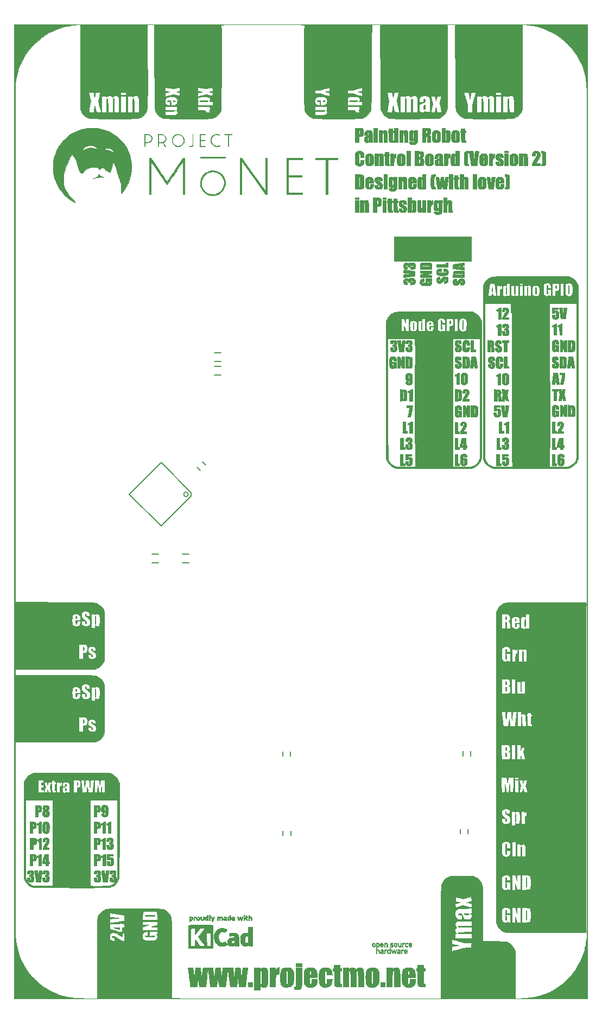
<source format=gto>
G04 #@! TF.FileFunction,Legend,Top*
%FSLAX46Y46*%
G04 Gerber Fmt 4.6, Leading zero omitted, Abs format (unit mm)*
G04 Created by KiCad (PCBNEW 4.0.4-stable) date Thursday, September 01, 2016 'PMt' 05:44:21 PM*
%MOMM*%
%LPD*%
G01*
G04 APERTURE LIST*
%ADD10C,0.100000*%
%ADD11C,0.010000*%
%ADD12C,0.150000*%
%ADD13C,0.152400*%
G04 APERTURE END LIST*
D10*
D11*
G36*
X147844552Y-221170023D02*
X58435279Y-221170023D01*
X58435279Y-179505110D01*
X68493424Y-179505110D01*
X69130015Y-179505110D01*
X69130015Y-178582053D01*
X69308225Y-178582053D01*
X69495173Y-178562280D01*
X69638617Y-178504446D01*
X69733850Y-178410782D01*
X69754608Y-178370698D01*
X69779981Y-178270768D01*
X69795298Y-178129308D01*
X69796525Y-178092673D01*
X69893975Y-178092673D01*
X69902213Y-178247947D01*
X69932468Y-178372368D01*
X69992849Y-178477379D01*
X70091466Y-178574426D01*
X70236429Y-178674951D01*
X70357244Y-178746380D01*
X70490664Y-178828197D01*
X70573946Y-178897760D01*
X70615929Y-178966787D01*
X70625447Y-179046997D01*
X70620686Y-179095721D01*
X70589514Y-179156927D01*
X70533838Y-179183699D01*
X70478175Y-179167563D01*
X70463202Y-179150159D01*
X70445969Y-179092767D01*
X70436260Y-179002119D01*
X70435515Y-178971965D01*
X70435028Y-178836689D01*
X70182270Y-178836689D01*
X70061421Y-178840259D01*
X69966799Y-178849730D01*
X69915046Y-178863243D01*
X69910779Y-178867000D01*
X69902623Y-178922590D01*
X69911168Y-179017126D01*
X69932013Y-179129492D01*
X69960761Y-179238574D01*
X69993011Y-179323256D01*
X70012127Y-179353475D01*
X70137224Y-179448872D01*
X70301906Y-179513595D01*
X70488718Y-179545228D01*
X70680200Y-179541354D01*
X70858896Y-179499555D01*
X70910417Y-179477828D01*
X71028075Y-179401580D01*
X71104949Y-179298850D01*
X71147970Y-179157292D01*
X71161536Y-179030601D01*
X71161979Y-178861195D01*
X71135606Y-178731636D01*
X71073807Y-178626989D01*
X70967971Y-178532317D01*
X70820430Y-178438956D01*
X70666646Y-178349701D01*
X70559986Y-178283994D01*
X70492201Y-178233980D01*
X70455039Y-178191806D01*
X70440252Y-178149615D01*
X70439588Y-178099554D01*
X70441231Y-178077928D01*
X70455602Y-177997824D01*
X70487229Y-177965028D01*
X70514602Y-177961376D01*
X70556535Y-177973045D01*
X70578527Y-178018681D01*
X70588048Y-178096652D01*
X70597836Y-178231927D01*
X71144185Y-178231927D01*
X71126409Y-178059702D01*
X71094689Y-177898287D01*
X71031573Y-177781239D01*
X70926660Y-177692823D01*
X70859943Y-177656679D01*
X70776579Y-177621560D01*
X70694580Y-177602598D01*
X70592446Y-177596926D01*
X70448678Y-177601672D01*
X70448063Y-177601704D01*
X70292971Y-177614254D01*
X70185801Y-177634832D01*
X70110983Y-177666837D01*
X70092127Y-177679462D01*
X69985939Y-177793493D01*
X69916409Y-177943416D01*
X69893975Y-178092673D01*
X69796525Y-178092673D01*
X69800806Y-177964939D01*
X69796752Y-177796283D01*
X69783381Y-177641963D01*
X69760940Y-177520601D01*
X69742685Y-177470280D01*
X69695513Y-177387140D01*
X69644130Y-177325411D01*
X69578425Y-177281663D01*
X69488292Y-177252468D01*
X69363620Y-177234398D01*
X69194302Y-177224025D01*
X69000447Y-177218542D01*
X68493424Y-177207788D01*
X68493424Y-179505110D01*
X58435279Y-179505110D01*
X58435279Y-173367074D01*
X67411900Y-173367074D01*
X67411917Y-173472193D01*
X67414769Y-173714979D01*
X67424264Y-173903452D01*
X67442872Y-174046823D01*
X67473063Y-174154301D01*
X67517304Y-174235096D01*
X67578064Y-174298417D01*
X67646271Y-174346452D01*
X67814740Y-174418234D01*
X68011759Y-174451723D01*
X68214110Y-174445675D01*
X68398577Y-174398848D01*
X68423604Y-174388077D01*
X68558012Y-174294174D01*
X68654221Y-174152272D01*
X68713766Y-173959952D01*
X68720665Y-173920071D01*
X68735003Y-173805324D01*
X68740310Y-173712030D01*
X68735898Y-173662685D01*
X68710528Y-173638860D01*
X68649652Y-173624427D01*
X68542640Y-173617691D01*
X68446678Y-173616639D01*
X68175128Y-173616639D01*
X68175128Y-173805013D01*
X68170663Y-173947125D01*
X68155074Y-174036027D01*
X68125069Y-174081685D01*
X68079639Y-174094083D01*
X68036001Y-174083148D01*
X68007551Y-174043655D01*
X67991436Y-173965573D01*
X67984803Y-173838873D01*
X67984151Y-173758279D01*
X67984151Y-173584810D01*
X68866038Y-173584810D01*
X68886453Y-173826320D01*
X68916655Y-174035637D01*
X68968738Y-174190969D01*
X69045415Y-174299034D01*
X69092304Y-174336451D01*
X69273099Y-174420722D01*
X69480654Y-174462404D01*
X69695177Y-174460919D01*
X69896880Y-174415690D01*
X70010557Y-174363253D01*
X70132820Y-174268716D01*
X70199199Y-174171642D01*
X70224883Y-174069517D01*
X70239396Y-173927342D01*
X70242366Y-173767805D01*
X70233418Y-173613593D01*
X70212177Y-173487394D01*
X70210577Y-173481472D01*
X70145831Y-173352299D01*
X70024367Y-173216993D01*
X69851958Y-173081574D01*
X69786157Y-173038692D01*
X69636126Y-172939280D01*
X69535855Y-172856610D01*
X69477031Y-172781354D01*
X69451338Y-172704186D01*
X69448311Y-172659694D01*
X69462892Y-172566272D01*
X69499748Y-172500637D01*
X69548552Y-172477205D01*
X69573312Y-172485257D01*
X69595893Y-172526120D01*
X69617464Y-172608024D01*
X69626552Y-172663060D01*
X69647490Y-172820900D01*
X70212221Y-172820900D01*
X70210835Y-172717454D01*
X70192209Y-172534434D01*
X70403198Y-172534434D01*
X70403198Y-174701234D01*
X70697622Y-174692082D01*
X70992045Y-174682930D01*
X71011019Y-174320842D01*
X71121900Y-174386263D01*
X71268336Y-174442986D01*
X71413445Y-174447351D01*
X71543993Y-174403209D01*
X71646743Y-174314416D01*
X71698457Y-174218420D01*
X71713990Y-174139960D01*
X71725914Y-174011969D01*
X71734258Y-173846999D01*
X71739054Y-173657601D01*
X71740331Y-173456325D01*
X71738120Y-173255723D01*
X71732451Y-173068345D01*
X71723355Y-172906744D01*
X71710863Y-172783469D01*
X71695003Y-172711071D01*
X71694804Y-172710588D01*
X71618341Y-172603568D01*
X71503283Y-172533288D01*
X71365607Y-172503709D01*
X71221290Y-172518793D01*
X71111406Y-172565914D01*
X71043375Y-172602997D01*
X71013373Y-172604116D01*
X71007960Y-172581710D01*
X70996805Y-172559134D01*
X70956286Y-172544846D01*
X70875822Y-172537192D01*
X70744834Y-172534518D01*
X70705579Y-172534434D01*
X70403198Y-172534434D01*
X70192209Y-172534434D01*
X70188804Y-172500986D01*
X70127232Y-172332596D01*
X70023176Y-172208277D01*
X69873692Y-172124020D01*
X69749061Y-172088481D01*
X69542466Y-172066273D01*
X69344679Y-172083079D01*
X69168868Y-172135366D01*
X69028202Y-172219602D01*
X68953547Y-172301836D01*
X68917845Y-172382065D01*
X68894807Y-172500999D01*
X68882370Y-172661752D01*
X68881090Y-172826486D01*
X68898926Y-172958418D01*
X68943113Y-173070032D01*
X69020887Y-173173809D01*
X69139483Y-173282232D01*
X69306139Y-173407783D01*
X69320979Y-173418382D01*
X69452298Y-173513496D01*
X69540697Y-173583461D01*
X69596031Y-173638726D01*
X69628155Y-173689742D01*
X69646925Y-173746957D01*
X69651940Y-173769320D01*
X69662380Y-173893679D01*
X69640640Y-173991940D01*
X69591330Y-174051027D01*
X69548647Y-174062253D01*
X69500382Y-174031661D01*
X69467572Y-173941324D01*
X69450819Y-173793398D01*
X69448661Y-173704170D01*
X69448311Y-173584810D01*
X68866038Y-173584810D01*
X67984151Y-173584810D01*
X67984151Y-173523171D01*
X68358148Y-173514203D01*
X68732146Y-173505236D01*
X68725727Y-173266514D01*
X68717688Y-173084922D01*
X68702625Y-172952348D01*
X68677100Y-172854252D01*
X68637673Y-172776092D01*
X68596920Y-172721819D01*
X68455581Y-172601170D01*
X68274295Y-172528555D01*
X68051438Y-172503329D01*
X68046597Y-172503303D01*
X67833728Y-172523927D01*
X67665786Y-172588245D01*
X67540219Y-172697545D01*
X67482835Y-172787857D01*
X67456416Y-172844807D01*
X67437426Y-172902238D01*
X67424673Y-172971666D01*
X67416963Y-173064605D01*
X67413103Y-173192570D01*
X67411900Y-173367074D01*
X58435279Y-173367074D01*
X58435279Y-168141952D01*
X68493424Y-168141952D01*
X69130015Y-168141952D01*
X69130015Y-167218895D01*
X69308225Y-167218895D01*
X69495173Y-167199122D01*
X69638617Y-167141289D01*
X69733850Y-167047624D01*
X69754608Y-167007540D01*
X69778713Y-166910427D01*
X69793578Y-166769568D01*
X69794249Y-166750180D01*
X69894318Y-166750180D01*
X69907784Y-166913897D01*
X69935076Y-167017859D01*
X69988857Y-167109681D01*
X70077846Y-167198459D01*
X70210765Y-167293293D01*
X70353738Y-167379146D01*
X70491097Y-167464320D01*
X70576721Y-167537319D01*
X70618256Y-167608910D01*
X70623348Y-167689859D01*
X70612935Y-167744083D01*
X70575032Y-167808935D01*
X70533316Y-167823657D01*
X70478558Y-167804703D01*
X70447110Y-167742290D01*
X70435340Y-167628086D01*
X70435028Y-167598246D01*
X70435028Y-167473531D01*
X70182270Y-167473531D01*
X70061421Y-167477101D01*
X69966799Y-167486572D01*
X69915046Y-167500085D01*
X69910779Y-167503842D01*
X69902644Y-167559384D01*
X69911184Y-167653933D01*
X69932018Y-167766419D01*
X69960763Y-167875773D01*
X69993038Y-167960925D01*
X70012202Y-167991554D01*
X70120548Y-168072884D01*
X70271304Y-168132841D01*
X70446053Y-168168832D01*
X70626379Y-168178263D01*
X70793866Y-168158539D01*
X70910209Y-168118031D01*
X71022387Y-168044317D01*
X71096136Y-167950363D01*
X71139055Y-167822083D01*
X71158020Y-167658653D01*
X71157927Y-167485374D01*
X71128671Y-167354045D01*
X71061392Y-167248449D01*
X70947225Y-167152374D01*
X70846726Y-167089136D01*
X70692472Y-166998588D01*
X70584527Y-166933269D01*
X70514647Y-166885592D01*
X70474590Y-166847972D01*
X70456113Y-166812823D01*
X70450975Y-166772559D01*
X70450943Y-166724879D01*
X70456340Y-166641845D01*
X70478129Y-166605265D01*
X70514602Y-166598218D01*
X70556535Y-166609887D01*
X70578527Y-166655523D01*
X70588048Y-166733494D01*
X70597836Y-166868769D01*
X71144185Y-166868769D01*
X71126139Y-166693924D01*
X71087537Y-166521072D01*
X71009452Y-166391309D01*
X70887985Y-166301805D01*
X70719235Y-166249728D01*
X70499302Y-166232247D01*
X70490086Y-166232227D01*
X70274394Y-166252845D01*
X70107153Y-166314737D01*
X69988181Y-166418115D01*
X69917296Y-166563192D01*
X69894318Y-166750180D01*
X69794249Y-166750180D01*
X69799308Y-166604185D01*
X69796006Y-166433500D01*
X69783776Y-166276737D01*
X69762723Y-166153118D01*
X69749762Y-166111817D01*
X69709845Y-166028803D01*
X69659452Y-165966422D01*
X69589331Y-165921534D01*
X69490228Y-165890994D01*
X69352890Y-165871661D01*
X69168065Y-165860391D01*
X68994740Y-165855384D01*
X68493424Y-165844630D01*
X68493424Y-168141952D01*
X58435279Y-168141952D01*
X58435279Y-162110248D01*
X67411218Y-162110248D01*
X67411820Y-162311788D01*
X67414424Y-162461143D01*
X67420231Y-162569782D01*
X67430443Y-162649174D01*
X67446259Y-162710787D01*
X67468880Y-162766090D01*
X67482835Y-162794404D01*
X67570905Y-162923379D01*
X67687079Y-163010873D01*
X67839994Y-163060733D01*
X68038288Y-163076802D01*
X68114011Y-163075388D01*
X68254445Y-163067737D01*
X68350184Y-163054333D01*
X68420186Y-163030457D01*
X68483406Y-162991386D01*
X68499444Y-162979401D01*
X68610041Y-162868941D01*
X68680511Y-162731281D01*
X68716578Y-162553476D01*
X68722326Y-162475402D01*
X68732146Y-162269396D01*
X68453637Y-162260199D01*
X68175128Y-162251003D01*
X68175128Y-162440616D01*
X68170710Y-162583033D01*
X68155269Y-162672238D01*
X68125523Y-162718208D01*
X68079639Y-162730925D01*
X68036001Y-162719990D01*
X68007551Y-162680497D01*
X67991436Y-162602415D01*
X67984803Y-162475715D01*
X67984151Y-162395121D01*
X67984151Y-162221652D01*
X68866038Y-162221652D01*
X68885876Y-162456336D01*
X68904497Y-162624387D01*
X68930909Y-162745147D01*
X68970923Y-162834953D01*
X69030352Y-162910144D01*
X69056426Y-162935668D01*
X69194889Y-163025842D01*
X69370289Y-163082309D01*
X69564774Y-163103777D01*
X69760492Y-163088952D01*
X69939593Y-163036544D01*
X70003522Y-163004218D01*
X70110813Y-162926889D01*
X70182902Y-162834924D01*
X70224587Y-162715968D01*
X70240665Y-162557669D01*
X70238520Y-162399044D01*
X70225485Y-162227740D01*
X70197698Y-162094571D01*
X70146541Y-161985406D01*
X70063394Y-161886119D01*
X69939640Y-161782579D01*
X69803331Y-161685631D01*
X69683498Y-161601689D01*
X69581131Y-161526535D01*
X69509273Y-161469941D01*
X69483755Y-161446182D01*
X69456856Y-161375624D01*
X69455269Y-161280543D01*
X69475924Y-161189147D01*
X69515751Y-161129645D01*
X69518401Y-161127881D01*
X69563517Y-161107702D01*
X69592768Y-161122606D01*
X69612479Y-161182129D01*
X69628796Y-161294278D01*
X69648156Y-161457742D01*
X70221012Y-161457742D01*
X70199252Y-161245349D01*
X70186875Y-161171276D01*
X70403198Y-161171276D01*
X70403198Y-163338076D01*
X70697622Y-163328924D01*
X70992045Y-163319772D01*
X71011053Y-162956548D01*
X71112953Y-163018680D01*
X71239847Y-163068059D01*
X71381819Y-163080743D01*
X71514258Y-163056873D01*
X71591418Y-163015943D01*
X71638139Y-162970567D01*
X71674192Y-162911592D01*
X71700873Y-162830890D01*
X71719480Y-162720330D01*
X71731308Y-162571785D01*
X71737656Y-162377124D01*
X71739819Y-162128220D01*
X71739863Y-162085354D01*
X71738520Y-161836931D01*
X71733264Y-161643666D01*
X71722486Y-161497100D01*
X71704580Y-161388772D01*
X71677937Y-161310223D01*
X71640951Y-161252993D01*
X71592014Y-161208624D01*
X71570440Y-161193697D01*
X71453953Y-161149928D01*
X71312963Y-161143081D01*
X71174442Y-161172623D01*
X71111406Y-161202756D01*
X71043375Y-161239839D01*
X71013373Y-161240958D01*
X71007960Y-161218552D01*
X70996805Y-161195976D01*
X70956286Y-161181688D01*
X70875822Y-161174035D01*
X70744834Y-161171360D01*
X70705579Y-161171276D01*
X70403198Y-161171276D01*
X70186875Y-161171276D01*
X70169904Y-161069717D01*
X70118275Y-160942229D01*
X70036170Y-160848949D01*
X69926450Y-160781254D01*
X69773905Y-160731458D01*
X69591543Y-160708878D01*
X69403270Y-160713523D01*
X69232993Y-160745402D01*
X69142835Y-160780968D01*
X69033564Y-160850395D01*
X68959639Y-160932532D01*
X68913975Y-161041457D01*
X68889489Y-161191248D01*
X68882370Y-161298594D01*
X68881090Y-161463328D01*
X68898926Y-161595260D01*
X68943113Y-161706874D01*
X69020887Y-161810651D01*
X69139483Y-161919074D01*
X69306139Y-162044625D01*
X69320979Y-162055224D01*
X69452298Y-162150338D01*
X69540697Y-162220303D01*
X69596031Y-162275568D01*
X69628155Y-162326584D01*
X69646925Y-162383799D01*
X69651940Y-162406162D01*
X69662546Y-162523851D01*
X69645344Y-162620002D01*
X69605157Y-162680650D01*
X69552803Y-162693237D01*
X69501101Y-162653976D01*
X69467864Y-162558245D01*
X69452376Y-162403777D01*
X69451484Y-162372842D01*
X69448311Y-162221652D01*
X68866038Y-162221652D01*
X67984151Y-162221652D01*
X67984151Y-162160013D01*
X68358148Y-162151045D01*
X68732146Y-162142078D01*
X68725727Y-161903356D01*
X68717688Y-161721764D01*
X68702625Y-161589190D01*
X68677100Y-161491094D01*
X68637673Y-161412934D01*
X68596920Y-161358661D01*
X68455581Y-161238012D01*
X68274295Y-161165398D01*
X68051438Y-161140171D01*
X68046597Y-161140145D01*
X67833728Y-161160769D01*
X67665786Y-161225087D01*
X67540219Y-161334387D01*
X67482835Y-161424699D01*
X67456427Y-161481669D01*
X67437417Y-161539246D01*
X67424604Y-161608928D01*
X67416787Y-161702215D01*
X67412765Y-161830604D01*
X67411336Y-162005593D01*
X67411218Y-162110248D01*
X58435279Y-162110248D01*
X58435279Y-117892258D01*
X58562597Y-117892258D01*
X58562597Y-159356990D01*
X64650003Y-159357543D01*
X65396870Y-159357560D01*
X66082832Y-159357532D01*
X66710643Y-159357546D01*
X67283057Y-159357693D01*
X67802828Y-159358062D01*
X68272710Y-159358742D01*
X68695457Y-159359823D01*
X69073824Y-159361394D01*
X69410563Y-159363544D01*
X69708430Y-159366364D01*
X69970178Y-159369942D01*
X70198561Y-159374369D01*
X70396334Y-159379732D01*
X70566249Y-159386122D01*
X70711062Y-159393629D01*
X70833527Y-159402341D01*
X70936396Y-159412348D01*
X71022425Y-159423740D01*
X71094367Y-159436606D01*
X71154977Y-159451035D01*
X71207008Y-159467117D01*
X71253215Y-159484941D01*
X71296350Y-159504597D01*
X71339170Y-159526174D01*
X71384427Y-159549761D01*
X71434875Y-159575448D01*
X71440106Y-159578035D01*
X71720164Y-159750696D01*
X71968618Y-159973962D01*
X72178156Y-160239598D01*
X72341466Y-160539366D01*
X72381960Y-160638997D01*
X72456206Y-160837065D01*
X72465764Y-164465637D01*
X72467181Y-165089914D01*
X72467968Y-165652407D01*
X72468114Y-166154988D01*
X72467605Y-166599527D01*
X72466428Y-166987897D01*
X72464571Y-167321970D01*
X72462021Y-167603617D01*
X72458765Y-167834710D01*
X72454790Y-168017121D01*
X72450083Y-168152721D01*
X72444632Y-168243382D01*
X72439657Y-168285186D01*
X72408264Y-168405013D01*
X72356569Y-168553610D01*
X72294338Y-168703629D01*
X72276917Y-168740993D01*
X72105977Y-169025309D01*
X71886188Y-169273977D01*
X71625112Y-169480853D01*
X71330310Y-169639796D01*
X71055349Y-169733522D01*
X71024547Y-169741139D01*
X70992418Y-169748122D01*
X70956200Y-169754499D01*
X70913136Y-169760297D01*
X70860466Y-169765543D01*
X70795430Y-169770266D01*
X70715269Y-169774492D01*
X70617224Y-169778250D01*
X70498535Y-169781566D01*
X70356442Y-169784469D01*
X70188187Y-169786985D01*
X69991010Y-169789143D01*
X69762151Y-169790970D01*
X69498851Y-169792493D01*
X69198351Y-169793741D01*
X68857891Y-169794740D01*
X68474712Y-169795518D01*
X68046054Y-169796102D01*
X67569158Y-169796521D01*
X67041265Y-169796801D01*
X66459615Y-169796971D01*
X65821449Y-169797057D01*
X65124007Y-169797087D01*
X64684698Y-169797090D01*
X58562597Y-169797090D01*
X58562597Y-170720148D01*
X64650003Y-170720701D01*
X65396905Y-170720719D01*
X66082900Y-170720692D01*
X66710743Y-170720708D01*
X67283186Y-170720857D01*
X67802983Y-170721228D01*
X68272885Y-170721910D01*
X68695647Y-170722991D01*
X69074022Y-170724562D01*
X69410762Y-170726711D01*
X69708620Y-170729527D01*
X69970350Y-170733100D01*
X70198705Y-170737518D01*
X70396437Y-170742870D01*
X70566301Y-170749246D01*
X70711048Y-170756735D01*
X70833432Y-170765426D01*
X70936206Y-170775407D01*
X71022123Y-170786769D01*
X71093936Y-170799599D01*
X71154398Y-170813988D01*
X71206263Y-170830024D01*
X71252283Y-170847796D01*
X71295211Y-170867393D01*
X71337800Y-170888905D01*
X71382805Y-170912421D01*
X71432976Y-170938029D01*
X71437659Y-170940351D01*
X71718089Y-171113546D01*
X71967237Y-171337213D01*
X72177402Y-171602696D01*
X72340888Y-171901339D01*
X72381960Y-172002155D01*
X72456206Y-172200223D01*
X72465764Y-175828795D01*
X72467181Y-176453072D01*
X72467968Y-177015565D01*
X72468114Y-177518146D01*
X72467605Y-177962685D01*
X72466428Y-178351055D01*
X72464571Y-178685128D01*
X72462021Y-178966775D01*
X72458765Y-179197868D01*
X72454790Y-179380279D01*
X72450083Y-179515879D01*
X72444632Y-179606540D01*
X72439657Y-179648343D01*
X72364685Y-179908931D01*
X72241263Y-180172468D01*
X72080240Y-180418748D01*
X71936983Y-180584392D01*
X71754470Y-180753216D01*
X71571990Y-180884516D01*
X71365717Y-180993796D01*
X71202744Y-181062260D01*
X70992045Y-181144333D01*
X58562597Y-181161187D01*
X58562597Y-211226976D01*
X58688576Y-212168165D01*
X58753475Y-212622903D01*
X58820359Y-213026257D01*
X58892075Y-213390493D01*
X58971467Y-213727882D01*
X59061381Y-214050690D01*
X59164662Y-214371186D01*
X59263220Y-214645957D01*
X59342001Y-214847629D01*
X59427327Y-215045793D01*
X59523530Y-215248556D01*
X59634941Y-215464026D01*
X59765891Y-215700309D01*
X59920711Y-215965512D01*
X60103733Y-216267743D01*
X60291481Y-216570649D01*
X60500168Y-216892937D01*
X60702527Y-217178453D01*
X60911868Y-217443679D01*
X61141504Y-217705094D01*
X61404746Y-217979180D01*
X61527832Y-218101352D01*
X61829816Y-218391914D01*
X62105818Y-218643991D01*
X62369549Y-218868869D01*
X62634718Y-219077832D01*
X62915038Y-219282168D01*
X63195680Y-219474156D01*
X63363765Y-219585636D01*
X63506885Y-219678050D01*
X63635670Y-219756945D01*
X63760749Y-219827867D01*
X63892753Y-219896363D01*
X64042309Y-219967980D01*
X64220047Y-220048263D01*
X64436597Y-220142759D01*
X64665541Y-220241150D01*
X65560588Y-220624553D01*
X66398372Y-220817485D01*
X66687776Y-220882181D01*
X66956932Y-220937546D01*
X67213919Y-220984293D01*
X67466813Y-221023134D01*
X67723694Y-221054784D01*
X67992640Y-221079952D01*
X68281727Y-221099353D01*
X68599034Y-221113699D01*
X68952640Y-221123702D01*
X69350621Y-221130075D01*
X69801057Y-221133530D01*
X69989414Y-221134231D01*
X71374000Y-221138194D01*
X71365837Y-214971214D01*
X71364873Y-214234827D01*
X71364027Y-213559351D01*
X71363324Y-212942034D01*
X71362788Y-212380128D01*
X71362442Y-211870884D01*
X71362370Y-211620245D01*
X73271393Y-211620245D01*
X73278165Y-211715565D01*
X73299867Y-211793616D01*
X73338435Y-211874108D01*
X73446932Y-212016361D01*
X73594579Y-212110155D01*
X73783376Y-212156527D01*
X73893543Y-212162253D01*
X74095429Y-212162253D01*
X74095429Y-211652980D01*
X73960153Y-211649807D01*
X73807211Y-211637486D01*
X73709913Y-211607544D01*
X73662105Y-211557649D01*
X73655841Y-211534468D01*
X73672689Y-211465461D01*
X73736660Y-211421080D01*
X73833575Y-211408778D01*
X73882446Y-211415332D01*
X73986577Y-211448404D01*
X74131880Y-211513249D01*
X74321009Y-211611237D01*
X74556616Y-211743740D01*
X74827509Y-211903798D01*
X74992185Y-212002004D01*
X75114320Y-212071618D01*
X75205511Y-212117531D01*
X75277358Y-212144634D01*
X75341460Y-212157820D01*
X75409416Y-212161980D01*
X75440228Y-212162213D01*
X75623248Y-212162253D01*
X75623248Y-211351635D01*
X78365312Y-211351635D01*
X78367247Y-211517866D01*
X78390059Y-211662350D01*
X78402800Y-211701861D01*
X78493738Y-211866712D01*
X78618845Y-211991186D01*
X78767104Y-212064607D01*
X78781030Y-212068303D01*
X78842599Y-212075526D01*
X78957160Y-212081462D01*
X79114053Y-212085853D01*
X79302619Y-212088443D01*
X79512199Y-212088977D01*
X79617860Y-212088422D01*
X79859098Y-212085960D01*
X80045315Y-212082412D01*
X80185148Y-212077141D01*
X80287234Y-212069511D01*
X80360209Y-212058887D01*
X80412711Y-212044632D01*
X80451741Y-212027011D01*
X80598052Y-211913576D01*
X80694255Y-211761104D01*
X80739791Y-211570523D01*
X80741890Y-211544123D01*
X80745871Y-211429157D01*
X80735884Y-211353547D01*
X80706266Y-211293530D01*
X80671538Y-211248925D01*
X80612599Y-211175647D01*
X80593937Y-211135675D01*
X80613662Y-211114626D01*
X80652321Y-211102655D01*
X80688093Y-211084732D01*
X80707417Y-211044323D01*
X80715043Y-210965714D01*
X80715980Y-210892050D01*
X80715980Y-210698093D01*
X79474627Y-210698093D01*
X79474627Y-211430173D01*
X79636755Y-211430173D01*
X79735915Y-211426111D01*
X79788930Y-211409763D01*
X79813026Y-211374883D01*
X79815861Y-211365248D01*
X79830085Y-211332409D01*
X79860722Y-211313918D01*
X79921900Y-211306745D01*
X80027751Y-211307856D01*
X80075475Y-211309546D01*
X80199380Y-211315916D01*
X80273284Y-211326117D01*
X80310844Y-211344287D01*
X80325716Y-211374563D01*
X80327701Y-211385956D01*
X80324878Y-211419562D01*
X80301099Y-211445497D01*
X80249572Y-211464703D01*
X80163502Y-211478120D01*
X80036095Y-211486691D01*
X79860558Y-211491357D01*
X79630097Y-211493058D01*
X79554201Y-211493132D01*
X79305578Y-211491933D01*
X79113873Y-211487792D01*
X78972383Y-211479888D01*
X78874402Y-211467405D01*
X78813227Y-211449521D01*
X78782151Y-211425420D01*
X78774376Y-211397891D01*
X78795527Y-211350937D01*
X78863095Y-211320892D01*
X78983253Y-211305874D01*
X79084715Y-211303289D01*
X79251820Y-211302855D01*
X79251820Y-210698093D01*
X79084715Y-210698852D01*
X78862992Y-210716991D01*
X78688195Y-210771999D01*
X78552576Y-210868141D01*
X78448385Y-211009681D01*
X78420936Y-211064133D01*
X78383469Y-211191207D01*
X78365312Y-211351635D01*
X75623248Y-211351635D01*
X75623248Y-210889070D01*
X75209464Y-210889070D01*
X75209464Y-211191451D01*
X75208085Y-211321389D01*
X75204380Y-211423357D01*
X75198993Y-211483530D01*
X75195344Y-211493832D01*
X75164890Y-211477433D01*
X75091698Y-211432595D01*
X74986216Y-211365859D01*
X74858894Y-211283766D01*
X74837261Y-211269687D01*
X74626901Y-211135201D01*
X74457219Y-211033879D01*
X74317690Y-210961062D01*
X74197791Y-210912088D01*
X74086996Y-210882295D01*
X73974782Y-210867024D01*
X73920366Y-210863618D01*
X73735314Y-210869792D01*
X73591235Y-210912070D01*
X73472457Y-210997510D01*
X73382026Y-211106024D01*
X73331843Y-211186291D01*
X73301353Y-211266863D01*
X73284213Y-211370364D01*
X73275860Y-211484686D01*
X73271393Y-211620245D01*
X71362370Y-211620245D01*
X71362309Y-211411551D01*
X71362414Y-210999381D01*
X71362780Y-210631624D01*
X71363430Y-210305531D01*
X71364388Y-210018352D01*
X71365679Y-209767337D01*
X71367324Y-209549738D01*
X71367641Y-209520399D01*
X73297730Y-209520399D01*
X73306667Y-209906648D01*
X73315604Y-210292898D01*
X74063599Y-210539953D01*
X74318010Y-210622881D01*
X74521113Y-210686287D01*
X74681424Y-210732422D01*
X74807455Y-210763536D01*
X74907719Y-210781880D01*
X74990731Y-210789706D01*
X75010529Y-210790295D01*
X75209464Y-210793582D01*
X75209464Y-210093331D01*
X75623248Y-210093331D01*
X75623248Y-209520399D01*
X75416356Y-209520399D01*
X75305140Y-209519003D01*
X75243194Y-209511130D01*
X75216136Y-209491246D01*
X75209583Y-209453821D01*
X75209464Y-209440825D01*
X75205836Y-209398049D01*
X75185365Y-209374224D01*
X75133667Y-209363817D01*
X75036362Y-209361297D01*
X75002572Y-209361251D01*
X74891355Y-209362646D01*
X74829409Y-209370520D01*
X74802351Y-209390403D01*
X74795799Y-209427828D01*
X74795680Y-209440825D01*
X74795680Y-209520399D01*
X73297730Y-209520399D01*
X71367641Y-209520399D01*
X71369349Y-209362805D01*
X71371777Y-209203788D01*
X71374631Y-209069938D01*
X71377935Y-208958506D01*
X71381713Y-208866742D01*
X71385988Y-208791897D01*
X71390783Y-208731221D01*
X71396124Y-208681965D01*
X71402032Y-208641379D01*
X71408533Y-208606715D01*
X71415649Y-208575222D01*
X71421003Y-208553614D01*
X71463372Y-208433135D01*
X73299690Y-208433135D01*
X73387221Y-208450461D01*
X73445941Y-208458534D01*
X73556419Y-208470531D01*
X73706959Y-208485301D01*
X73885863Y-208501699D01*
X74079514Y-208518414D01*
X74324844Y-208539507D01*
X74508970Y-208556678D01*
X74634207Y-208570255D01*
X74702869Y-208580569D01*
X74717269Y-208587947D01*
X74679722Y-208592720D01*
X74616775Y-208594828D01*
X74536261Y-208599150D01*
X74407228Y-208609187D01*
X74244413Y-208623501D01*
X74062554Y-208640652D01*
X73876386Y-208659200D01*
X73700647Y-208677706D01*
X73550074Y-208694730D01*
X73439403Y-208708832D01*
X73419050Y-208711831D01*
X73299690Y-208730255D01*
X73299690Y-209045753D01*
X73301220Y-209192938D01*
X73306913Y-209287184D01*
X73318415Y-209339162D01*
X73337378Y-209359543D01*
X73348450Y-209361251D01*
X73390566Y-209356687D01*
X73487969Y-209343726D01*
X73633001Y-209323460D01*
X73818003Y-209296984D01*
X74035313Y-209265390D01*
X74277274Y-209229773D01*
X74470443Y-209201059D01*
X74725442Y-209162771D01*
X74885507Y-209138444D01*
X78392421Y-209138444D01*
X78392421Y-209647717D01*
X79363223Y-209654267D01*
X78877822Y-209811984D01*
X78392421Y-209969700D01*
X78392421Y-210475286D01*
X80715980Y-210475286D01*
X80715980Y-209966013D01*
X79777008Y-209960739D01*
X80015730Y-209886394D01*
X80174081Y-209837707D01*
X80349031Y-209784861D01*
X80485216Y-209744450D01*
X80715980Y-209676851D01*
X80715980Y-209138444D01*
X78392421Y-209138444D01*
X74885507Y-209138444D01*
X74961102Y-209126955D01*
X75169840Y-209094797D01*
X75344075Y-209067480D01*
X75476224Y-209046193D01*
X75558705Y-209032120D01*
X75583461Y-209026995D01*
X75600368Y-209002128D01*
X75612198Y-208936790D01*
X75613574Y-208915637D01*
X78383392Y-208915637D01*
X80721239Y-208915637D01*
X80710652Y-208366576D01*
X80705862Y-208143738D01*
X80696865Y-207963223D01*
X80677522Y-207820663D01*
X80641695Y-207711691D01*
X80583243Y-207631940D01*
X80496030Y-207577043D01*
X80373915Y-207542632D01*
X80210760Y-207524341D01*
X80000426Y-207517803D01*
X79736774Y-207518650D01*
X79522371Y-207521234D01*
X79276182Y-207524500D01*
X79085334Y-207527974D01*
X78941515Y-207532406D01*
X78836410Y-207538546D01*
X78761703Y-207547146D01*
X78709082Y-207558955D01*
X78670231Y-207574723D01*
X78636835Y-207595202D01*
X78627110Y-207602040D01*
X78555131Y-207661956D01*
X78500730Y-207731765D01*
X78461122Y-207821383D01*
X78433520Y-207940723D01*
X78415141Y-208099701D01*
X78403198Y-208308230D01*
X78399448Y-208412432D01*
X78383392Y-208915637D01*
X75613574Y-208915637D01*
X75619513Y-208824347D01*
X75622874Y-208658161D01*
X75623248Y-208556759D01*
X75623248Y-208100395D01*
X74596745Y-207965651D01*
X74341719Y-207932160D01*
X74101341Y-207900563D01*
X73884378Y-207872015D01*
X73699597Y-207847670D01*
X73555765Y-207828684D01*
X73461649Y-207816210D01*
X73434965Y-207812641D01*
X73299690Y-207794373D01*
X73299690Y-208433135D01*
X71463372Y-208433135D01*
X71532607Y-208236266D01*
X71697384Y-207945898D01*
X71909152Y-207690133D01*
X72161730Y-207476592D01*
X72414182Y-207329018D01*
X72556068Y-207266515D01*
X72699839Y-207211807D01*
X72820122Y-207174323D01*
X72847685Y-207167878D01*
X72902084Y-207162166D01*
X73007831Y-207156998D01*
X73166043Y-207152363D01*
X73377836Y-207148253D01*
X73644324Y-207144658D01*
X73966626Y-207141571D01*
X74345856Y-207138980D01*
X74783130Y-207136879D01*
X75279565Y-207135257D01*
X75836277Y-207134106D01*
X76454381Y-207133417D01*
X77134994Y-207133181D01*
X77155998Y-207133181D01*
X77766203Y-207133129D01*
X78316170Y-207133070D01*
X78809319Y-207133149D01*
X79249070Y-207133511D01*
X79638844Y-207134301D01*
X79982062Y-207135665D01*
X80282143Y-207137748D01*
X80542508Y-207140694D01*
X80766578Y-207144649D01*
X80957774Y-207149758D01*
X81119514Y-207156166D01*
X81255221Y-207164018D01*
X81368314Y-207173460D01*
X81462214Y-207184636D01*
X81540342Y-207197691D01*
X81606117Y-207212771D01*
X81662960Y-207230022D01*
X81714293Y-207249587D01*
X81763534Y-207271612D01*
X81814105Y-207296243D01*
X81869426Y-207323623D01*
X81890961Y-207334084D01*
X82067690Y-207441002D01*
X82253295Y-207590210D01*
X82431520Y-207765511D01*
X82586111Y-207950706D01*
X82700813Y-208129598D01*
X82712572Y-208152826D01*
X82737967Y-208202997D01*
X82761285Y-208246775D01*
X82782617Y-208286912D01*
X82802054Y-208326161D01*
X82819689Y-208367275D01*
X82835613Y-208413007D01*
X82849917Y-208466111D01*
X82862695Y-208529339D01*
X82874036Y-208605444D01*
X82884033Y-208697179D01*
X82892777Y-208807297D01*
X82900361Y-208938552D01*
X82906875Y-209093696D01*
X82912412Y-209275482D01*
X82917063Y-209486663D01*
X82920920Y-209729992D01*
X82924075Y-210008223D01*
X82926619Y-210324108D01*
X82928643Y-210680400D01*
X82930241Y-211079853D01*
X82931502Y-211525219D01*
X82932520Y-212019251D01*
X82933385Y-212564702D01*
X82934189Y-213164326D01*
X82935024Y-213820875D01*
X82935982Y-214537103D01*
X82936473Y-214876359D01*
X82937559Y-215698008D01*
X82938276Y-216456995D01*
X82938617Y-217154316D01*
X82938580Y-217790967D01*
X82938160Y-218367945D01*
X82937353Y-218886245D01*
X82936157Y-219346864D01*
X82934565Y-219750798D01*
X82932575Y-220099043D01*
X82930183Y-220392595D01*
X82927385Y-220632450D01*
X82924176Y-220819604D01*
X82920553Y-220955054D01*
X82916512Y-221039795D01*
X82912049Y-221074824D01*
X82911881Y-221075168D01*
X82910021Y-221079319D01*
X82909935Y-221083283D01*
X82913050Y-221087065D01*
X82920793Y-221090669D01*
X82934590Y-221094100D01*
X82955870Y-221097361D01*
X82986058Y-221100458D01*
X83026582Y-221103394D01*
X83078869Y-221106174D01*
X83144345Y-221108801D01*
X83224437Y-221111281D01*
X83320573Y-221113617D01*
X83434179Y-221115814D01*
X83566682Y-221117876D01*
X83719508Y-221119807D01*
X83894086Y-221121612D01*
X84091842Y-221123294D01*
X84314202Y-221124859D01*
X84562594Y-221126310D01*
X84838444Y-221127652D01*
X85143180Y-221128889D01*
X85478228Y-221130025D01*
X85845015Y-221131065D01*
X86244969Y-221132012D01*
X86679516Y-221132872D01*
X87150082Y-221133648D01*
X87658095Y-221134344D01*
X88204983Y-221134966D01*
X88792170Y-221135516D01*
X89421086Y-221136001D01*
X90093156Y-221136423D01*
X90809807Y-221136787D01*
X91572467Y-221137097D01*
X92382562Y-221137358D01*
X93241519Y-221137574D01*
X94150765Y-221137749D01*
X95111726Y-221137887D01*
X96125831Y-221137993D01*
X97194506Y-221138071D01*
X98319177Y-221138126D01*
X99501272Y-221138161D01*
X100742217Y-221138181D01*
X102043439Y-221138190D01*
X103406366Y-221138192D01*
X103926577Y-221138192D01*
X124975003Y-221138191D01*
X124975003Y-212377102D01*
X124975004Y-212256570D01*
X126646055Y-212256570D01*
X126646055Y-212635355D01*
X126876820Y-212686489D01*
X127012790Y-212714865D01*
X127183609Y-212748022D01*
X127361282Y-212780599D01*
X127441795Y-212794631D01*
X127588257Y-212819920D01*
X127677708Y-212837108D01*
X127715905Y-212848696D01*
X127708606Y-212857186D01*
X127661571Y-212865078D01*
X127616646Y-212870569D01*
X127522594Y-212883537D01*
X127384508Y-212904829D01*
X127221008Y-212931485D01*
X127051671Y-212960378D01*
X126646055Y-213031257D01*
X126646055Y-213408409D01*
X126646685Y-213554865D01*
X126648401Y-213674796D01*
X126650939Y-213755821D01*
X126654038Y-213785561D01*
X126685407Y-213776982D01*
X126770206Y-213752724D01*
X126900772Y-213715007D01*
X127069444Y-213666053D01*
X127268561Y-213608081D01*
X127490461Y-213543312D01*
X127553223Y-213524966D01*
X128444426Y-213264370D01*
X129081018Y-213246457D01*
X129717609Y-213228544D01*
X129726577Y-212854546D01*
X129735544Y-212480549D01*
X128662830Y-212480549D01*
X127694230Y-212193112D01*
X127455805Y-212122294D01*
X127236194Y-212056938D01*
X127043051Y-211999333D01*
X126884031Y-211951768D01*
X126766790Y-211916529D01*
X126698983Y-211895905D01*
X126685842Y-211891730D01*
X126668164Y-211900872D01*
X126656228Y-211947961D01*
X126649207Y-212040590D01*
X126646272Y-212186356D01*
X126646055Y-212256570D01*
X124975004Y-212256570D01*
X124975015Y-211492660D01*
X124975060Y-210669616D01*
X124975077Y-210528522D01*
X127160577Y-210528522D01*
X127181632Y-210693779D01*
X127247712Y-210845645D01*
X127278807Y-210889054D01*
X127381135Y-211016389D01*
X127187158Y-211016389D01*
X127187158Y-211780298D01*
X129733524Y-211780298D01*
X129733524Y-211016389D01*
X128733496Y-211016389D01*
X128485593Y-211015792D01*
X128256877Y-211014100D01*
X128055469Y-211011464D01*
X127889488Y-211008032D01*
X127767058Y-211003953D01*
X127696298Y-210999378D01*
X127683120Y-210997068D01*
X127638946Y-210953163D01*
X127634981Y-210889496D01*
X127668109Y-210832947D01*
X127704389Y-210813643D01*
X127753301Y-210808841D01*
X127857419Y-210804449D01*
X128008291Y-210800627D01*
X128197466Y-210797532D01*
X128416490Y-210795322D01*
X128656912Y-210794155D01*
X128754765Y-210794016D01*
X129733524Y-210793582D01*
X129733524Y-210029672D01*
X128754765Y-210029237D01*
X128508282Y-210028520D01*
X128279898Y-210026698D01*
X128078063Y-210023930D01*
X127911229Y-210020373D01*
X127787850Y-210016185D01*
X127716377Y-210011524D01*
X127704389Y-210009610D01*
X127650551Y-209970178D01*
X127631941Y-209907542D01*
X127651675Y-209848580D01*
X127683120Y-209826185D01*
X127726423Y-209821426D01*
X127825264Y-209817092D01*
X127971521Y-209813334D01*
X128157074Y-209810300D01*
X128373800Y-209808140D01*
X128613580Y-209807003D01*
X128733496Y-209806865D01*
X129733524Y-209806865D01*
X129733524Y-209042955D01*
X128645453Y-209042955D01*
X128352193Y-209043126D01*
X128115481Y-209043893D01*
X127928207Y-209045637D01*
X127783259Y-209048739D01*
X127673526Y-209053581D01*
X127591899Y-209060543D01*
X127531266Y-209070006D01*
X127484516Y-209082352D01*
X127444539Y-209097961D01*
X127421928Y-209108527D01*
X127304015Y-209188399D01*
X127223318Y-209304611D01*
X127220901Y-209309554D01*
X127161442Y-209494917D01*
X127164925Y-209672669D01*
X127230878Y-209839800D01*
X127323012Y-209958405D01*
X127423131Y-210062201D01*
X127352463Y-210111699D01*
X127247501Y-210221554D01*
X127183036Y-210365805D01*
X127160577Y-210528522D01*
X124975077Y-210528522D01*
X124975153Y-209905712D01*
X124975309Y-209198687D01*
X124975543Y-208546281D01*
X124975869Y-207946234D01*
X124975880Y-207931100D01*
X127155506Y-207931100D01*
X127178887Y-208192874D01*
X127249796Y-208413150D01*
X127368663Y-208593253D01*
X127370204Y-208594977D01*
X127490249Y-208702928D01*
X127628914Y-208772623D01*
X127800644Y-208809406D01*
X127974940Y-208818751D01*
X128205705Y-208820148D01*
X128205705Y-208088068D01*
X127969586Y-208088068D01*
X127817500Y-208085190D01*
X127718370Y-208074241D01*
X127661658Y-208051744D01*
X127636827Y-208014224D01*
X127632772Y-207976971D01*
X127647220Y-207923764D01*
X127696735Y-207889710D01*
X127790573Y-207871470D01*
X127937990Y-207865706D01*
X127941306Y-207865695D01*
X128020058Y-207867680D01*
X128080238Y-207879919D01*
X128129501Y-207911122D01*
X128175506Y-207970001D01*
X128225909Y-208065267D01*
X128288368Y-208205631D01*
X128333396Y-208311760D01*
X128403573Y-208464163D01*
X128474989Y-208595352D01*
X128538472Y-208689076D01*
X128559478Y-208712329D01*
X128603257Y-208751688D01*
X128646163Y-208778201D01*
X128701858Y-208794822D01*
X128784006Y-208804505D01*
X128906267Y-208810206D01*
X129027313Y-208813517D01*
X129198171Y-208816043D01*
X129319759Y-208812688D01*
X129406311Y-208802037D01*
X129472060Y-208782680D01*
X129508454Y-208765772D01*
X129633486Y-208676994D01*
X129712708Y-208559670D01*
X129753326Y-208401652D01*
X129759165Y-208343058D01*
X129755424Y-208156419D01*
X129711921Y-208013485D01*
X129626056Y-207906276D01*
X129613520Y-207896011D01*
X129533962Y-207833431D01*
X129733524Y-207833431D01*
X129733524Y-207061972D01*
X128707020Y-207074721D01*
X128423319Y-207078410D01*
X128195823Y-207082030D01*
X128017082Y-207086114D01*
X127879645Y-207091201D01*
X127776061Y-207097825D01*
X127698879Y-207106523D01*
X127640648Y-207117831D01*
X127593918Y-207132284D01*
X127551238Y-207150419D01*
X127532879Y-207159189D01*
X127374578Y-207268550D01*
X127259494Y-207422453D01*
X127187036Y-207622104D01*
X127156617Y-207868707D01*
X127155506Y-207931100D01*
X124975880Y-207931100D01*
X124976303Y-207396286D01*
X124976858Y-206894177D01*
X124977549Y-206437648D01*
X124977806Y-206311724D01*
X127187158Y-206311724D01*
X127187158Y-206645023D01*
X127188069Y-206793781D01*
X127192031Y-206889410D01*
X127200895Y-206942430D01*
X127216506Y-206963359D01*
X127240714Y-206962717D01*
X127242860Y-206962112D01*
X127290564Y-206948816D01*
X127388702Y-206921884D01*
X127526262Y-206884322D01*
X127692233Y-206839140D01*
X127853872Y-206795238D01*
X128409183Y-206644574D01*
X129031567Y-206798170D01*
X129223329Y-206845720D01*
X129395135Y-206888750D01*
X129536959Y-206924713D01*
X129638774Y-206951063D01*
X129690553Y-206965255D01*
X129693737Y-206966304D01*
X129712343Y-206957341D01*
X129724526Y-206909049D01*
X129731258Y-206813601D01*
X129733508Y-206663168D01*
X129733524Y-206645484D01*
X129733524Y-206310125D01*
X129566419Y-206275833D01*
X129443640Y-206251375D01*
X129294384Y-206222661D01*
X129176507Y-206200631D01*
X128953700Y-206159722D01*
X129330495Y-206084746D01*
X129477500Y-206052811D01*
X129600133Y-206021098D01*
X129685681Y-205993251D01*
X129721430Y-205972912D01*
X129721506Y-205972725D01*
X129726489Y-205927337D01*
X129729011Y-205833018D01*
X129728874Y-205704453D01*
X129726665Y-205584674D01*
X129717609Y-205233669D01*
X128413861Y-205602327D01*
X127849538Y-205460611D01*
X127666339Y-205415269D01*
X127502359Y-205375935D01*
X127368422Y-205345105D01*
X127275355Y-205325276D01*
X127235110Y-205318895D01*
X127212891Y-205326909D01*
X127199048Y-205358028D01*
X127192303Y-205422865D01*
X127191382Y-205532034D01*
X127194039Y-205660603D01*
X127203073Y-206002311D01*
X127554860Y-206069636D01*
X127699593Y-206097798D01*
X127822645Y-206122603D01*
X127909668Y-206141105D01*
X127944581Y-206149670D01*
X127929925Y-206159811D01*
X127862910Y-206178534D01*
X127753863Y-206203330D01*
X127613109Y-206231692D01*
X127584837Y-206237051D01*
X127187158Y-206311724D01*
X124977806Y-206311724D01*
X124978393Y-206024437D01*
X124979402Y-205652285D01*
X124980592Y-205318933D01*
X124981977Y-205022120D01*
X124983573Y-204759585D01*
X124985394Y-204529070D01*
X124987455Y-204328313D01*
X124989770Y-204155056D01*
X124992354Y-204007038D01*
X124995223Y-203881998D01*
X124998390Y-203777678D01*
X125001871Y-203691817D01*
X125005680Y-203622154D01*
X125009832Y-203566431D01*
X125014342Y-203522386D01*
X125019224Y-203487761D01*
X125024494Y-203460294D01*
X125030165Y-203437726D01*
X125033389Y-203426818D01*
X125166861Y-203091806D01*
X125346835Y-202794268D01*
X125568847Y-202538426D01*
X125828435Y-202328500D01*
X126121134Y-202168715D01*
X126442482Y-202063291D01*
X126484582Y-202054116D01*
X126548274Y-202042843D01*
X126623766Y-202033547D01*
X126716845Y-202026107D01*
X126833298Y-202020404D01*
X126978913Y-202016318D01*
X127159476Y-202013729D01*
X127380774Y-202012517D01*
X127648594Y-202012562D01*
X127968724Y-202013744D01*
X128330697Y-202015837D01*
X128693192Y-202018275D01*
X128997790Y-202020666D01*
X129250250Y-202023259D01*
X129456333Y-202026303D01*
X129621801Y-202030047D01*
X129752413Y-202034740D01*
X129853931Y-202040631D01*
X129932114Y-202047970D01*
X129992724Y-202057005D01*
X130041521Y-202067986D01*
X130084265Y-202081161D01*
X130117010Y-202093084D01*
X130457175Y-202248759D01*
X130745834Y-202440212D01*
X130986245Y-202670761D01*
X131181665Y-202943726D01*
X131335350Y-203262427D01*
X131377155Y-203377291D01*
X131385556Y-203404371D01*
X131393151Y-203435664D01*
X131399995Y-203474445D01*
X131406143Y-203523990D01*
X131411649Y-203587575D01*
X131416569Y-203668476D01*
X131420955Y-203769966D01*
X131424864Y-203895323D01*
X131428351Y-204047822D01*
X131431468Y-204230739D01*
X131434272Y-204447348D01*
X131436817Y-204700925D01*
X131439158Y-204994747D01*
X131441349Y-205332088D01*
X131443445Y-205716224D01*
X131445500Y-206150431D01*
X131447570Y-206637983D01*
X131449709Y-207182158D01*
X131451971Y-207786230D01*
X131452321Y-207881175D01*
X131468236Y-212209998D01*
X133266607Y-212225912D01*
X133659660Y-212229333D01*
X133994735Y-212232466D01*
X134277504Y-212235874D01*
X134513641Y-212240118D01*
X134708822Y-212245762D01*
X134868719Y-212253368D01*
X134999008Y-212263496D01*
X135105362Y-212276711D01*
X135193455Y-212293574D01*
X135268961Y-212314647D01*
X135337555Y-212340493D01*
X135404911Y-212371674D01*
X135476702Y-212408751D01*
X135558602Y-212452288D01*
X135560301Y-212453185D01*
X135811222Y-212619040D01*
X136039597Y-212834977D01*
X136235214Y-213088627D01*
X136387857Y-213367620D01*
X136451486Y-213532525D01*
X136529138Y-213769647D01*
X136529138Y-221138188D01*
X137017752Y-221138191D01*
X137191973Y-221135468D01*
X137413384Y-221127833D01*
X137665773Y-221116085D01*
X137932927Y-221101026D01*
X138198634Y-221083455D01*
X138338680Y-221072979D01*
X138781988Y-221033122D01*
X139177700Y-220985316D01*
X139541713Y-220926169D01*
X139889926Y-220852286D01*
X140238239Y-220760276D01*
X140602550Y-220646743D01*
X140998758Y-220508295D01*
X141019076Y-220500882D01*
X141297123Y-220396911D01*
X141532466Y-220302821D01*
X141743435Y-220210399D01*
X141948360Y-220111434D01*
X142165570Y-219997713D01*
X142273039Y-219939078D01*
X142797918Y-219630241D01*
X143311501Y-219289790D01*
X143805962Y-218924342D01*
X144273475Y-218540511D01*
X144706214Y-218144914D01*
X145096352Y-217744164D01*
X145436064Y-217344879D01*
X145599021Y-217127667D01*
X145931357Y-216647507D01*
X146220559Y-216198233D01*
X146471930Y-215769423D01*
X146690771Y-215350653D01*
X146882383Y-214931499D01*
X147052068Y-214501538D01*
X147205129Y-214050346D01*
X147266558Y-213849221D01*
X147350206Y-213553772D01*
X147420811Y-213277587D01*
X147475190Y-213033930D01*
X147510161Y-212836066D01*
X147510919Y-212830674D01*
X147536336Y-212655170D01*
X147568564Y-212442881D01*
X147603591Y-212219757D01*
X147637404Y-212011745D01*
X147639562Y-211998776D01*
X147688487Y-211649833D01*
X147713018Y-211325981D01*
X147717233Y-211115505D01*
X147717233Y-210698093D01*
X147637659Y-210698093D01*
X147577087Y-210711239D01*
X147558422Y-210763002D01*
X147558086Y-210777667D01*
X147558086Y-210857241D01*
X146101883Y-210860568D01*
X145894762Y-210860925D01*
X145629084Y-210861192D01*
X145309952Y-210861372D01*
X144942468Y-210861465D01*
X144531733Y-210861474D01*
X144082850Y-210861401D01*
X143600922Y-210861248D01*
X143091049Y-210861016D01*
X142558336Y-210860707D01*
X142007884Y-210860324D01*
X141444794Y-210859867D01*
X140874170Y-210859339D01*
X140301114Y-210858742D01*
X139934903Y-210858324D01*
X139279853Y-210857585D01*
X138685308Y-210856914D01*
X138148113Y-210856189D01*
X137665113Y-210855293D01*
X137233154Y-210854105D01*
X136849082Y-210852506D01*
X136509743Y-210850376D01*
X136211981Y-210847598D01*
X135952642Y-210844050D01*
X135728572Y-210839613D01*
X135536617Y-210834169D01*
X135373622Y-210827597D01*
X135236432Y-210819779D01*
X135121893Y-210810594D01*
X135026851Y-210799924D01*
X134948151Y-210787649D01*
X134882639Y-210773650D01*
X134827160Y-210757807D01*
X134778560Y-210740001D01*
X134733684Y-210720112D01*
X134689378Y-210698021D01*
X134642488Y-210673609D01*
X134609741Y-210656751D01*
X134321666Y-210475741D01*
X134071129Y-210247591D01*
X133864090Y-209980084D01*
X133706511Y-209681003D01*
X133604353Y-209358131D01*
X133600249Y-209338816D01*
X133597298Y-209319378D01*
X133594473Y-209289354D01*
X133591773Y-209247438D01*
X133589196Y-209192323D01*
X133586738Y-209122700D01*
X133584399Y-209037262D01*
X133582177Y-208934703D01*
X133580068Y-208813715D01*
X133578071Y-208672990D01*
X133576184Y-208511222D01*
X133574404Y-208327103D01*
X133572731Y-208119326D01*
X133572413Y-208072153D01*
X134397616Y-208072153D01*
X134398433Y-208284628D01*
X134401315Y-208482341D01*
X134405932Y-208654043D01*
X134411953Y-208788486D01*
X134419047Y-208874420D01*
X134421695Y-208890828D01*
X134480071Y-209036887D01*
X134580253Y-209158157D01*
X134709688Y-209249729D01*
X134855824Y-209306694D01*
X135006109Y-209324140D01*
X135147991Y-209297160D01*
X135267913Y-209221809D01*
X135356468Y-209136968D01*
X135393784Y-209218867D01*
X135420214Y-209265040D01*
X135457499Y-209288187D01*
X135524273Y-209294427D01*
X135614079Y-209291221D01*
X135797058Y-209281677D01*
X135797058Y-208040323D01*
X135438975Y-208031324D01*
X135080893Y-208022324D01*
X135080893Y-208214344D01*
X135083190Y-208321361D01*
X135093294Y-208379315D01*
X135116020Y-208402730D01*
X135144552Y-208406363D01*
X135179411Y-208412999D01*
X135198625Y-208442407D01*
X135206712Y-208508837D01*
X135208211Y-208607172D01*
X135197429Y-208759475D01*
X135166377Y-208861335D01*
X135116992Y-208908594D01*
X135069013Y-208905675D01*
X135052428Y-208894104D01*
X135039882Y-208868759D01*
X135030953Y-208822115D01*
X135025222Y-208746645D01*
X135022265Y-208634822D01*
X135021663Y-208479120D01*
X135022993Y-208272013D01*
X135024623Y-208112721D01*
X135027473Y-207871549D01*
X135030491Y-207686587D01*
X135034373Y-207550387D01*
X135039813Y-207455503D01*
X135047508Y-207394486D01*
X135058154Y-207359890D01*
X135072446Y-207344266D01*
X135091080Y-207340169D01*
X135096807Y-207340073D01*
X135129223Y-207346135D01*
X135149329Y-207372940D01*
X135160946Y-207433410D01*
X135167897Y-207540473D01*
X135169763Y-207586752D01*
X135179059Y-207833431D01*
X135821198Y-207833431D01*
X135798845Y-207606578D01*
X135776598Y-207433550D01*
X135746081Y-207307769D01*
X135701880Y-207212885D01*
X135643747Y-207138040D01*
X135502056Y-207028174D01*
X135369397Y-206974033D01*
X136003950Y-206974033D01*
X136003950Y-208114592D01*
X136004523Y-208378006D01*
X136006151Y-208621107D01*
X136008702Y-208836600D01*
X136012043Y-209017187D01*
X136016040Y-209155574D01*
X136020559Y-209244463D01*
X136025170Y-209276372D01*
X136065284Y-209286711D01*
X136151349Y-209294262D01*
X136265671Y-209297553D01*
X136279806Y-209297592D01*
X136513223Y-209297592D01*
X136513223Y-208814843D01*
X136514218Y-208649282D01*
X136516962Y-208510332D01*
X136521093Y-208408454D01*
X136526250Y-208354107D01*
X136529345Y-208348216D01*
X136543645Y-208382846D01*
X136572304Y-208467508D01*
X136611756Y-208591150D01*
X136658433Y-208742721D01*
X136682612Y-208823007D01*
X136819759Y-209281677D01*
X137356707Y-209281677D01*
X137365062Y-208127855D01*
X137365181Y-208111383D01*
X137563599Y-208111383D01*
X137564242Y-208375381D01*
X137566070Y-208619251D01*
X137568935Y-208835677D01*
X137572686Y-209017338D01*
X137577175Y-209156916D01*
X137582252Y-209247092D01*
X137587471Y-209280323D01*
X137630302Y-209291321D01*
X137723737Y-209296733D01*
X137855025Y-209297190D01*
X138011418Y-209293321D01*
X138180163Y-209285756D01*
X138348511Y-209275125D01*
X138503711Y-209262058D01*
X138633012Y-209247185D01*
X138723664Y-209231135D01*
X138750514Y-209222866D01*
X138810929Y-209194730D01*
X138858754Y-209161623D01*
X138895453Y-209116261D01*
X138922492Y-209051363D01*
X138941336Y-208959645D01*
X138953448Y-208833827D01*
X138960295Y-208666624D01*
X138963341Y-208450755D01*
X138964051Y-208178937D01*
X138964051Y-208161265D01*
X138963317Y-207884547D01*
X138960137Y-207663920D01*
X138952989Y-207491820D01*
X138940350Y-207360686D01*
X138920698Y-207262955D01*
X138892511Y-207191065D01*
X138854266Y-207137454D01*
X138804441Y-207094559D01*
X138741515Y-207054818D01*
X138741294Y-207054689D01*
X138692278Y-207030172D01*
X138634904Y-207012138D01*
X138558157Y-206999289D01*
X138451023Y-206990328D01*
X138302487Y-206983958D01*
X138101534Y-206978881D01*
X138096745Y-206978781D01*
X137563599Y-206967614D01*
X137563599Y-208111383D01*
X137365181Y-208111383D01*
X137373416Y-206974033D01*
X136831519Y-206974033D01*
X136828005Y-207427604D01*
X136824492Y-207881175D01*
X136531778Y-206974033D01*
X136003950Y-206974033D01*
X135369397Y-206974033D01*
X135327183Y-206956805D01*
X135134868Y-206924724D01*
X134940851Y-206932720D01*
X134760872Y-206981584D01*
X134610672Y-207072106D01*
X134595782Y-207085444D01*
X134534939Y-207145303D01*
X134488074Y-207202926D01*
X134453352Y-207267441D01*
X134428941Y-207347980D01*
X134413006Y-207453669D01*
X134403715Y-207593638D01*
X134399234Y-207777017D01*
X134397729Y-208012934D01*
X134397616Y-208072153D01*
X133572413Y-208072153D01*
X133571160Y-207886584D01*
X133569691Y-207627569D01*
X133568321Y-207340973D01*
X133567049Y-207025491D01*
X133565871Y-206679813D01*
X133564786Y-206302634D01*
X133563792Y-205892646D01*
X133562887Y-205448541D01*
X133562068Y-204969013D01*
X133561333Y-204452753D01*
X133560681Y-203898455D01*
X133560109Y-203304811D01*
X133559856Y-202979421D01*
X134397616Y-202979421D01*
X134398433Y-203191896D01*
X134401315Y-203389609D01*
X134405932Y-203561312D01*
X134411953Y-203695754D01*
X134419047Y-203781688D01*
X134421695Y-203798096D01*
X134480071Y-203944155D01*
X134580253Y-204065425D01*
X134709688Y-204156997D01*
X134855824Y-204213962D01*
X135006109Y-204231408D01*
X135147991Y-204204428D01*
X135267913Y-204129077D01*
X135356468Y-204044236D01*
X135393817Y-204126209D01*
X135421785Y-204174078D01*
X135461710Y-204196816D01*
X135533439Y-204201448D01*
X135598197Y-204198563D01*
X135765228Y-204188945D01*
X135773859Y-203560311D01*
X135782489Y-202931677D01*
X135080893Y-202931677D01*
X135080893Y-203122654D01*
X135083215Y-203229319D01*
X135093419Y-203286955D01*
X135116356Y-203310121D01*
X135144552Y-203313632D01*
X135179411Y-203320268D01*
X135198625Y-203349676D01*
X135206712Y-203416106D01*
X135208211Y-203514440D01*
X135197429Y-203666744D01*
X135166377Y-203768603D01*
X135116992Y-203815862D01*
X135069013Y-203812943D01*
X135052428Y-203801372D01*
X135039882Y-203776027D01*
X135030953Y-203729383D01*
X135025222Y-203653913D01*
X135022265Y-203542090D01*
X135021663Y-203386388D01*
X135022993Y-203179281D01*
X135024623Y-203019989D01*
X135027473Y-202778817D01*
X135030491Y-202593855D01*
X135034373Y-202457656D01*
X135039813Y-202362771D01*
X135047508Y-202301754D01*
X135058154Y-202267158D01*
X135072446Y-202251535D01*
X135091080Y-202247437D01*
X135096807Y-202247341D01*
X135129223Y-202253403D01*
X135149329Y-202280208D01*
X135160946Y-202340679D01*
X135167897Y-202447741D01*
X135169763Y-202494020D01*
X135179059Y-202740699D01*
X135781143Y-202740699D01*
X135781143Y-202519964D01*
X135767454Y-202316563D01*
X135722322Y-202160025D01*
X135639648Y-202038819D01*
X135513334Y-201941413D01*
X135459508Y-201911742D01*
X135372486Y-201881301D01*
X136003950Y-201881301D01*
X136003950Y-203021861D01*
X136004523Y-203285274D01*
X136006151Y-203528375D01*
X136008702Y-203743868D01*
X136012043Y-203924456D01*
X136016040Y-204062842D01*
X136020559Y-204151731D01*
X136025170Y-204183640D01*
X136065284Y-204193979D01*
X136151349Y-204201531D01*
X136265671Y-204204821D01*
X136279806Y-204204860D01*
X136513223Y-204204860D01*
X136513223Y-203722111D01*
X136514218Y-203556550D01*
X136516962Y-203417600D01*
X136521093Y-203315722D01*
X136526250Y-203261375D01*
X136529345Y-203255484D01*
X136543645Y-203290114D01*
X136572304Y-203374776D01*
X136611756Y-203498418D01*
X136658433Y-203649989D01*
X136682612Y-203730275D01*
X136819759Y-204188945D01*
X137356707Y-204188945D01*
X137365062Y-203035123D01*
X137365181Y-203018651D01*
X137563599Y-203018651D01*
X137564242Y-203282649D01*
X137566070Y-203526519D01*
X137568935Y-203742945D01*
X137572686Y-203924606D01*
X137577175Y-204064184D01*
X137582252Y-204154360D01*
X137587471Y-204187591D01*
X137630302Y-204198589D01*
X137723737Y-204204001D01*
X137855025Y-204204458D01*
X138011418Y-204200589D01*
X138180163Y-204193024D01*
X138348511Y-204182393D01*
X138503711Y-204169326D01*
X138633012Y-204154453D01*
X138723664Y-204138404D01*
X138750514Y-204130134D01*
X138810929Y-204101999D01*
X138858754Y-204068891D01*
X138895453Y-204023529D01*
X138922492Y-203958631D01*
X138941336Y-203866914D01*
X138953448Y-203741095D01*
X138960295Y-203573892D01*
X138963341Y-203358023D01*
X138964051Y-203086205D01*
X138964051Y-203068533D01*
X138963317Y-202791815D01*
X138960137Y-202571188D01*
X138952989Y-202399088D01*
X138940350Y-202267954D01*
X138920698Y-202170223D01*
X138892511Y-202098333D01*
X138854266Y-202044722D01*
X138804441Y-202001827D01*
X138741515Y-201962086D01*
X138741294Y-201961958D01*
X138692278Y-201937441D01*
X138634904Y-201919406D01*
X138558157Y-201906557D01*
X138451023Y-201897596D01*
X138302487Y-201891226D01*
X138101534Y-201886149D01*
X138096745Y-201886049D01*
X137563599Y-201874882D01*
X137563599Y-203018651D01*
X137365181Y-203018651D01*
X137373416Y-201881301D01*
X136831519Y-201881301D01*
X136828005Y-202334872D01*
X136824492Y-202788444D01*
X136678135Y-202334872D01*
X136531778Y-201881301D01*
X136003950Y-201881301D01*
X135372486Y-201881301D01*
X135283682Y-201850237D01*
X135090669Y-201830011D01*
X134898418Y-201849382D01*
X134724880Y-201906666D01*
X134595782Y-201992712D01*
X134534939Y-202052571D01*
X134488074Y-202110194D01*
X134453352Y-202174710D01*
X134428941Y-202255248D01*
X134413006Y-202360937D01*
X134403715Y-202500906D01*
X134399234Y-202684285D01*
X134397729Y-202920202D01*
X134397616Y-202979421D01*
X133559856Y-202979421D01*
X133559615Y-202670515D01*
X133559197Y-201994258D01*
X133558853Y-201274734D01*
X133558581Y-200510635D01*
X133558378Y-199700654D01*
X133558243Y-198843484D01*
X133558173Y-197937817D01*
X133558173Y-197889440D01*
X134385630Y-197889440D01*
X134392146Y-198157662D01*
X134409271Y-198389027D01*
X134436337Y-198576029D01*
X134472677Y-198711163D01*
X134494082Y-198756878D01*
X134597081Y-198874253D01*
X134743678Y-198964316D01*
X134911086Y-199015148D01*
X135004414Y-199030902D01*
X135069251Y-199042010D01*
X135084506Y-199044725D01*
X135124282Y-199041317D01*
X135205787Y-199028564D01*
X135274739Y-199016095D01*
X135474316Y-198956419D01*
X135625040Y-198860240D01*
X135729725Y-198723851D01*
X135791186Y-198543547D01*
X135812238Y-198315624D01*
X135812274Y-198308431D01*
X135812973Y-198061752D01*
X135208211Y-198061752D01*
X135208211Y-198312491D01*
X135204154Y-198456106D01*
X135190790Y-198547412D01*
X135166325Y-198597314D01*
X135160466Y-198602855D01*
X135109686Y-198626363D01*
X135064412Y-198602385D01*
X135048911Y-198581471D01*
X135037318Y-198542828D01*
X135029250Y-198478835D01*
X135024322Y-198381867D01*
X135022152Y-198244303D01*
X135022358Y-198058519D01*
X135024555Y-197816891D01*
X135024625Y-197810706D01*
X135033148Y-197059120D01*
X135112722Y-197059120D01*
X135148940Y-197061489D01*
X135172784Y-197076330D01*
X135187734Y-197115242D01*
X135197271Y-197189827D01*
X135204874Y-197311684D01*
X135208211Y-197377416D01*
X135224126Y-197695712D01*
X135518549Y-197704864D01*
X135812973Y-197714015D01*
X135812274Y-197402483D01*
X135804310Y-197192515D01*
X135778289Y-197033046D01*
X135729408Y-196912311D01*
X135652862Y-196818545D01*
X135543847Y-196739983D01*
X135541106Y-196738371D01*
X135437402Y-196686602D01*
X135347794Y-196661251D01*
X136003950Y-196661251D01*
X136003950Y-198984810D01*
X136608712Y-198984810D01*
X136608712Y-197075035D01*
X136799690Y-197075035D01*
X136799690Y-198987198D01*
X137094113Y-198978047D01*
X137388537Y-198968895D01*
X137397060Y-198197028D01*
X137399919Y-197955963D01*
X137402957Y-197771107D01*
X137406865Y-197635011D01*
X137412335Y-197540227D01*
X137420057Y-197479306D01*
X137430723Y-197444800D01*
X137445023Y-197429261D01*
X137463649Y-197425239D01*
X137468676Y-197425160D01*
X137488290Y-197427419D01*
X137503353Y-197439138D01*
X137514465Y-197467731D01*
X137522226Y-197520613D01*
X137527236Y-197605196D01*
X137530095Y-197728896D01*
X137531403Y-197899127D01*
X137531759Y-198123302D01*
X137531770Y-198204985D01*
X137531770Y-198984810D01*
X138136532Y-198984810D01*
X138136482Y-198181113D01*
X138135997Y-197928173D01*
X138134241Y-197730597D01*
X138130708Y-197580094D01*
X138124894Y-197468374D01*
X138116295Y-197387147D01*
X138104406Y-197328122D01*
X138088721Y-197283008D01*
X138080780Y-197266013D01*
X137990381Y-197149354D01*
X137867442Y-197078366D01*
X137726957Y-197056377D01*
X137583920Y-197086715D01*
X137496355Y-197136312D01*
X137437816Y-197177021D01*
X137411035Y-197179752D01*
X137396805Y-197144671D01*
X137394836Y-197137193D01*
X137381057Y-197107596D01*
X137350096Y-197089176D01*
X137289235Y-197079347D01*
X137185759Y-197075524D01*
X137089136Y-197075035D01*
X136799690Y-197075035D01*
X136608712Y-197075035D01*
X136608712Y-196661251D01*
X136003950Y-196661251D01*
X135347794Y-196661251D01*
X135329307Y-196656021D01*
X135190591Y-196639879D01*
X135148269Y-196637321D01*
X135015306Y-196633100D01*
X134919912Y-196640676D01*
X134836388Y-196664796D01*
X134739036Y-196710208D01*
X134730767Y-196714447D01*
X134626204Y-196774208D01*
X134546613Y-196838272D01*
X134488229Y-196916350D01*
X134447283Y-197018153D01*
X134420009Y-197153392D01*
X134402639Y-197331779D01*
X134391406Y-197563025D01*
X134390392Y-197591866D01*
X134385630Y-197889440D01*
X133558173Y-197889440D01*
X133558167Y-196982346D01*
X133558221Y-195975764D01*
X133558335Y-194916763D01*
X133558505Y-193804036D01*
X133558731Y-192636277D01*
X133558827Y-192211901D01*
X134393079Y-192211901D01*
X134415072Y-192391466D01*
X134483503Y-192547160D01*
X134603663Y-192690845D01*
X134780842Y-192834387D01*
X134788061Y-192839498D01*
X134937570Y-192945713D01*
X135042738Y-193024750D01*
X135111364Y-193085957D01*
X135151245Y-193138680D01*
X135170182Y-193192265D01*
X135175973Y-193256058D01*
X135176381Y-193304882D01*
X135164858Y-193430254D01*
X135132861Y-193508405D01*
X135084248Y-193533804D01*
X135033148Y-193510123D01*
X135002526Y-193455579D01*
X134987547Y-193351290D01*
X134985404Y-193267504D01*
X134985404Y-193064509D01*
X134403375Y-193064509D01*
X134420904Y-193320255D01*
X134445970Y-193515032D01*
X134494878Y-193660039D01*
X134574152Y-193766763D01*
X134690312Y-193846693D01*
X134730767Y-193866029D01*
X134936966Y-193925578D01*
X135160227Y-193934838D01*
X135379188Y-193894274D01*
X135493023Y-193849456D01*
X135607683Y-193784772D01*
X135685548Y-193713119D01*
X135733213Y-193620966D01*
X135757277Y-193494779D01*
X135764335Y-193321026D01*
X135764344Y-193292878D01*
X135757321Y-193096413D01*
X135732960Y-192947389D01*
X135684374Y-192830454D01*
X135604679Y-192730254D01*
X135486992Y-192631437D01*
X135458380Y-192610553D01*
X135294968Y-192493534D01*
X135175679Y-192407288D01*
X135093633Y-192344492D01*
X135041954Y-192297823D01*
X135013760Y-192259956D01*
X135002175Y-192223569D01*
X135000320Y-192181337D01*
X135001317Y-192125936D01*
X135001319Y-192123917D01*
X135004766Y-192028604D01*
X135020011Y-191979575D01*
X135054406Y-191959611D01*
X135072935Y-191956217D01*
X135113736Y-191955373D01*
X135135138Y-191977409D01*
X135143336Y-192036780D01*
X135144552Y-192123323D01*
X135144552Y-192300599D01*
X135717484Y-192300599D01*
X135717484Y-192106475D01*
X135709126Y-191979914D01*
X135940291Y-191979914D01*
X135940291Y-194181022D01*
X136218800Y-194171826D01*
X136497309Y-194162629D01*
X136506734Y-193965650D01*
X136516159Y-193768670D01*
X136630537Y-193846289D01*
X136778646Y-193915248D01*
X136925552Y-193925109D01*
X137061391Y-193876404D01*
X137133677Y-193819093D01*
X137185039Y-193763232D01*
X137218088Y-193708817D01*
X137238738Y-193638131D01*
X137252905Y-193533455D01*
X137261707Y-193435578D01*
X137269403Y-193297149D01*
X137273935Y-193116843D01*
X137275019Y-192916377D01*
X137272370Y-192717467D01*
X137271523Y-192685190D01*
X137263213Y-192471668D01*
X137249849Y-192311940D01*
X137228006Y-192196161D01*
X137194261Y-192114486D01*
X137145190Y-192057072D01*
X137077369Y-192014073D01*
X137030790Y-191992982D01*
X136968139Y-191979914D01*
X137436281Y-191979914D01*
X137436281Y-193892078D01*
X138041043Y-193892078D01*
X138041043Y-193320950D01*
X138041348Y-193117243D01*
X138042981Y-192967739D01*
X138047020Y-192862986D01*
X138054542Y-192793529D01*
X138066624Y-192749913D01*
X138084346Y-192722685D01*
X138108783Y-192702389D01*
X138111784Y-192700274D01*
X138199240Y-192661891D01*
X138270932Y-192650724D01*
X138359339Y-192650724D01*
X138359339Y-192298454D01*
X138358937Y-192145178D01*
X138356237Y-192045229D01*
X138348992Y-191988272D01*
X138334958Y-191963975D01*
X138311890Y-191962004D01*
X138287722Y-191968831D01*
X138175326Y-192020020D01*
X138079542Y-192090499D01*
X138039412Y-192137638D01*
X138018444Y-192161280D01*
X138013589Y-192131281D01*
X138016277Y-192093707D01*
X138025128Y-191998218D01*
X137730705Y-191989066D01*
X137436281Y-191979914D01*
X136968139Y-191979914D01*
X136878591Y-191961236D01*
X136729240Y-191992021D01*
X136606757Y-192068407D01*
X136507439Y-192151978D01*
X136518288Y-192075098D01*
X136520977Y-192039035D01*
X136508941Y-192016032D01*
X136470558Y-192002562D01*
X136394206Y-191995100D01*
X136268263Y-191990118D01*
X136234715Y-191989066D01*
X135940291Y-191979914D01*
X135709126Y-191979914D01*
X135709010Y-191978166D01*
X135687038Y-191862055D01*
X135668587Y-191809307D01*
X135581184Y-191696892D01*
X135443000Y-191611899D01*
X135262583Y-191558675D01*
X135147997Y-191544487D01*
X134915565Y-191548028D01*
X134725040Y-191595721D01*
X134571130Y-191688996D01*
X134552273Y-191705710D01*
X134483232Y-191781348D01*
X134441547Y-191865013D01*
X134414405Y-191983318D01*
X134412234Y-191996598D01*
X134393079Y-192211901D01*
X133558827Y-192211901D01*
X133559009Y-191412177D01*
X133559337Y-190130429D01*
X133559714Y-188789727D01*
X133560021Y-187774544D01*
X134380642Y-187774544D01*
X134381246Y-188038131D01*
X134382964Y-188281461D01*
X134385656Y-188497232D01*
X134389181Y-188678140D01*
X134393398Y-188816882D01*
X134398167Y-188906155D01*
X134403044Y-188938457D01*
X134443343Y-188947854D01*
X134530415Y-188952878D01*
X134647475Y-188952731D01*
X134681553Y-188951719D01*
X134937659Y-188942579D01*
X134969489Y-187764885D01*
X135045575Y-188321902D01*
X135072004Y-188505080D01*
X135098099Y-188667532D01*
X135121874Y-188798211D01*
X135141340Y-188886069D01*
X135152919Y-188918707D01*
X135201676Y-188942383D01*
X135289975Y-188956558D01*
X135340214Y-188958494D01*
X135437607Y-188954065D01*
X135490741Y-188935774D01*
X135518701Y-188896114D01*
X135522261Y-188886877D01*
X135534336Y-188833592D01*
X135552309Y-188728361D01*
X135574471Y-188582444D01*
X135599114Y-188407098D01*
X135624528Y-188213582D01*
X135624919Y-188210499D01*
X135701569Y-187605737D01*
X135733399Y-188942579D01*
X136242672Y-188942579D01*
X136251026Y-187788757D01*
X136256384Y-187048719D01*
X136449564Y-187048719D01*
X136449564Y-187982387D01*
X136450261Y-188220082D01*
X136452232Y-188436905D01*
X136455297Y-188624749D01*
X136459275Y-188775503D01*
X136463987Y-188881062D01*
X136469252Y-188933316D01*
X136470784Y-188937274D01*
X136510198Y-188946771D01*
X136597449Y-188954072D01*
X136716724Y-188958068D01*
X136773165Y-188958494D01*
X137054326Y-188958494D01*
X137054326Y-187048719D01*
X137148602Y-187048719D01*
X137170434Y-187136251D01*
X137187429Y-187201264D01*
X137217070Y-187311628D01*
X137255034Y-187451337D01*
X137292874Y-187589410D01*
X137393481Y-187955038D01*
X137273653Y-188431220D01*
X137233329Y-188597199D01*
X137200982Y-188741560D01*
X137178928Y-188853019D01*
X137169480Y-188920294D01*
X137170441Y-188934288D01*
X137208168Y-188946281D01*
X137291963Y-188952698D01*
X137404386Y-188952283D01*
X137415115Y-188951876D01*
X137643173Y-188942579D01*
X137695534Y-188693936D01*
X137721566Y-188576093D01*
X137744019Y-188484800D01*
X137758922Y-188435921D01*
X137761073Y-188432114D01*
X137772171Y-188454348D01*
X137789515Y-188525169D01*
X137809691Y-188630238D01*
X137813368Y-188651729D01*
X137837262Y-188770367D01*
X137863741Y-188865861D01*
X137887444Y-188919208D01*
X137889470Y-188921508D01*
X137935242Y-188937983D01*
X138022889Y-188949973D01*
X138133611Y-188957023D01*
X138248607Y-188958680D01*
X138349077Y-188954490D01*
X138416220Y-188943999D01*
X138432615Y-188934622D01*
X138428987Y-188897321D01*
X138410279Y-188809836D01*
X138379131Y-188683122D01*
X138338188Y-188528137D01*
X138309825Y-188425445D01*
X138173661Y-187940141D01*
X138282415Y-187520486D01*
X138322258Y-187364831D01*
X138355546Y-187231139D01*
X138379324Y-187131564D01*
X138390635Y-187078257D01*
X138391168Y-187073488D01*
X138361863Y-187061990D01*
X138283829Y-187055236D01*
X138171887Y-187054251D01*
X138129393Y-187055389D01*
X137867617Y-187064634D01*
X137818041Y-187319271D01*
X137793337Y-187431792D01*
X137770513Y-187510748D01*
X137753380Y-187543764D01*
X137749374Y-187542078D01*
X137734797Y-187496807D01*
X137714194Y-187407209D01*
X137691777Y-187291787D01*
X137689588Y-187279484D01*
X137648893Y-187048719D01*
X137148602Y-187048719D01*
X137054326Y-187048719D01*
X136449564Y-187048719D01*
X136256384Y-187048719D01*
X136259381Y-186634935D01*
X136449564Y-186634935D01*
X136449564Y-186953231D01*
X137054326Y-186953231D01*
X137054326Y-186634935D01*
X136449564Y-186634935D01*
X136259381Y-186634935D01*
X135861721Y-186634935D01*
X135699436Y-186633560D01*
X135585754Y-186635700D01*
X135510911Y-186650754D01*
X135465146Y-186688119D01*
X135438698Y-186757195D01*
X135421805Y-186867378D01*
X135404705Y-187028069D01*
X135398875Y-187080549D01*
X135376045Y-187273724D01*
X135357576Y-187404010D01*
X135341479Y-187471859D01*
X135325764Y-187477722D01*
X135308440Y-187422052D01*
X135287519Y-187305301D01*
X135261009Y-187127921D01*
X135258768Y-187112379D01*
X135192296Y-186650850D01*
X134786469Y-186641941D01*
X134380642Y-186633033D01*
X134380642Y-187774544D01*
X133560021Y-187774544D01*
X133560138Y-187388762D01*
X133560605Y-185926228D01*
X133560905Y-185021022D01*
X133561690Y-182680024D01*
X134380642Y-182680024D01*
X134381285Y-182943965D01*
X134383114Y-183187778D01*
X134385980Y-183404143D01*
X134389732Y-183585738D01*
X134394223Y-183725245D01*
X134399301Y-183815342D01*
X134404514Y-183848481D01*
X134446356Y-183858697D01*
X134538929Y-183863901D01*
X134669552Y-183864655D01*
X134825541Y-183861518D01*
X134994212Y-183855050D01*
X135162884Y-183845812D01*
X135318872Y-183834364D01*
X135449495Y-183821265D01*
X135542069Y-183807077D01*
X135577721Y-183796661D01*
X135666263Y-183743212D01*
X135728033Y-183676493D01*
X135767428Y-183584888D01*
X135788849Y-183456782D01*
X135796694Y-183280559D01*
X135797058Y-183217479D01*
X135792429Y-183021837D01*
X135775926Y-182878643D01*
X135743623Y-182777184D01*
X135691593Y-182706747D01*
X135615912Y-182656619D01*
X135586680Y-182643379D01*
X135492511Y-182603784D01*
X135571485Y-182567801D01*
X135659160Y-182511224D01*
X135714488Y-182429817D01*
X135741880Y-182312110D01*
X135745750Y-182146632D01*
X135744607Y-182117699D01*
X135728924Y-181949543D01*
X135693984Y-181825695D01*
X135631182Y-181727699D01*
X135531918Y-181637101D01*
X135514335Y-181623744D01*
X135475577Y-181598972D01*
X135428568Y-181580859D01*
X135362620Y-181568068D01*
X135267042Y-181559264D01*
X135131145Y-181553111D01*
X134944240Y-181548272D01*
X134903582Y-181547422D01*
X134648419Y-181542203D01*
X135972121Y-181542203D01*
X135972121Y-182682763D01*
X135972693Y-182946176D01*
X135974321Y-183189277D01*
X135976873Y-183404770D01*
X135980213Y-183585358D01*
X135984210Y-183723744D01*
X135988730Y-183812634D01*
X135993340Y-183844542D01*
X136032754Y-183854039D01*
X136120005Y-183861340D01*
X136239280Y-183865336D01*
X136295721Y-183865762D01*
X136576883Y-183865762D01*
X136576883Y-181542203D01*
X136767860Y-181542203D01*
X136767860Y-182682763D01*
X136768463Y-182946235D01*
X136770180Y-183189448D01*
X136772869Y-183405093D01*
X136776391Y-183585866D01*
X136780604Y-183724461D01*
X136785369Y-183813571D01*
X136790225Y-183845687D01*
X136830270Y-183854848D01*
X136917703Y-183859929D01*
X137036341Y-183860204D01*
X137084648Y-183858950D01*
X137356707Y-183849847D01*
X137372622Y-183531551D01*
X137388537Y-183213256D01*
X137447503Y-183499722D01*
X137477025Y-183630851D01*
X137506280Y-183740071D01*
X137530635Y-183810855D01*
X137538932Y-183825975D01*
X137582231Y-183842614D01*
X137669487Y-183855751D01*
X137781055Y-183864530D01*
X137897288Y-183868093D01*
X137998540Y-183865584D01*
X138065165Y-183856146D01*
X138078514Y-183849511D01*
X138075829Y-183815084D01*
X138058502Y-183729267D01*
X138028853Y-183602025D01*
X137989199Y-183443327D01*
X137943956Y-183270957D01*
X137793147Y-182708655D01*
X137900595Y-182372108D01*
X137944143Y-182232322D01*
X137979327Y-182112952D01*
X138002086Y-182028197D01*
X138008628Y-181994436D01*
X137991734Y-181972997D01*
X137934082Y-181962171D01*
X137826371Y-181960741D01*
X137765146Y-181962606D01*
X137521079Y-181971902D01*
X137449336Y-182178795D01*
X137377592Y-182385687D01*
X137372622Y-181542203D01*
X136767860Y-181542203D01*
X136576883Y-181542203D01*
X135972121Y-181542203D01*
X134648419Y-181542203D01*
X134380642Y-181536726D01*
X134380642Y-182680024D01*
X133561690Y-182680024D01*
X133563782Y-176441514D01*
X134412341Y-176441514D01*
X134415877Y-176492089D01*
X134425836Y-176596393D01*
X134441147Y-176744940D01*
X134460740Y-176928243D01*
X134483545Y-177136813D01*
X134508492Y-177361164D01*
X134534512Y-177591809D01*
X134560535Y-177819260D01*
X134585491Y-178034031D01*
X134608310Y-178226634D01*
X134627922Y-178387582D01*
X134643257Y-178507387D01*
X134652830Y-178574095D01*
X134669993Y-178677541D01*
X135423593Y-178677541D01*
X135498006Y-178115802D01*
X135572419Y-177554062D01*
X135640181Y-178012355D01*
X135666263Y-178185119D01*
X135691155Y-178343471D01*
X135712485Y-178472769D01*
X135727881Y-178558368D01*
X135731157Y-178574095D01*
X135754372Y-178677541D01*
X136133798Y-178677541D01*
X136280725Y-178676164D01*
X136401166Y-178672413D01*
X136482777Y-178666859D01*
X136513219Y-178660073D01*
X136513223Y-178659989D01*
X136516798Y-178625347D01*
X136526956Y-178534856D01*
X136542847Y-178395889D01*
X136563621Y-178215822D01*
X136588427Y-178002028D01*
X136616416Y-177761881D01*
X136640542Y-177555622D01*
X136670582Y-177297565D01*
X136698097Y-177058077D01*
X136722226Y-176844893D01*
X136742107Y-176665746D01*
X136756881Y-176528369D01*
X136765687Y-176440498D01*
X136767860Y-176411396D01*
X136761552Y-176384410D01*
X136734829Y-176367439D01*
X136675992Y-176358225D01*
X136573342Y-176354514D01*
X136470069Y-176353983D01*
X136863349Y-176353983D01*
X136863349Y-178677541D01*
X137436281Y-178677541D01*
X137438115Y-178017078D01*
X137440087Y-177741994D01*
X137444703Y-177524724D01*
X137452560Y-177359457D01*
X137464257Y-177240380D01*
X137480392Y-177161681D01*
X137501564Y-177117547D01*
X137528371Y-177102168D01*
X137532310Y-177101978D01*
X137547412Y-177110125D01*
X137559508Y-177139203D01*
X137569162Y-177196163D01*
X137576936Y-177287956D01*
X137583393Y-177421533D01*
X137589095Y-177603847D01*
X137594604Y-177841848D01*
X137595429Y-177881802D01*
X137611344Y-178661627D01*
X138203126Y-178679969D01*
X138184297Y-176961724D01*
X138295680Y-176961724D01*
X138299837Y-177061147D01*
X138316358Y-177114276D01*
X138351317Y-177138168D01*
X138359339Y-177140499D01*
X138380639Y-177148818D01*
X138396572Y-177166605D01*
X138407916Y-177202121D01*
X138415447Y-177263630D01*
X138419942Y-177359394D01*
X138422178Y-177497677D01*
X138422933Y-177686740D01*
X138422998Y-177817515D01*
X138422998Y-178477883D01*
X138505036Y-178559921D01*
X138559557Y-178606747D01*
X138621229Y-178637998D01*
X138704547Y-178657165D01*
X138824006Y-178667737D01*
X138973721Y-178672772D01*
X139190234Y-178677541D01*
X139180614Y-178511730D01*
X139171372Y-178412682D01*
X139152743Y-178359467D01*
X139116108Y-178334261D01*
X139091419Y-178327301D01*
X139011845Y-178308684D01*
X139003178Y-177731510D01*
X138994512Y-177154335D01*
X139066838Y-177144071D01*
X139110042Y-177129994D01*
X139133713Y-177092441D01*
X139145534Y-177014782D01*
X139148784Y-176966702D01*
X139152420Y-176869546D01*
X139144243Y-176819930D01*
X139117430Y-176801931D01*
X139077167Y-176799597D01*
X139027068Y-176793897D01*
X139003332Y-176765403D01*
X138996263Y-176697019D01*
X138995930Y-176656363D01*
X138995930Y-176513130D01*
X138422998Y-176513130D01*
X138422998Y-176656363D01*
X138418833Y-176745873D01*
X138401537Y-176788199D01*
X138363912Y-176799542D01*
X138359339Y-176799597D01*
X138321431Y-176807815D01*
X138302358Y-176842830D01*
X138296019Y-176920177D01*
X138295680Y-176961724D01*
X138184297Y-176961724D01*
X138184276Y-176959865D01*
X138083787Y-176859428D01*
X137956064Y-176774158D01*
X137804180Y-176739740D01*
X137644875Y-176758246D01*
X137555642Y-176794063D01*
X137436281Y-176856393D01*
X137436281Y-176353983D01*
X136863349Y-176353983D01*
X136470069Y-176353983D01*
X136172277Y-176353983D01*
X136119273Y-176807554D01*
X136097525Y-177000032D01*
X136076459Y-177197713D01*
X136058349Y-177378538D01*
X136045472Y-177520447D01*
X136044558Y-177531677D01*
X136037162Y-177621005D01*
X136030919Y-177679255D01*
X136024875Y-177701705D01*
X136018077Y-177683632D01*
X136009575Y-177620310D01*
X135998414Y-177507019D01*
X135983644Y-177339033D01*
X135967539Y-177149722D01*
X135950666Y-176948269D01*
X135935682Y-176764820D01*
X135923439Y-176610178D01*
X135914789Y-176495145D01*
X135910582Y-176430521D01*
X135910347Y-176424486D01*
X135907036Y-176391876D01*
X135891453Y-176371245D01*
X135852064Y-176360355D01*
X135777334Y-176356968D01*
X135655731Y-176358847D01*
X135582208Y-176360826D01*
X135255955Y-176369897D01*
X135200312Y-176863256D01*
X135171018Y-177121242D01*
X135147657Y-177317670D01*
X135129108Y-177454248D01*
X135114252Y-177532687D01*
X135101970Y-177554694D01*
X135091143Y-177521980D01*
X135080649Y-177436252D01*
X135069371Y-177299221D01*
X135056189Y-177112594D01*
X135054365Y-177086063D01*
X135040675Y-176894379D01*
X135027301Y-176720805D01*
X135015208Y-176576884D01*
X135005365Y-176474159D01*
X134999053Y-176425599D01*
X134988071Y-176391568D01*
X134963762Y-176370462D01*
X134913230Y-176359211D01*
X134823581Y-176354742D01*
X134698331Y-176353983D01*
X134412471Y-176353983D01*
X134412341Y-176441514D01*
X133563782Y-176441514D01*
X133564973Y-172894498D01*
X134386207Y-172894498D01*
X134386692Y-173109642D01*
X134388084Y-173290278D01*
X134390329Y-173428822D01*
X134393372Y-173517692D01*
X134396519Y-173548444D01*
X134434098Y-173566112D01*
X134522872Y-173578050D01*
X134650665Y-173584612D01*
X134805303Y-173586153D01*
X134974614Y-173583026D01*
X135146422Y-173575586D01*
X135308553Y-173564187D01*
X135448834Y-173549185D01*
X135555091Y-173530932D01*
X135609555Y-173513132D01*
X135689602Y-173453043D01*
X135744999Y-173365652D01*
X135779004Y-173241141D01*
X135794875Y-173069692D01*
X135797058Y-172948218D01*
X135790685Y-172749847D01*
X135768989Y-172603213D01*
X135728109Y-172497436D01*
X135664180Y-172421635D01*
X135593619Y-172375142D01*
X135534788Y-172338278D01*
X135520069Y-172315935D01*
X135529816Y-172313033D01*
X135585752Y-172291629D01*
X135656821Y-172240874D01*
X135668208Y-172230685D01*
X135709803Y-172188867D01*
X135734850Y-172147234D01*
X135746712Y-172089754D01*
X135748749Y-172000392D01*
X135744472Y-171866925D01*
X135730430Y-171689281D01*
X135699692Y-171559644D01*
X135645071Y-171463076D01*
X135559380Y-171384640D01*
X135491350Y-171340825D01*
X135442884Y-171316140D01*
X135387299Y-171298721D01*
X135313006Y-171287342D01*
X135208410Y-171280776D01*
X135061922Y-171277796D01*
X134889915Y-171277165D01*
X134396557Y-171277165D01*
X134388178Y-172391020D01*
X134386684Y-172652429D01*
X134386207Y-172894498D01*
X133564973Y-172894498D01*
X133565520Y-171261251D01*
X135972121Y-171261251D01*
X135972121Y-173584810D01*
X136576883Y-173584810D01*
X136576883Y-172486517D01*
X136767860Y-172486517D01*
X136768590Y-172763799D01*
X136771661Y-172984722D01*
X136778394Y-173156576D01*
X136790108Y-173286654D01*
X136808125Y-173382247D01*
X136833764Y-173450645D01*
X136868348Y-173499142D01*
X136913195Y-173535027D01*
X136962676Y-173562200D01*
X137120308Y-173610700D01*
X137275341Y-173596805D01*
X137381051Y-173552918D01*
X137456389Y-173516216D01*
X137491535Y-173512012D01*
X137499940Y-173537003D01*
X137510719Y-173559787D01*
X137550179Y-173574205D01*
X137629001Y-173581947D01*
X137757871Y-173584702D01*
X137802321Y-173584810D01*
X138104702Y-173584810D01*
X138104702Y-171675035D01*
X137501052Y-171675035D01*
X137492539Y-172462817D01*
X137489408Y-172710314D01*
X137485694Y-172901144D01*
X137480897Y-173042301D01*
X137474519Y-173140779D01*
X137466059Y-173203570D01*
X137455019Y-173237667D01*
X137440899Y-173250064D01*
X137436281Y-173250599D01*
X137421037Y-173242781D01*
X137408847Y-173214665D01*
X137399142Y-173159256D01*
X137391349Y-173069562D01*
X137384899Y-172938588D01*
X137379220Y-172759340D01*
X137373742Y-172524826D01*
X137372622Y-172470774D01*
X137356707Y-171690950D01*
X137062284Y-171681798D01*
X136767860Y-171672646D01*
X136767860Y-172486517D01*
X136576883Y-172486517D01*
X136576883Y-171261251D01*
X135972121Y-171261251D01*
X133565520Y-171261251D01*
X133566816Y-167400676D01*
X134397347Y-167400676D01*
X134398438Y-167603340D01*
X134401534Y-167792784D01*
X134406633Y-167956199D01*
X134413734Y-168080778D01*
X134422142Y-168150590D01*
X134473319Y-168275898D01*
X134564419Y-168401094D01*
X134676124Y-168502763D01*
X134746090Y-168543210D01*
X134879850Y-168578162D01*
X135030264Y-168582766D01*
X135166670Y-168557246D01*
X135208209Y-168539823D01*
X135282303Y-168490590D01*
X135329493Y-168440335D01*
X135352514Y-168412898D01*
X135370030Y-168438705D01*
X135379800Y-168473657D01*
X135395096Y-168520011D01*
X135422176Y-168544481D01*
X135477381Y-168552701D01*
X135577054Y-168550307D01*
X135599104Y-168549273D01*
X135797058Y-168539822D01*
X135797058Y-167298469D01*
X135096807Y-167298469D01*
X135087262Y-167481489D01*
X135084013Y-167584872D01*
X135091137Y-167639831D01*
X135113187Y-167661333D01*
X135142963Y-167664509D01*
X135179941Y-167671323D01*
X135199511Y-167701704D01*
X135206952Y-167770555D01*
X135207776Y-167847529D01*
X135202847Y-168002026D01*
X135187107Y-168101573D01*
X135157811Y-168154364D01*
X135112215Y-168168595D01*
X135100616Y-168167495D01*
X135079459Y-168162803D01*
X135063264Y-168150472D01*
X135051366Y-168122905D01*
X135043104Y-168072506D01*
X135037815Y-167991677D01*
X135034836Y-167872821D01*
X135033505Y-167708343D01*
X135033159Y-167490645D01*
X135033148Y-167393957D01*
X135033148Y-166630048D01*
X135104765Y-166619877D01*
X135141060Y-166618263D01*
X135162417Y-166634711D01*
X135172786Y-166681948D01*
X135176118Y-166772702D01*
X135176381Y-166850641D01*
X135176381Y-167091576D01*
X135821198Y-167091576D01*
X135799150Y-166860812D01*
X135768992Y-166664501D01*
X135762494Y-166645962D01*
X136003950Y-166645962D01*
X136003950Y-168555737D01*
X136576883Y-168555737D01*
X136577060Y-168070336D01*
X136579282Y-167890496D01*
X136585274Y-167723876D01*
X136594221Y-167585256D01*
X136605312Y-167489416D01*
X136610317Y-167465822D01*
X136635563Y-167394666D01*
X136673248Y-167352046D01*
X136740680Y-167326391D01*
X136847434Y-167307288D01*
X136875664Y-167298133D01*
X136894623Y-167273217D01*
X136906636Y-167221179D01*
X136914031Y-167130664D01*
X136919134Y-166990313D01*
X136920165Y-166952193D01*
X136928205Y-166645962D01*
X137022497Y-166645962D01*
X137022497Y-168555737D01*
X137627258Y-168555737D01*
X137627258Y-167810345D01*
X137628057Y-167596549D01*
X137630297Y-167402366D01*
X137633746Y-167237412D01*
X137638169Y-167111302D01*
X137643334Y-167033654D01*
X137646579Y-167014606D01*
X137684318Y-166970739D01*
X137706832Y-166964258D01*
X137752365Y-166989973D01*
X137767086Y-167014606D01*
X137772574Y-167059719D01*
X137777455Y-167158874D01*
X137781498Y-167302455D01*
X137784468Y-167480845D01*
X137786132Y-167684429D01*
X137786406Y-167810345D01*
X137786406Y-168555737D01*
X138359339Y-168555737D01*
X138359339Y-167730240D01*
X138358164Y-167499361D01*
X138354850Y-167287826D01*
X138349712Y-167104866D01*
X138343067Y-166959708D01*
X138335231Y-166861582D01*
X138328302Y-166823112D01*
X138264910Y-166734320D01*
X138160060Y-166662314D01*
X138035842Y-166620110D01*
X137973868Y-166614252D01*
X137850268Y-166638502D01*
X137743104Y-166692748D01*
X137671588Y-166739197D01*
X137637866Y-166750742D01*
X137627819Y-166729320D01*
X137627258Y-166708662D01*
X137622474Y-166679505D01*
X137600260Y-166661101D01*
X137548829Y-166651006D01*
X137456392Y-166646776D01*
X137324877Y-166645962D01*
X137022497Y-166645962D01*
X136928205Y-166645962D01*
X136929237Y-166606672D01*
X136840591Y-166628588D01*
X136756696Y-166665909D01*
X136671276Y-166727411D01*
X136664414Y-166733762D01*
X136576883Y-166817020D01*
X136576883Y-166645962D01*
X136003950Y-166645962D01*
X135762494Y-166645962D01*
X135716836Y-166515720D01*
X135635705Y-166400136D01*
X135532458Y-166312863D01*
X135447093Y-166260204D01*
X135363524Y-166228937D01*
X135257561Y-166212136D01*
X135156506Y-166205245D01*
X134927757Y-166215699D01*
X134734332Y-166269772D01*
X134581339Y-166364459D01*
X134473884Y-166496757D01*
X134421999Y-166637325D01*
X134413050Y-166713972D01*
X134406111Y-166841439D01*
X134401182Y-167006917D01*
X134398261Y-167197599D01*
X134397347Y-167400676D01*
X133566816Y-167400676D01*
X133568370Y-162772144D01*
X134386060Y-162772144D01*
X134386373Y-162986794D01*
X134387541Y-163166832D01*
X134389517Y-163304707D01*
X134392257Y-163392868D01*
X134395136Y-163423037D01*
X134427591Y-163443900D01*
X134509590Y-163456833D01*
X134646950Y-163462564D01*
X134713853Y-163463005D01*
X135017233Y-163463005D01*
X135017233Y-162938816D01*
X135017680Y-162745169D01*
X135019652Y-162606612D01*
X135024097Y-162514576D01*
X135031962Y-162460497D01*
X135044196Y-162435806D01*
X135061744Y-162431936D01*
X135072935Y-162435179D01*
X135133040Y-162470219D01*
X135152022Y-162489881D01*
X135160318Y-162532407D01*
X135167387Y-162626393D01*
X135172652Y-162759641D01*
X135175532Y-162919956D01*
X135175894Y-162993519D01*
X135176381Y-163463005D01*
X135749314Y-163463005D01*
X135749195Y-162993519D01*
X135748226Y-162805859D01*
X135744548Y-162669920D01*
X135736832Y-162573779D01*
X135723753Y-162505513D01*
X135703984Y-162453198D01*
X135700971Y-162447750D01*
X135925351Y-162447750D01*
X135925420Y-162492203D01*
X135928709Y-162720512D01*
X135937244Y-162906369D01*
X135950552Y-163042466D01*
X135965943Y-163115587D01*
X136050138Y-163266490D01*
X136181905Y-163380666D01*
X136354450Y-163454509D01*
X136560983Y-163484412D01*
X136657895Y-163482903D01*
X136781582Y-163467740D01*
X136895100Y-163440985D01*
X136950673Y-163419483D01*
X137034255Y-163360239D01*
X137119266Y-163276353D01*
X137140212Y-163250668D01*
X137187658Y-163179771D01*
X137216457Y-163106914D01*
X137232413Y-163010952D01*
X137240716Y-162884595D01*
X137252044Y-162635436D01*
X136704201Y-162635436D01*
X136704201Y-162774691D01*
X136695686Y-162935285D01*
X136671627Y-163055027D01*
X136634251Y-163124693D01*
X136616889Y-163136168D01*
X136571232Y-163136830D01*
X136540107Y-163093780D01*
X136521682Y-163001094D01*
X136514126Y-162852848D01*
X136513711Y-162802541D01*
X136513223Y-162539947D01*
X137252708Y-162539947D01*
X137240218Y-162228983D01*
X137231260Y-162071415D01*
X137217042Y-161960103D01*
X137194074Y-161877667D01*
X137158866Y-161806728D01*
X137153734Y-161798294D01*
X137108562Y-161745484D01*
X137420366Y-161745484D01*
X137420366Y-163266941D01*
X137499940Y-163352539D01*
X137630484Y-163453693D01*
X137774818Y-163492975D01*
X137929937Y-163469918D01*
X138014798Y-163432638D01*
X138090778Y-163396130D01*
X138130120Y-163392338D01*
X138148603Y-163416723D01*
X138172782Y-163439986D01*
X138230727Y-163454366D01*
X138333065Y-163461473D01*
X138453828Y-163463005D01*
X138741294Y-163463005D01*
X138741294Y-161137057D01*
X138152446Y-161155361D01*
X138143183Y-161400196D01*
X138133920Y-161645032D01*
X138022406Y-161579237D01*
X137876744Y-161527742D01*
X137724810Y-161533332D01*
X137583437Y-161593773D01*
X137519940Y-161645884D01*
X137420366Y-161745484D01*
X137108562Y-161745484D01*
X137045090Y-161671281D01*
X136900139Y-161587837D01*
X136712757Y-161545200D01*
X136576883Y-161538054D01*
X136368880Y-161554684D01*
X136207321Y-161608690D01*
X136084440Y-161704078D01*
X135995996Y-161837599D01*
X135968769Y-161897892D01*
X135949473Y-161958521D01*
X135936795Y-162031654D01*
X135929423Y-162129458D01*
X135926046Y-162264100D01*
X135925351Y-162447750D01*
X135700971Y-162447750D01*
X135685334Y-162419486D01*
X135624606Y-162342821D01*
X135558956Y-162291410D01*
X135550178Y-162287489D01*
X135503623Y-162266819D01*
X135508797Y-162250368D01*
X135567833Y-162225132D01*
X135660974Y-162155201D01*
X135720005Y-162032487D01*
X135744494Y-161858226D01*
X135742093Y-161724055D01*
X135714213Y-161527089D01*
X135656139Y-161378650D01*
X135562995Y-161268856D01*
X135493551Y-161220482D01*
X135444413Y-161195503D01*
X135388700Y-161177863D01*
X135314759Y-161166311D01*
X135210942Y-161159599D01*
X135065599Y-161156474D01*
X134889915Y-161155696D01*
X134396557Y-161155361D01*
X134388178Y-162269215D01*
X134386646Y-162530434D01*
X134386060Y-162772144D01*
X133568370Y-162772144D01*
X133568988Y-160932554D01*
X133657832Y-160677917D01*
X133803248Y-160352873D01*
X133998132Y-160067328D01*
X134240764Y-159822937D01*
X134315459Y-159770774D01*
X147558086Y-159770774D01*
X147558086Y-210570774D01*
X147717233Y-210570774D01*
X147717233Y-159770774D01*
X147558086Y-159770774D01*
X134315459Y-159770774D01*
X134529423Y-159621354D01*
X134862391Y-159464234D01*
X134953574Y-159431685D01*
X134976380Y-159424684D01*
X135003125Y-159418253D01*
X135036509Y-159412363D01*
X135079233Y-159406987D01*
X135133998Y-159402095D01*
X135203506Y-159397659D01*
X135290457Y-159393651D01*
X135397552Y-159390042D01*
X135527492Y-159386804D01*
X135682977Y-159383908D01*
X135866709Y-159381326D01*
X136081389Y-159379029D01*
X136329718Y-159376989D01*
X136614396Y-159375178D01*
X136938124Y-159373566D01*
X137303603Y-159372126D01*
X137713535Y-159370829D01*
X138170620Y-159369647D01*
X138677558Y-159368550D01*
X139237052Y-159367512D01*
X139851801Y-159366502D01*
X140524507Y-159365493D01*
X141257871Y-159364456D01*
X141343361Y-159364338D01*
X147558086Y-159355747D01*
X147558086Y-159499602D01*
X147561351Y-159588230D01*
X147577424Y-159630314D01*
X147615723Y-159642880D01*
X147637659Y-159643456D01*
X147717233Y-159643456D01*
X147717499Y-119609810D01*
X147717765Y-79576163D01*
X147651296Y-78557617D01*
X147584827Y-77539070D01*
X147393103Y-76822905D01*
X147308532Y-76518523D01*
X147224538Y-76243432D01*
X147135938Y-75984396D01*
X147037553Y-75728182D01*
X146924198Y-75461557D01*
X146790694Y-75171286D01*
X146631857Y-74844136D01*
X146568242Y-74716318D01*
X146465620Y-74515307D01*
X146369966Y-74338735D01*
X146272794Y-74172973D01*
X146165617Y-74004388D01*
X146039950Y-73819350D01*
X145887305Y-73604229D01*
X145805301Y-73490879D01*
X145633851Y-73257465D01*
X145485154Y-73062160D01*
X145346802Y-72890361D01*
X145206389Y-72727468D01*
X145051507Y-72558878D01*
X144869749Y-72369991D01*
X144746073Y-72244319D01*
X144352459Y-71861309D01*
X143973394Y-71524758D01*
X143595161Y-71224086D01*
X143204046Y-70948712D01*
X142786331Y-70688055D01*
X142560842Y-70558612D01*
X141992906Y-70258317D01*
X141443952Y-70005362D01*
X140898334Y-69793672D01*
X140340404Y-69617170D01*
X139759840Y-69470969D01*
X139419048Y-69400517D01*
X139069918Y-69338711D01*
X138726392Y-69287439D01*
X138402415Y-69248589D01*
X138111929Y-69224047D01*
X137873938Y-69215698D01*
X137718170Y-69218232D01*
X137620179Y-69227303D01*
X137574241Y-69245000D01*
X137574628Y-69273414D01*
X137611718Y-69311436D01*
X137617356Y-69321165D01*
X137622526Y-69342275D01*
X137627245Y-69377277D01*
X137631526Y-69428687D01*
X137635386Y-69499016D01*
X137638840Y-69590780D01*
X137641903Y-69706491D01*
X137644590Y-69848663D01*
X137646916Y-70019809D01*
X137648897Y-70222442D01*
X137650549Y-70459077D01*
X137651885Y-70732227D01*
X137652922Y-71044404D01*
X137653675Y-71398123D01*
X137654159Y-71795898D01*
X137654389Y-72240240D01*
X137654381Y-72733665D01*
X137654150Y-73278685D01*
X137653711Y-73877814D01*
X137653079Y-74533566D01*
X137652270Y-75248453D01*
X137651505Y-75864268D01*
X137643173Y-82377165D01*
X137572026Y-82586354D01*
X137436119Y-82889721D01*
X137247974Y-83164595D01*
X137015151Y-83404319D01*
X136745209Y-83602232D01*
X136445709Y-83751678D01*
X136147183Y-83841346D01*
X136075693Y-83849481D01*
X135945723Y-83856927D01*
X135762449Y-83863683D01*
X135531046Y-83869751D01*
X135256690Y-83875129D01*
X134944556Y-83879818D01*
X134599820Y-83883818D01*
X134227658Y-83887128D01*
X133833245Y-83889750D01*
X133421757Y-83891682D01*
X132998369Y-83892924D01*
X132568257Y-83893478D01*
X132136596Y-83893342D01*
X131708562Y-83892516D01*
X131289331Y-83891001D01*
X130884078Y-83888797D01*
X130497978Y-83885903D01*
X130136208Y-83882320D01*
X129803943Y-83878047D01*
X129506358Y-83873084D01*
X129248629Y-83867432D01*
X129035931Y-83861090D01*
X128873441Y-83854058D01*
X128766333Y-83846337D01*
X128730893Y-83841391D01*
X128433749Y-83748885D01*
X128148902Y-83602454D01*
X127887756Y-83410922D01*
X127661715Y-83183111D01*
X127482181Y-82927844D01*
X127434894Y-82838694D01*
X127409952Y-82788998D01*
X127386980Y-82744457D01*
X127365900Y-82702406D01*
X127346635Y-82660181D01*
X127329106Y-82615117D01*
X127313238Y-82564550D01*
X127298952Y-82505815D01*
X127286171Y-82436248D01*
X127274817Y-82353183D01*
X127264813Y-82253957D01*
X127256082Y-82135905D01*
X127248547Y-81996362D01*
X127242128Y-81832665D01*
X127236751Y-81642147D01*
X127232336Y-81422146D01*
X127228807Y-81169995D01*
X127226085Y-80883031D01*
X127224095Y-80558590D01*
X127222757Y-80194006D01*
X127222068Y-79825636D01*
X128529542Y-79825636D01*
X128535225Y-79854672D01*
X128548459Y-79902881D01*
X128576924Y-80003828D01*
X128618219Y-80149084D01*
X128669940Y-80330220D01*
X128729683Y-80538806D01*
X128795046Y-80766412D01*
X128809227Y-80815720D01*
X129065103Y-81705152D01*
X129065103Y-82870524D01*
X129829013Y-82870524D01*
X129829013Y-81769389D01*
X130115479Y-80801602D01*
X130185544Y-80564091D01*
X130249406Y-80346065D01*
X130255769Y-80324158D01*
X130529263Y-80324158D01*
X130529263Y-82872544D01*
X130903261Y-82863577D01*
X131277258Y-82854609D01*
X131285652Y-81831641D01*
X131288454Y-81534233D01*
X131291988Y-81294650D01*
X131297027Y-81107057D01*
X131304344Y-80965620D01*
X131314712Y-80864505D01*
X131328906Y-80797876D01*
X131347696Y-80759900D01*
X131371858Y-80744741D01*
X131402163Y-80746566D01*
X131428298Y-80755150D01*
X131451531Y-80772926D01*
X131470414Y-80810497D01*
X131485365Y-80873640D01*
X131496802Y-80968128D01*
X131505142Y-81099738D01*
X131510803Y-81274244D01*
X131514203Y-81497422D01*
X131515758Y-81775047D01*
X131515980Y-81967824D01*
X131515980Y-82870524D01*
X132279890Y-82870524D01*
X132279890Y-81839960D01*
X132280348Y-81546371D01*
X132281887Y-81310449D01*
X132284752Y-81126205D01*
X132289187Y-80987651D01*
X132295439Y-80888801D01*
X132303752Y-80823666D01*
X132314372Y-80786258D01*
X132323600Y-80773120D01*
X132389722Y-80751024D01*
X132450531Y-80782405D01*
X132483211Y-80843590D01*
X132487869Y-80891933D01*
X132492129Y-80995507D01*
X132495837Y-81145883D01*
X132498842Y-81334633D01*
X132500989Y-81553330D01*
X132502126Y-81793545D01*
X132502262Y-81891764D01*
X132502697Y-82870524D01*
X133270323Y-82870524D01*
X133260507Y-81748531D01*
X133257626Y-81437008D01*
X133254303Y-81182517D01*
X133249537Y-80978430D01*
X133242330Y-80818124D01*
X133231681Y-80694972D01*
X133216589Y-80602348D01*
X133196054Y-80533628D01*
X133169078Y-80482186D01*
X133134658Y-80441395D01*
X133091795Y-80404631D01*
X133053250Y-80375524D01*
X132944925Y-80324158D01*
X133521243Y-80324158D01*
X133521243Y-82870524D01*
X134316983Y-82870524D01*
X134316983Y-80324158D01*
X134571619Y-80324158D01*
X134571619Y-82870524D01*
X135367359Y-82870524D01*
X135367359Y-81839960D01*
X135367696Y-81541348D01*
X135369203Y-81300580D01*
X135372625Y-81111842D01*
X135378706Y-80969319D01*
X135388192Y-80867199D01*
X135401826Y-80799666D01*
X135420355Y-80760906D01*
X135444521Y-80745106D01*
X135475071Y-80746453D01*
X135506127Y-80756548D01*
X135520362Y-80767692D01*
X135531878Y-80793324D01*
X135541036Y-80839831D01*
X135548197Y-80913605D01*
X135553720Y-81021034D01*
X135557966Y-81168507D01*
X135561295Y-81362414D01*
X135564069Y-81609143D01*
X135565863Y-81815431D01*
X135574251Y-82854609D01*
X135965685Y-82863558D01*
X136357118Y-82872508D01*
X136347639Y-81749523D01*
X136344734Y-81432936D01*
X136341184Y-81173531D01*
X136335943Y-80964837D01*
X136327962Y-80800378D01*
X136316196Y-80673679D01*
X136299597Y-80578268D01*
X136277118Y-80507669D01*
X136247711Y-80455409D01*
X136210331Y-80415013D01*
X136163930Y-80380007D01*
X136121766Y-80352885D01*
X135994721Y-80305113D01*
X135838976Y-80292376D01*
X135677854Y-80313019D01*
X135534677Y-80365389D01*
X135483207Y-80398184D01*
X135367359Y-80486546D01*
X135367359Y-80324158D01*
X134571619Y-80324158D01*
X134316983Y-80324158D01*
X133521243Y-80324158D01*
X132944925Y-80324158D01*
X132917570Y-80311187D01*
X132756932Y-80290808D01*
X132590749Y-80312696D01*
X132438430Y-80375160D01*
X132356549Y-80436249D01*
X132240391Y-80545800D01*
X132181432Y-80470846D01*
X132066806Y-80373155D01*
X131916562Y-80313229D01*
X131748355Y-80293983D01*
X131579840Y-80318334D01*
X131484590Y-80355764D01*
X131399568Y-80407843D01*
X131338218Y-80460891D01*
X131327678Y-80475125D01*
X131305642Y-80503121D01*
X131296082Y-80479634D01*
X131294141Y-80427604D01*
X131293173Y-80324158D01*
X130529263Y-80324158D01*
X130255769Y-80324158D01*
X130304898Y-80155039D01*
X130349855Y-79998531D01*
X130382110Y-79884058D01*
X130399498Y-79819136D01*
X130401945Y-79807424D01*
X130372211Y-79797849D01*
X130291292Y-79791379D01*
X130171611Y-79788592D01*
X130028347Y-79790002D01*
X129654748Y-79798970D01*
X129569374Y-80228669D01*
X129537351Y-80394774D01*
X129509975Y-80546054D01*
X129489807Y-80667686D01*
X129479403Y-80744846D01*
X129478707Y-80753857D01*
X129473982Y-80817164D01*
X129466153Y-80820312D01*
X129449922Y-80769772D01*
X129436336Y-80710308D01*
X129415200Y-80601809D01*
X129389076Y-80458095D01*
X129360526Y-80292981D01*
X129351087Y-80236627D01*
X129275745Y-79783055D01*
X133521243Y-79783055D01*
X133521243Y-80196840D01*
X134316983Y-80196840D01*
X134316983Y-79783055D01*
X133521243Y-79783055D01*
X129275745Y-79783055D01*
X128896422Y-79783055D01*
X128736264Y-79783419D01*
X128629631Y-79785849D01*
X128566389Y-79792356D01*
X128536404Y-79804949D01*
X128529542Y-79825636D01*
X127222068Y-79825636D01*
X127221995Y-79786615D01*
X127221732Y-79333752D01*
X127221889Y-78832754D01*
X127222390Y-78280954D01*
X127223157Y-77675690D01*
X127224113Y-77014296D01*
X127225180Y-76294108D01*
X127226090Y-75653166D01*
X127234859Y-69247466D01*
X127378136Y-69247466D01*
X127409933Y-69252273D01*
X127505200Y-69256691D01*
X127663747Y-69260718D01*
X127885386Y-69264354D01*
X128169929Y-69267598D01*
X128517185Y-69270448D01*
X128926967Y-69272903D01*
X129399086Y-69274961D01*
X129933354Y-69276623D01*
X130529580Y-69277886D01*
X131187578Y-69278749D01*
X131907158Y-69279211D01*
X132407208Y-69279296D01*
X133166668Y-69279095D01*
X133864667Y-69278492D01*
X134501019Y-69277488D01*
X135075534Y-69276085D01*
X135588023Y-69274284D01*
X136038297Y-69272087D01*
X136426169Y-69269493D01*
X136751448Y-69266505D01*
X137013947Y-69263124D01*
X137213477Y-69259350D01*
X137349849Y-69255185D01*
X137422874Y-69250631D01*
X137436281Y-69247466D01*
X137404483Y-69242660D01*
X137309217Y-69238242D01*
X137150669Y-69234214D01*
X136929030Y-69230578D01*
X136644488Y-69227334D01*
X136297232Y-69224485D01*
X135887449Y-69222030D01*
X135415330Y-69219971D01*
X134881063Y-69218310D01*
X134284836Y-69217047D01*
X133626839Y-69216184D01*
X132907259Y-69215722D01*
X132407208Y-69215637D01*
X131647749Y-69215838D01*
X130949749Y-69216441D01*
X130313398Y-69217444D01*
X129738883Y-69218847D01*
X129226394Y-69220648D01*
X128776119Y-69222846D01*
X128388248Y-69225439D01*
X128062968Y-69228427D01*
X127800469Y-69231809D01*
X127600940Y-69235583D01*
X127464568Y-69239747D01*
X127391543Y-69244301D01*
X127378136Y-69247466D01*
X127234859Y-69247466D01*
X127234903Y-69215634D01*
X126542609Y-69215635D01*
X126340406Y-69216858D01*
X126161485Y-69220281D01*
X126014984Y-69225535D01*
X125910039Y-69232251D01*
X125855787Y-69240061D01*
X125850316Y-69243569D01*
X125872093Y-69285051D01*
X125898060Y-69311125D01*
X125903696Y-69321094D01*
X125908877Y-69342938D01*
X125913623Y-69379177D01*
X125917953Y-69432333D01*
X125921884Y-69504925D01*
X125925436Y-69599473D01*
X125928627Y-69718496D01*
X125931475Y-69864516D01*
X125934000Y-70040052D01*
X125936219Y-70247624D01*
X125938152Y-70489752D01*
X125939816Y-70768956D01*
X125941231Y-71087757D01*
X125942415Y-71448674D01*
X125943386Y-71854227D01*
X125944164Y-72306936D01*
X125944766Y-72809322D01*
X125945212Y-73363904D01*
X125945519Y-73973203D01*
X125945707Y-74639739D01*
X125945793Y-75366030D01*
X125945805Y-75790774D01*
X125945679Y-76629486D01*
X125945296Y-77405764D01*
X125944650Y-78120835D01*
X125943734Y-78775924D01*
X125942543Y-79372257D01*
X125941069Y-79911058D01*
X125939306Y-80393554D01*
X125937247Y-80820971D01*
X125934887Y-81194532D01*
X125932218Y-81515466D01*
X125929234Y-81784995D01*
X125925928Y-82004348D01*
X125922295Y-82174748D01*
X125918328Y-82297421D01*
X125914020Y-82373594D01*
X125910889Y-82399471D01*
X125817078Y-82700755D01*
X125667258Y-82986164D01*
X125468737Y-83246408D01*
X125228823Y-83472195D01*
X124954825Y-83654236D01*
X124902215Y-83681758D01*
X124846070Y-83710652D01*
X124796601Y-83736460D01*
X124750096Y-83759363D01*
X124702844Y-83779545D01*
X124651133Y-83797187D01*
X124591251Y-83812472D01*
X124519485Y-83825583D01*
X124432125Y-83836702D01*
X124325458Y-83846011D01*
X124195772Y-83853692D01*
X124039355Y-83859929D01*
X123852497Y-83864904D01*
X123631484Y-83868798D01*
X123372604Y-83871795D01*
X123072147Y-83874077D01*
X122726400Y-83875826D01*
X122331651Y-83877224D01*
X121884188Y-83878455D01*
X121380300Y-83879700D01*
X120846862Y-83881061D01*
X120272664Y-83882627D01*
X119758433Y-83883972D01*
X119300474Y-83884920D01*
X118895093Y-83885292D01*
X118538599Y-83884913D01*
X118227296Y-83883606D01*
X117957493Y-83881193D01*
X117725495Y-83877499D01*
X117527610Y-83872346D01*
X117360143Y-83865558D01*
X117219402Y-83856957D01*
X117101693Y-83846368D01*
X117003322Y-83833613D01*
X116920597Y-83818516D01*
X116849824Y-83800899D01*
X116787309Y-83780587D01*
X116729360Y-83757402D01*
X116672282Y-83731167D01*
X116612383Y-83701706D01*
X116560375Y-83675903D01*
X116293146Y-83510151D01*
X116052799Y-83292549D01*
X115846372Y-83031734D01*
X115680899Y-82736342D01*
X115580176Y-82472654D01*
X115573367Y-82448524D01*
X115567106Y-82420630D01*
X115561370Y-82386335D01*
X115556137Y-82343000D01*
X115551384Y-82287990D01*
X115547087Y-82218666D01*
X115543223Y-82132391D01*
X115539770Y-82026529D01*
X115536705Y-81898442D01*
X115534004Y-81745493D01*
X115531645Y-81565044D01*
X115529605Y-81354458D01*
X115527860Y-81111098D01*
X115526388Y-80832327D01*
X115525166Y-80515507D01*
X115524171Y-80158001D01*
X115523519Y-79827285D01*
X116556081Y-79827285D01*
X116562530Y-79871144D01*
X116580477Y-79966677D01*
X116607817Y-80103370D01*
X116642445Y-80270708D01*
X116682258Y-80458176D01*
X116683399Y-80463482D01*
X116723721Y-80656416D01*
X116758748Y-80834441D01*
X116786310Y-80985671D01*
X116804239Y-81098223D01*
X116810375Y-81159289D01*
X116804929Y-81219888D01*
X116789851Y-81332753D01*
X116766724Y-81487489D01*
X116737132Y-81673698D01*
X116702658Y-81880985D01*
X116683058Y-81995211D01*
X116646831Y-82207066D01*
X116614630Y-82401100D01*
X116588011Y-82567463D01*
X116568531Y-82696304D01*
X116557745Y-82777772D01*
X116556082Y-82798907D01*
X116558475Y-82829147D01*
X116572740Y-82849394D01*
X116609509Y-82861652D01*
X116679410Y-82867925D01*
X116793075Y-82870214D01*
X116936157Y-82870524D01*
X117084966Y-82868638D01*
X117209017Y-82863505D01*
X117295335Y-82855907D01*
X117330936Y-82846652D01*
X117340430Y-82808412D01*
X117356997Y-82718531D01*
X117378709Y-82588390D01*
X117403634Y-82429367D01*
X117418429Y-82330908D01*
X117491220Y-81839036D01*
X117562798Y-82195262D01*
X117596273Y-82356336D01*
X117630333Y-82510933D01*
X117660361Y-82638547D01*
X117677130Y-82703049D01*
X117719883Y-82854609D01*
X118092869Y-82863577D01*
X118256152Y-82866202D01*
X118365457Y-82864159D01*
X118430353Y-82856520D01*
X118460411Y-82842357D01*
X118465855Y-82827452D01*
X118458427Y-82785507D01*
X118437499Y-82690455D01*
X118405103Y-82550922D01*
X118363271Y-82375537D01*
X118314034Y-82172926D01*
X118262531Y-81964209D01*
X118059207Y-81146058D01*
X118182787Y-80536173D01*
X118222067Y-80342860D01*
X118225888Y-80324158D01*
X118561344Y-80324158D01*
X118561344Y-82870524D01*
X119325253Y-82870524D01*
X119325253Y-81839960D01*
X119325603Y-81541291D01*
X119327134Y-81300466D01*
X119330572Y-81111669D01*
X119336644Y-80969088D01*
X119346073Y-80866908D01*
X119359587Y-80799315D01*
X119377909Y-80760494D01*
X119401767Y-80744633D01*
X119431884Y-80745915D01*
X119460600Y-80755235D01*
X119483606Y-80770926D01*
X119502241Y-80802586D01*
X119516952Y-80856264D01*
X119528184Y-80938010D01*
X119536380Y-81053872D01*
X119541987Y-81209901D01*
X119545449Y-81412145D01*
X119547212Y-81666655D01*
X119547710Y-81939509D01*
X119548060Y-82870524D01*
X120311970Y-82870524D01*
X120311970Y-81858061D01*
X120312602Y-81557417D01*
X120314634Y-81315054D01*
X120318269Y-81125604D01*
X120323712Y-80983700D01*
X120331168Y-80883974D01*
X120340840Y-80821060D01*
X120352597Y-80790038D01*
X120408928Y-80752551D01*
X120468287Y-80768546D01*
X120511689Y-80831772D01*
X120515291Y-80843590D01*
X120519949Y-80891933D01*
X120524209Y-80995507D01*
X120527918Y-81145883D01*
X120530922Y-81334633D01*
X120533070Y-81553330D01*
X120534206Y-81793545D01*
X120534343Y-81891764D01*
X120534777Y-82870524D01*
X121302403Y-82870524D01*
X121292588Y-81748531D01*
X121289887Y-81451540D01*
X121288323Y-81310875D01*
X121521494Y-81310875D01*
X122253574Y-81310875D01*
X122253574Y-81060136D01*
X122260325Y-80902087D01*
X122282087Y-80801407D01*
X122321126Y-80753092D01*
X122379707Y-80752141D01*
X122391245Y-80756127D01*
X122428574Y-80800267D01*
X122456386Y-80888252D01*
X122471241Y-81000555D01*
X122469697Y-81117652D01*
X122463188Y-81164328D01*
X122448878Y-81215205D01*
X122421223Y-81258555D01*
X122371316Y-81300058D01*
X122290252Y-81345391D01*
X122169126Y-81400233D01*
X121999032Y-81470262D01*
X121956798Y-81487213D01*
X121832760Y-81544113D01*
X121716121Y-81609610D01*
X121646044Y-81658746D01*
X121537409Y-81749366D01*
X121528157Y-82142840D01*
X121527436Y-82352426D01*
X121539024Y-82510025D01*
X121566669Y-82626733D01*
X121614120Y-82713642D01*
X121685124Y-82781847D01*
X121760216Y-82829734D01*
X121903447Y-82883337D01*
X122063328Y-82901443D01*
X122213493Y-82882688D01*
X122281345Y-82856708D01*
X122360607Y-82805764D01*
X122414486Y-82756994D01*
X122449190Y-82723114D01*
X122467644Y-82742623D01*
X122477262Y-82778768D01*
X122487099Y-82810783D01*
X122506088Y-82832222D01*
X122545367Y-82845203D01*
X122616074Y-82851848D01*
X122729349Y-82854276D01*
X122875686Y-82854609D01*
X123256206Y-82854609D01*
X123251636Y-81867892D01*
X123249576Y-81558401D01*
X123245947Y-81305625D01*
X123239854Y-81102626D01*
X123230399Y-80942464D01*
X123216688Y-80818198D01*
X123197822Y-80722889D01*
X123172906Y-80649598D01*
X123141043Y-80591385D01*
X123101338Y-80541309D01*
X123076989Y-80515878D01*
X122976040Y-80426172D01*
X122874261Y-80365433D01*
X122803287Y-80342954D01*
X123367609Y-80342954D01*
X123375694Y-80378107D01*
X123398206Y-80464822D01*
X123432533Y-80593326D01*
X123476062Y-80753844D01*
X123526180Y-80936604D01*
X123530017Y-80950518D01*
X123692424Y-81539285D01*
X123530017Y-82188452D01*
X123481688Y-82382380D01*
X123439084Y-82554765D01*
X123404479Y-82696291D01*
X123380146Y-82797638D01*
X123368360Y-82849488D01*
X123367609Y-82854072D01*
X123397231Y-82860867D01*
X123477269Y-82866296D01*
X123594488Y-82869699D01*
X123697388Y-82870524D01*
X124027166Y-82870524D01*
X124102681Y-82470164D01*
X124178197Y-82069804D01*
X124255300Y-82470164D01*
X124332404Y-82870524D01*
X124709405Y-82870524D01*
X124889402Y-82868047D01*
X125009510Y-82860384D01*
X125073315Y-82847190D01*
X125086406Y-82834142D01*
X125078145Y-82793674D01*
X125055082Y-82701723D01*
X125019805Y-82568048D01*
X124974897Y-82402406D01*
X124922942Y-82214553D01*
X124910200Y-82168990D01*
X124733994Y-81540219D01*
X124878371Y-80965302D01*
X124924017Y-80781828D01*
X124963727Y-80618956D01*
X124995051Y-80487001D01*
X125015540Y-80396279D01*
X125022747Y-80357271D01*
X124991877Y-80341442D01*
X124902812Y-80330453D01*
X124760866Y-80324814D01*
X124677960Y-80324158D01*
X124333172Y-80324158D01*
X124255538Y-80729618D01*
X124177904Y-81135079D01*
X124101127Y-80729618D01*
X124024350Y-80324158D01*
X123695980Y-80324158D01*
X123560087Y-80325853D01*
X123451605Y-80330433D01*
X123383799Y-80337137D01*
X123367609Y-80342954D01*
X122803287Y-80342954D01*
X122754549Y-80327518D01*
X122599801Y-80306289D01*
X122471496Y-80298492D01*
X122229945Y-80300025D01*
X122034895Y-80330154D01*
X121874413Y-80392217D01*
X121736567Y-80489552D01*
X121713920Y-80510424D01*
X121621176Y-80620863D01*
X121561398Y-80750404D01*
X121529848Y-80913478D01*
X121521672Y-81096025D01*
X121521494Y-81310875D01*
X121288323Y-81310875D01*
X121287215Y-81211360D01*
X121284120Y-81021144D01*
X121280149Y-80874048D01*
X121274847Y-80763225D01*
X121267762Y-80681829D01*
X121258441Y-80623014D01*
X121246432Y-80579933D01*
X121231279Y-80545741D01*
X121212532Y-80513592D01*
X121210654Y-80510567D01*
X121099111Y-80388706D01*
X120948254Y-80315219D01*
X120775378Y-80292328D01*
X120627809Y-80312580D01*
X120485178Y-80366496D01*
X120370727Y-80443815D01*
X120331022Y-80488486D01*
X120282208Y-80558178D01*
X120218381Y-80477035D01*
X120100732Y-80375204D01*
X119951190Y-80314515D01*
X119786028Y-80294983D01*
X119621517Y-80316624D01*
X119473930Y-80379452D01*
X119365040Y-80476245D01*
X119337994Y-80502472D01*
X119326977Y-80479908D01*
X119325253Y-80425730D01*
X119325253Y-80324158D01*
X118561344Y-80324158D01*
X118225888Y-80324158D01*
X118257954Y-80167246D01*
X118288187Y-80020315D01*
X118310506Y-79913052D01*
X118322650Y-79856443D01*
X118323058Y-79854672D01*
X118328198Y-79823279D01*
X118319038Y-79802734D01*
X118284984Y-79790738D01*
X118215446Y-79784991D01*
X118099829Y-79783194D01*
X117993167Y-79783055D01*
X117646584Y-79783055D01*
X117576536Y-80125223D01*
X117547339Y-80266986D01*
X117522437Y-80386299D01*
X117504818Y-80468944D01*
X117497944Y-80499221D01*
X117488209Y-80486311D01*
X117469736Y-80424562D01*
X117445678Y-80327674D01*
X117419186Y-80209348D01*
X117393413Y-80083282D01*
X117371510Y-79963178D01*
X117364302Y-79918331D01*
X117343684Y-79783055D01*
X116949882Y-79783055D01*
X116779962Y-79784417D01*
X116664679Y-79789175D01*
X116595057Y-79798337D01*
X116562120Y-79812912D01*
X116556081Y-79827285D01*
X115523519Y-79827285D01*
X115523380Y-79757172D01*
X115522769Y-79310383D01*
X115522317Y-78814997D01*
X115522000Y-78268375D01*
X115521794Y-77667882D01*
X115521678Y-77010879D01*
X115521628Y-76294730D01*
X115521619Y-75748059D01*
X115521619Y-69247466D01*
X115664852Y-69247466D01*
X115696650Y-69252273D01*
X115791917Y-69256691D01*
X115950464Y-69260718D01*
X116172103Y-69264354D01*
X116456645Y-69267598D01*
X116803902Y-69270448D01*
X117213684Y-69272903D01*
X117685803Y-69274961D01*
X118220070Y-69276623D01*
X118816297Y-69277886D01*
X119474295Y-69278749D01*
X120193874Y-69279211D01*
X120693925Y-69279296D01*
X121453384Y-69279095D01*
X122151384Y-69278492D01*
X122787736Y-69277488D01*
X123362250Y-69276085D01*
X123874739Y-69274284D01*
X124325014Y-69272087D01*
X124712885Y-69269493D01*
X125038165Y-69266505D01*
X125300664Y-69263124D01*
X125500194Y-69259350D01*
X125636566Y-69255185D01*
X125709591Y-69250631D01*
X125722998Y-69247466D01*
X125691200Y-69242660D01*
X125595933Y-69238242D01*
X125437386Y-69234214D01*
X125215747Y-69230578D01*
X124931205Y-69227334D01*
X124583948Y-69224485D01*
X124174166Y-69222030D01*
X123702047Y-69219971D01*
X123167780Y-69218310D01*
X122571553Y-69217047D01*
X121913555Y-69216184D01*
X121193976Y-69215722D01*
X120693925Y-69215637D01*
X119934466Y-69215838D01*
X119236466Y-69216441D01*
X118600114Y-69217444D01*
X118025600Y-69218847D01*
X117513111Y-69220648D01*
X117062836Y-69222846D01*
X116674965Y-69225439D01*
X116349685Y-69228427D01*
X116087186Y-69231809D01*
X115887656Y-69235583D01*
X115751285Y-69239747D01*
X115678260Y-69244301D01*
X115664852Y-69247466D01*
X115521619Y-69247466D01*
X115521619Y-69214441D01*
X114837284Y-69222996D01*
X114152948Y-69231551D01*
X114144799Y-71792432D01*
X114142792Y-72299942D01*
X114140174Y-72755911D01*
X114136969Y-73158872D01*
X114133200Y-73507356D01*
X114128888Y-73799894D01*
X114124056Y-74035020D01*
X114118727Y-74211264D01*
X114112924Y-74327160D01*
X114106668Y-74381238D01*
X114105012Y-74384950D01*
X114099752Y-74422139D01*
X114094942Y-74522242D01*
X114090589Y-74684516D01*
X114086700Y-74908218D01*
X114083279Y-75192603D01*
X114080333Y-75536929D01*
X114077869Y-75940453D01*
X114075892Y-76402430D01*
X114074408Y-76922118D01*
X114073424Y-77498773D01*
X114072946Y-78131652D01*
X114072903Y-78317303D01*
X114072865Y-78911567D01*
X114072800Y-79445691D01*
X114072557Y-79923194D01*
X114071986Y-80347596D01*
X114070934Y-80722415D01*
X114069252Y-81051171D01*
X114066787Y-81337383D01*
X114063390Y-81584570D01*
X114058907Y-81796252D01*
X114053190Y-81975947D01*
X114046086Y-82127174D01*
X114037444Y-82253454D01*
X114027114Y-82358304D01*
X114014943Y-82445245D01*
X114000782Y-82517795D01*
X113984478Y-82579473D01*
X113965882Y-82633799D01*
X113944841Y-82684292D01*
X113921205Y-82734471D01*
X113894822Y-82787856D01*
X113879621Y-82818761D01*
X113703402Y-83109312D01*
X113479591Y-83361109D01*
X113214481Y-83569293D01*
X112914367Y-83729003D01*
X112585543Y-83835381D01*
X112554023Y-83842329D01*
X112483496Y-83850366D01*
X112354483Y-83857713D01*
X112172154Y-83864371D01*
X111941677Y-83870339D01*
X111668223Y-83875620D01*
X111356960Y-83880213D01*
X111013058Y-83884120D01*
X110641686Y-83887341D01*
X110248014Y-83889877D01*
X109837211Y-83891729D01*
X109414447Y-83892897D01*
X108984890Y-83893383D01*
X108553711Y-83893188D01*
X108126078Y-83892311D01*
X107707162Y-83890755D01*
X107302130Y-83888519D01*
X106916154Y-83885604D01*
X106554402Y-83882012D01*
X106222043Y-83877743D01*
X105924247Y-83872798D01*
X105666184Y-83867177D01*
X105453022Y-83860882D01*
X105289932Y-83853913D01*
X105182082Y-83846271D01*
X105145178Y-83841186D01*
X104829755Y-83743375D01*
X104537439Y-83590801D01*
X104274960Y-83390221D01*
X104049052Y-83148388D01*
X103866445Y-82872057D01*
X103733870Y-82567984D01*
X103729583Y-82552228D01*
X105288411Y-82552228D01*
X106028449Y-82552716D01*
X106241040Y-82554023D01*
X106433609Y-82557426D01*
X106596596Y-82562573D01*
X106720444Y-82569118D01*
X106795594Y-82576711D01*
X106812912Y-82581333D01*
X106841518Y-82630632D01*
X106837783Y-82660419D01*
X106825237Y-82676587D01*
X106796605Y-82688981D01*
X106744421Y-82698087D01*
X106661222Y-82704389D01*
X106539542Y-82708373D01*
X106371918Y-82710523D01*
X106150885Y-82711324D01*
X106053320Y-82711376D01*
X105288411Y-82711376D01*
X105288411Y-83322407D01*
X106108023Y-83310755D01*
X106375160Y-83306186D01*
X106585747Y-83300642D01*
X106746893Y-83293664D01*
X106865704Y-83284797D01*
X106949290Y-83273583D01*
X107004757Y-83259564D01*
X107023123Y-83251882D01*
X107129135Y-83166879D01*
X107194255Y-83046268D01*
X107215761Y-82905391D01*
X107190926Y-82759592D01*
X107131246Y-82643110D01*
X107089198Y-82584058D01*
X110381143Y-82584058D01*
X110938161Y-82584058D01*
X111140578Y-82584556D01*
X111289168Y-82586723D01*
X111393757Y-82591567D01*
X111464175Y-82600095D01*
X111510250Y-82613317D01*
X111541808Y-82632238D01*
X111558837Y-82647717D01*
X111607260Y-82727941D01*
X111622497Y-82801560D01*
X111629313Y-82874458D01*
X111643716Y-82912963D01*
X111683378Y-82922351D01*
X111769370Y-82928977D01*
X111884459Y-82932788D01*
X112011409Y-82933730D01*
X112132986Y-82931749D01*
X112231956Y-82926794D01*
X112291084Y-82918809D01*
X112299495Y-82914995D01*
X112304674Y-82869737D01*
X112278223Y-82794846D01*
X112228973Y-82709837D01*
X112177993Y-82646501D01*
X112100948Y-82565712D01*
X112187975Y-82566927D01*
X112275003Y-82568143D01*
X112275003Y-81995211D01*
X110381143Y-81978349D01*
X110381143Y-82584058D01*
X107089198Y-82584058D01*
X107066533Y-82552228D01*
X107133554Y-82552228D01*
X107164853Y-82548632D01*
X107183940Y-82529827D01*
X107193176Y-82483789D01*
X107194925Y-82398495D01*
X107191550Y-82261918D01*
X107191423Y-82257805D01*
X107182271Y-81963381D01*
X105288411Y-81946519D01*
X105288411Y-82552228D01*
X103729583Y-82552228D01*
X103680338Y-82371263D01*
X103674844Y-82338215D01*
X103669792Y-82291365D01*
X103665163Y-82228163D01*
X103660939Y-82146058D01*
X103657103Y-82042499D01*
X103653637Y-81914935D01*
X103650522Y-81760816D01*
X103647741Y-81577590D01*
X103645276Y-81362706D01*
X103643832Y-81196690D01*
X105256969Y-81196690D01*
X105284714Y-81373065D01*
X105348760Y-81526165D01*
X105393417Y-81587403D01*
X105504672Y-81691320D01*
X105627743Y-81753917D01*
X105781414Y-81782798D01*
X105886455Y-81787072D01*
X106086629Y-81788318D01*
X106077433Y-81509810D01*
X106068236Y-81231301D01*
X105845429Y-81215386D01*
X105727825Y-81204926D01*
X105660436Y-81191378D01*
X105629842Y-81169947D01*
X105622622Y-81135842D01*
X105622622Y-81135812D01*
X105628022Y-81104997D01*
X105652374Y-81085312D01*
X105707909Y-81073556D01*
X105806855Y-81066531D01*
X105901131Y-81062956D01*
X106179639Y-81053760D01*
X106179639Y-81788318D01*
X106426319Y-81788141D01*
X106634187Y-81779275D01*
X106794582Y-81750158D01*
X106921655Y-81696502D01*
X107029558Y-81614017D01*
X107042449Y-81601419D01*
X107141518Y-81460463D01*
X107200628Y-81286877D01*
X107219062Y-81098156D01*
X107196099Y-80911799D01*
X107176103Y-80860641D01*
X110344952Y-80860641D01*
X110378532Y-81009494D01*
X110427928Y-81099541D01*
X110474378Y-81171056D01*
X110485922Y-81204778D01*
X110464501Y-81214826D01*
X110443843Y-81215386D01*
X110414037Y-81220395D01*
X110395513Y-81243486D01*
X110385626Y-81296751D01*
X110381729Y-81392285D01*
X110381143Y-81501852D01*
X110381143Y-81788318D01*
X112704702Y-81788318D01*
X112704702Y-81215386D01*
X112450065Y-81215386D01*
X112331808Y-81213425D01*
X112242759Y-81208213D01*
X112197982Y-81200759D01*
X112195429Y-81198351D01*
X112210825Y-81161681D01*
X112240819Y-81110820D01*
X112296776Y-80972628D01*
X112304383Y-80822499D01*
X112266500Y-80679289D01*
X112185988Y-80561857D01*
X112153354Y-80534031D01*
X112116125Y-80509993D01*
X112071919Y-80492147D01*
X112010643Y-80479312D01*
X111922204Y-80470307D01*
X111796513Y-80463951D01*
X111623475Y-80459064D01*
X111488854Y-80456270D01*
X111221565Y-80452370D01*
X111009602Y-80452927D01*
X110844722Y-80459044D01*
X110718679Y-80471822D01*
X110623231Y-80492365D01*
X110550132Y-80521774D01*
X110491139Y-80561153D01*
X110454462Y-80594598D01*
X110370425Y-80719239D01*
X110344952Y-80860641D01*
X107176103Y-80860641D01*
X107131020Y-80745301D01*
X107080626Y-80672771D01*
X107010333Y-80598244D01*
X106936000Y-80544058D01*
X106845577Y-80506575D01*
X106727015Y-80482157D01*
X106568266Y-80467166D01*
X106370617Y-80458386D01*
X106076014Y-80456184D01*
X105838919Y-80470843D01*
X105655311Y-80502900D01*
X105521166Y-80552895D01*
X105481252Y-80577468D01*
X105377666Y-80687429D01*
X105304833Y-80837921D01*
X105264138Y-81012992D01*
X105256969Y-81196690D01*
X103643832Y-81196690D01*
X103643109Y-81113614D01*
X103641222Y-80827764D01*
X103639597Y-80502603D01*
X103638216Y-80135581D01*
X103637061Y-79724147D01*
X103636395Y-79401100D01*
X105288411Y-79401100D01*
X105288411Y-79974033D01*
X106131895Y-79976229D01*
X106848060Y-80192574D01*
X107051188Y-80253135D01*
X107233969Y-80306101D01*
X107387635Y-80349057D01*
X107503414Y-80379585D01*
X107572539Y-80395269D01*
X107588098Y-80396490D01*
X107598982Y-80361153D01*
X107607265Y-80277771D01*
X107611620Y-80161944D01*
X107611970Y-80115994D01*
X107613309Y-80007717D01*
X107611140Y-79931420D01*
X107596181Y-79879580D01*
X107559151Y-79844670D01*
X107490770Y-79819166D01*
X107381756Y-79795543D01*
X107222830Y-79766276D01*
X107168004Y-79756023D01*
X107043458Y-79730263D01*
X106950510Y-79706766D01*
X106900966Y-79688776D01*
X106897453Y-79681669D01*
X106941023Y-79669252D01*
X107031016Y-79651273D01*
X107150801Y-79630942D01*
X107198186Y-79623639D01*
X107365892Y-79598242D01*
X107480879Y-79575419D01*
X107553069Y-79546417D01*
X107592385Y-79502483D01*
X107608752Y-79434864D01*
X107609879Y-79401100D01*
X110381143Y-79401100D01*
X110381143Y-79974033D01*
X111224627Y-79976229D01*
X111940792Y-80192574D01*
X112143920Y-80253135D01*
X112326701Y-80306101D01*
X112480366Y-80349057D01*
X112596146Y-80379585D01*
X112665271Y-80395269D01*
X112680830Y-80396490D01*
X112691713Y-80361153D01*
X112699996Y-80277771D01*
X112704351Y-80161944D01*
X112704702Y-80115994D01*
X112706041Y-80007717D01*
X112703872Y-79931420D01*
X112688913Y-79879580D01*
X112651883Y-79844670D01*
X112583502Y-79819166D01*
X112474488Y-79795543D01*
X112315562Y-79766276D01*
X112260736Y-79756023D01*
X112136190Y-79730263D01*
X112043242Y-79706766D01*
X111993697Y-79688776D01*
X111990185Y-79681669D01*
X112033755Y-79669252D01*
X112123747Y-79651273D01*
X112243533Y-79630942D01*
X112290918Y-79623639D01*
X112458624Y-79598242D01*
X112573611Y-79575419D01*
X112645800Y-79546417D01*
X112685117Y-79502483D01*
X112701484Y-79434864D01*
X112704823Y-79334807D01*
X112704702Y-79258655D01*
X112702861Y-79136192D01*
X112697947Y-79042467D01*
X112690874Y-78992074D01*
X112687706Y-78987316D01*
X112653589Y-78995716D01*
X112566988Y-79019294D01*
X112436597Y-79055618D01*
X112271108Y-79102257D01*
X112079213Y-79156779D01*
X111948225Y-79194208D01*
X111225740Y-79401100D01*
X110381143Y-79401100D01*
X107609879Y-79401100D01*
X107612092Y-79334807D01*
X107611970Y-79258655D01*
X107610129Y-79136192D01*
X107605215Y-79042467D01*
X107598142Y-78992074D01*
X107594975Y-78987316D01*
X107560857Y-78995716D01*
X107474256Y-79019294D01*
X107343865Y-79055618D01*
X107178376Y-79102257D01*
X106986481Y-79156779D01*
X106855493Y-79194208D01*
X106133008Y-79401100D01*
X105288411Y-79401100D01*
X103636395Y-79401100D01*
X103636115Y-79265751D01*
X103635358Y-78757841D01*
X103634774Y-78197867D01*
X103634345Y-77583278D01*
X103634052Y-76911523D01*
X103633878Y-76180050D01*
X103633826Y-75755023D01*
X103633840Y-74966938D01*
X103634033Y-74240456D01*
X103634416Y-73573524D01*
X103635000Y-72964085D01*
X103635799Y-72410084D01*
X103636825Y-71909466D01*
X103638088Y-71460177D01*
X103639602Y-71060160D01*
X103641378Y-70707362D01*
X103643428Y-70399725D01*
X103645765Y-70135197D01*
X103648400Y-69911720D01*
X103651345Y-69727241D01*
X103654613Y-69579703D01*
X103658215Y-69467053D01*
X103662163Y-69387234D01*
X103666470Y-69338192D01*
X103671147Y-69317871D01*
X103671469Y-69317491D01*
X103735333Y-69283856D01*
X103766958Y-69279296D01*
X103815118Y-69264654D01*
X103824251Y-69247466D01*
X103792443Y-69243238D01*
X103697102Y-69239309D01*
X103538355Y-69235679D01*
X103316327Y-69232349D01*
X103031144Y-69229319D01*
X102682933Y-69226591D01*
X102271820Y-69224164D01*
X101797929Y-69222039D01*
X101261388Y-69220217D01*
X100662322Y-69218698D01*
X100000857Y-69217484D01*
X99277119Y-69216574D01*
X98491234Y-69215970D01*
X97643328Y-69215671D01*
X97219614Y-69215637D01*
X96539308Y-69215769D01*
X95882495Y-69216160D01*
X95251790Y-69216798D01*
X94649809Y-69217672D01*
X94079170Y-69218771D01*
X93542488Y-69220084D01*
X93042380Y-69221600D01*
X92581462Y-69223308D01*
X92162350Y-69225196D01*
X91787661Y-69227254D01*
X91460010Y-69229470D01*
X91182015Y-69231834D01*
X90956292Y-69234335D01*
X90785456Y-69236960D01*
X90672125Y-69239701D01*
X90618914Y-69242544D01*
X90614978Y-69243569D01*
X90636762Y-69284995D01*
X90663096Y-69311435D01*
X90668727Y-69321158D01*
X90673892Y-69342259D01*
X90678606Y-69377247D01*
X90682884Y-69428633D01*
X90686741Y-69498927D01*
X90690193Y-69590641D01*
X90693255Y-69706284D01*
X90695942Y-69848366D01*
X90698270Y-70019398D01*
X90700252Y-70221890D01*
X90701906Y-70458353D01*
X90703245Y-70731297D01*
X90704285Y-71043233D01*
X90705042Y-71396670D01*
X90705530Y-71794119D01*
X90705764Y-72238091D01*
X90705761Y-72731096D01*
X90705534Y-73275644D01*
X90705100Y-73874245D01*
X90704474Y-74529410D01*
X90703670Y-75243650D01*
X90702883Y-75880182D01*
X90694552Y-82408995D01*
X90620306Y-82607064D01*
X90467919Y-82926087D01*
X90266267Y-83207211D01*
X90020159Y-83446131D01*
X89734403Y-83638539D01*
X89413811Y-83780128D01*
X89258736Y-83826302D01*
X89218583Y-83836122D01*
X89176803Y-83844861D01*
X89129641Y-83852581D01*
X89073341Y-83859344D01*
X89004147Y-83865212D01*
X88918305Y-83870249D01*
X88812060Y-83874516D01*
X88681655Y-83878075D01*
X88523336Y-83880989D01*
X88333347Y-83883321D01*
X88107934Y-83885132D01*
X87843340Y-83886485D01*
X87535811Y-83887441D01*
X87181591Y-83888065D01*
X86776924Y-83888417D01*
X86318057Y-83888560D01*
X85801233Y-83888557D01*
X85509197Y-83888518D01*
X84941502Y-83888450D01*
X84433738Y-83888311D01*
X83982179Y-83887915D01*
X83583098Y-83887074D01*
X83232767Y-83885601D01*
X82927459Y-83883311D01*
X82663447Y-83880016D01*
X82437003Y-83875530D01*
X82244401Y-83869666D01*
X82081913Y-83862236D01*
X81945812Y-83853055D01*
X81832371Y-83841935D01*
X81737863Y-83828691D01*
X81658560Y-83813134D01*
X81590736Y-83795079D01*
X81530662Y-83774338D01*
X81474612Y-83750725D01*
X81418859Y-83724053D01*
X81359676Y-83694136D01*
X81330077Y-83679134D01*
X81039781Y-83497763D01*
X80787464Y-83267962D01*
X80578513Y-82995984D01*
X80418313Y-82688081D01*
X80373099Y-82568143D01*
X80286281Y-82313506D01*
X80285849Y-81979296D01*
X81923115Y-81979296D01*
X81932267Y-82273719D01*
X81941419Y-82568143D01*
X82721243Y-82584058D01*
X82967629Y-82589565D01*
X83157352Y-82595158D01*
X83297405Y-82601408D01*
X83394781Y-82608887D01*
X83456476Y-82618165D01*
X83489482Y-82629813D01*
X83500794Y-82644402D01*
X83501068Y-82647717D01*
X83493537Y-82662798D01*
X83466282Y-82674658D01*
X83412310Y-82683796D01*
X83324627Y-82690712D01*
X83196242Y-82695905D01*
X83020160Y-82699875D01*
X82789388Y-82703120D01*
X82713286Y-82703975D01*
X81925504Y-82712488D01*
X81925504Y-83319935D01*
X82784344Y-83310079D01*
X83643185Y-83300223D01*
X83747189Y-83196165D01*
X83809757Y-83125262D01*
X83840710Y-83057662D01*
X83850688Y-82965139D01*
X83851193Y-82920220D01*
X83844506Y-82804664D01*
X83819272Y-82726305D01*
X83774028Y-82666196D01*
X83724639Y-82611437D01*
X83717523Y-82588808D01*
X83751303Y-82584100D01*
X83766071Y-82584058D01*
X83798170Y-82580562D01*
X83800147Y-82578764D01*
X87015917Y-82578764D01*
X87570824Y-82589368D01*
X87774796Y-82593930D01*
X87924942Y-82599415D01*
X88031096Y-82606951D01*
X88103090Y-82617664D01*
X88150758Y-82632681D01*
X88183933Y-82653128D01*
X88192661Y-82660607D01*
X88248727Y-82752134D01*
X88259589Y-82827713D01*
X88259589Y-82934183D01*
X88609715Y-82934183D01*
X88781632Y-82931159D01*
X88897532Y-82922285D01*
X88954341Y-82907860D01*
X88959840Y-82900261D01*
X88939352Y-82829216D01*
X88886630Y-82736931D01*
X88822996Y-82655674D01*
X88757766Y-82584058D01*
X88930399Y-82584058D01*
X88921247Y-82289634D01*
X88912096Y-81995211D01*
X87034151Y-81995211D01*
X87025034Y-82286987D01*
X87015917Y-82578764D01*
X83800147Y-82578764D01*
X83818420Y-82562154D01*
X83829541Y-82516948D01*
X83834252Y-82433060D01*
X83835274Y-82298607D01*
X83835279Y-82281677D01*
X83835279Y-81979296D01*
X81923115Y-81979296D01*
X80285849Y-81979296D01*
X80284732Y-81116401D01*
X81892548Y-81116401D01*
X81906070Y-81321775D01*
X81926312Y-81411187D01*
X81974388Y-81508585D01*
X82057183Y-81611814D01*
X82156063Y-81702100D01*
X82252395Y-81760669D01*
X82282784Y-81770356D01*
X82371495Y-81789257D01*
X82418862Y-81799302D01*
X82493619Y-81809391D01*
X82591263Y-81816084D01*
X82601883Y-81816456D01*
X82721243Y-81820148D01*
X82721243Y-81247216D01*
X82544088Y-81247216D01*
X82393096Y-81236372D01*
X82292074Y-81205070D01*
X82246111Y-81155155D01*
X82243800Y-81138405D01*
X82265531Y-81099880D01*
X82334448Y-81074279D01*
X82456131Y-81060325D01*
X82600872Y-81056673D01*
X82814712Y-81056238D01*
X82823679Y-81430236D01*
X82832647Y-81804233D01*
X83115770Y-81797429D01*
X83278591Y-81789206D01*
X83399249Y-81771095D01*
X83498961Y-81739169D01*
X83545469Y-81717855D01*
X83679274Y-81620074D01*
X83775750Y-81486056D01*
X83835501Y-81327401D01*
X83859129Y-81155712D01*
X83847237Y-80982589D01*
X83801880Y-80824690D01*
X86990298Y-80824690D01*
X87008712Y-80986068D01*
X87050712Y-81089336D01*
X87087396Y-81167799D01*
X87093004Y-81205278D01*
X87069251Y-81215356D01*
X87066627Y-81215386D01*
X87043612Y-81225771D01*
X87029048Y-81264119D01*
X87021210Y-81341215D01*
X87018371Y-81467847D01*
X87018236Y-81517767D01*
X87018236Y-81820148D01*
X89341795Y-81820148D01*
X89341795Y-81215386D01*
X88839384Y-81215386D01*
X88899612Y-81097252D01*
X88952771Y-80940594D01*
X88945410Y-80789026D01*
X88907803Y-80685649D01*
X88875217Y-80624390D01*
X88837323Y-80576881D01*
X88786104Y-80541385D01*
X88713543Y-80516166D01*
X88611622Y-80499490D01*
X88472323Y-80489619D01*
X88287628Y-80484820D01*
X88049521Y-80483355D01*
X87973123Y-80483306D01*
X87717827Y-80484248D01*
X87518156Y-80488155D01*
X87366089Y-80496652D01*
X87253606Y-80511361D01*
X87172688Y-80533905D01*
X87115314Y-80565909D01*
X87073464Y-80608994D01*
X87039118Y-80664785D01*
X87034689Y-80673241D01*
X86990298Y-80824690D01*
X83801880Y-80824690D01*
X83800427Y-80819633D01*
X83719302Y-80678447D01*
X83604464Y-80570632D01*
X83482967Y-80514508D01*
X83397330Y-80500097D01*
X83265657Y-80490020D01*
X83101911Y-80484141D01*
X82920054Y-80482323D01*
X82734047Y-80484431D01*
X82557852Y-80490328D01*
X82405432Y-80499877D01*
X82290748Y-80512942D01*
X82233334Y-80526722D01*
X82096813Y-80616589D01*
X81991873Y-80752417D01*
X81922467Y-80922818D01*
X81892548Y-81116401D01*
X80284732Y-81116401D01*
X80282364Y-79286821D01*
X81925504Y-79286821D01*
X81925504Y-79586326D01*
X82140354Y-79621352D01*
X82285433Y-79644882D01*
X82436595Y-79669211D01*
X82530266Y-79684166D01*
X82610023Y-79699423D01*
X82642564Y-79711347D01*
X82625755Y-79716771D01*
X82560667Y-79726036D01*
X82452060Y-79746895D01*
X82318221Y-79775706D01*
X82243800Y-79792840D01*
X81941419Y-79864091D01*
X81932233Y-80160318D01*
X81928906Y-80298655D01*
X81930625Y-80384496D01*
X81939284Y-80428926D01*
X81956782Y-80443028D01*
X81979978Y-80439464D01*
X82027861Y-80426610D01*
X82126745Y-80401149D01*
X82265849Y-80365819D01*
X82434391Y-80323359D01*
X82621468Y-80276537D01*
X83206028Y-80130692D01*
X83685334Y-80227425D01*
X83854398Y-80261012D01*
X84002998Y-80289535D01*
X84119205Y-80310779D01*
X84191087Y-80322531D01*
X84206852Y-80324158D01*
X84229351Y-80306360D01*
X84242745Y-80246978D01*
X84248536Y-80137027D01*
X84249063Y-80071778D01*
X84249063Y-79819398D01*
X84066043Y-79782282D01*
X83895747Y-79748008D01*
X83782436Y-79724408D01*
X83720955Y-79708331D01*
X83706149Y-79696624D01*
X83732863Y-79686137D01*
X83795941Y-79673717D01*
X83867108Y-79660654D01*
X83989585Y-79637374D01*
X84099060Y-79616391D01*
X84161532Y-79604262D01*
X84249063Y-79587020D01*
X84249063Y-79287168D01*
X84249061Y-79286821D01*
X87018236Y-79286821D01*
X87018236Y-79586326D01*
X87233086Y-79621352D01*
X87378165Y-79644882D01*
X87529327Y-79669211D01*
X87622998Y-79684166D01*
X87702755Y-79699423D01*
X87735296Y-79711347D01*
X87718487Y-79716771D01*
X87653399Y-79726036D01*
X87544792Y-79746895D01*
X87410953Y-79775706D01*
X87336532Y-79792840D01*
X87034151Y-79864091D01*
X87024965Y-80160318D01*
X87021638Y-80298655D01*
X87023356Y-80384496D01*
X87032016Y-80428926D01*
X87049513Y-80443028D01*
X87072710Y-80439464D01*
X87120593Y-80426610D01*
X87219477Y-80401149D01*
X87358581Y-80365819D01*
X87527123Y-80323359D01*
X87714199Y-80276537D01*
X88298759Y-80130692D01*
X88778066Y-80227425D01*
X88947129Y-80261012D01*
X89095730Y-80289535D01*
X89211937Y-80310779D01*
X89283819Y-80322531D01*
X89299584Y-80324158D01*
X89322083Y-80306360D01*
X89335477Y-80246978D01*
X89341268Y-80137027D01*
X89341795Y-80071778D01*
X89341795Y-79819398D01*
X89158775Y-79782282D01*
X88988007Y-79747899D01*
X88876378Y-79723934D01*
X88820951Y-79706689D01*
X88818790Y-79692463D01*
X88866960Y-79677556D01*
X88962525Y-79658270D01*
X89047371Y-79641886D01*
X89341795Y-79584180D01*
X89341795Y-79285748D01*
X89341008Y-79156741D01*
X89338895Y-79055801D01*
X89335827Y-78996843D01*
X89333837Y-78987350D01*
X89301677Y-78993720D01*
X89217861Y-79011308D01*
X89092955Y-79037872D01*
X88937524Y-79071168D01*
X88821689Y-79096100D01*
X88317498Y-79204815D01*
X87675824Y-79096476D01*
X87482200Y-79063828D01*
X87311228Y-79035083D01*
X87172356Y-79011822D01*
X87075029Y-78995626D01*
X87028694Y-78988077D01*
X87026193Y-78987726D01*
X87022759Y-79017054D01*
X87020070Y-79096174D01*
X87018494Y-79211220D01*
X87018236Y-79286821D01*
X84249061Y-79286821D01*
X84248280Y-79157826D01*
X84246176Y-79056519D01*
X84243119Y-78997127D01*
X84241106Y-78987350D01*
X84208945Y-78993720D01*
X84125129Y-79011308D01*
X84000223Y-79037872D01*
X83844792Y-79071168D01*
X83728957Y-79096100D01*
X83224766Y-79204815D01*
X82583093Y-79096476D01*
X82389468Y-79063828D01*
X82218496Y-79035083D01*
X82079624Y-79011822D01*
X81982297Y-78995626D01*
X81935962Y-78988077D01*
X81933461Y-78987726D01*
X81930028Y-79017054D01*
X81927338Y-79096174D01*
X81925763Y-79211220D01*
X81925504Y-79286821D01*
X80282364Y-79286821D01*
X80277805Y-75764571D01*
X80269328Y-69215637D01*
X79720787Y-69215636D01*
X79172246Y-69215636D01*
X79180357Y-75678341D01*
X79181273Y-76443845D01*
X79182011Y-77148274D01*
X79182556Y-77794213D01*
X79182893Y-78384246D01*
X79183007Y-78920958D01*
X79182882Y-79406932D01*
X79182503Y-79844753D01*
X79181855Y-80237005D01*
X79180923Y-80586273D01*
X79179691Y-80895141D01*
X79178145Y-81166192D01*
X79176268Y-81402013D01*
X79174047Y-81605186D01*
X79171466Y-81778296D01*
X79168509Y-81923928D01*
X79165162Y-82044666D01*
X79161409Y-82143093D01*
X79157235Y-82221796D01*
X79152624Y-82283356D01*
X79147563Y-82330360D01*
X79142035Y-82365391D01*
X79141013Y-82370509D01*
X79044211Y-82686225D01*
X78892721Y-82979253D01*
X78693431Y-83242675D01*
X78453232Y-83469576D01*
X78179011Y-83653038D01*
X77877656Y-83786146D01*
X77676256Y-83841186D01*
X77604904Y-83849321D01*
X77475048Y-83856771D01*
X77291837Y-83863534D01*
X77060422Y-83869611D01*
X76785955Y-83875003D01*
X76473585Y-83879708D01*
X76128464Y-83883727D01*
X75755742Y-83887060D01*
X75360569Y-83889708D01*
X74948096Y-83891669D01*
X74523475Y-83892944D01*
X74091854Y-83893533D01*
X73658386Y-83893436D01*
X73228221Y-83892653D01*
X72806508Y-83891184D01*
X72398400Y-83889030D01*
X72009047Y-83886189D01*
X71643598Y-83882662D01*
X71307206Y-83878449D01*
X71005020Y-83873549D01*
X70742191Y-83867964D01*
X70523870Y-83861693D01*
X70355207Y-83854736D01*
X70241353Y-83847093D01*
X70196306Y-83841186D01*
X69880096Y-83743220D01*
X69587129Y-83590577D01*
X69324236Y-83390089D01*
X69098247Y-83148586D01*
X68915994Y-82872898D01*
X68890757Y-82814822D01*
X70021747Y-82814822D01*
X70027275Y-82838187D01*
X70051165Y-82853976D01*
X70103628Y-82863641D01*
X70194875Y-82868631D01*
X70335117Y-82870396D01*
X70414030Y-82870524D01*
X70806817Y-82870524D01*
X70875941Y-82401038D01*
X70900502Y-82230729D01*
X70921424Y-82079013D01*
X70936990Y-81958859D01*
X70945483Y-81883240D01*
X70946528Y-81867892D01*
X70953135Y-81873585D01*
X70970302Y-81932499D01*
X70995697Y-82035512D01*
X71026989Y-82173504D01*
X71040095Y-82233932D01*
X71076197Y-82399968D01*
X71110019Y-82551198D01*
X71138185Y-82672818D01*
X71157318Y-82750023D01*
X71159847Y-82759120D01*
X71187496Y-82854609D01*
X71559257Y-82863577D01*
X71718375Y-82866632D01*
X71824405Y-82865766D01*
X71887868Y-82859623D01*
X71919284Y-82846846D01*
X71929174Y-82826078D01*
X71929476Y-82815832D01*
X71921673Y-82770591D01*
X71900489Y-82672422D01*
X71867976Y-82530157D01*
X71826182Y-82352629D01*
X71777157Y-82148669D01*
X71727969Y-81947466D01*
X71528002Y-81135812D01*
X71649901Y-80546965D01*
X71689530Y-80355620D01*
X71696052Y-80324158D01*
X72026507Y-80324158D01*
X72026507Y-82870524D01*
X72790416Y-82870524D01*
X72790416Y-81837183D01*
X72790517Y-81553662D01*
X72791099Y-81327122D01*
X72792580Y-81150887D01*
X72795380Y-81018278D01*
X72799918Y-80922617D01*
X72806612Y-80857228D01*
X72815881Y-80815433D01*
X72828144Y-80790554D01*
X72843821Y-80775913D01*
X72857493Y-80767943D01*
X72893879Y-80751123D01*
X72923387Y-80747363D01*
X72946807Y-80762345D01*
X72964931Y-80801750D01*
X72978551Y-80871261D01*
X72988459Y-80976560D01*
X72995446Y-81123329D01*
X73000304Y-81317251D01*
X73003824Y-81564006D01*
X73006518Y-81837614D01*
X73015727Y-82870524D01*
X73777133Y-82870524D01*
X73777133Y-81854251D01*
X73777470Y-81568347D01*
X73778688Y-81339488D01*
X73781098Y-81161062D01*
X73785008Y-81026457D01*
X73790730Y-80929060D01*
X73798574Y-80862261D01*
X73808849Y-80819447D01*
X73821866Y-80794007D01*
X73827151Y-80787960D01*
X73870612Y-80749808D01*
X73906213Y-80733826D01*
X73934718Y-80744792D01*
X73956893Y-80787478D01*
X73973504Y-80866661D01*
X73985316Y-80987115D01*
X73993095Y-81153615D01*
X73997606Y-81370936D01*
X73999614Y-81643853D01*
X73999940Y-81865800D01*
X73999940Y-82870524D01*
X74766884Y-82870524D01*
X74757410Y-81748531D01*
X74754712Y-81450188D01*
X74751905Y-81208697D01*
X74748585Y-81017251D01*
X74744347Y-80869042D01*
X74738786Y-80757265D01*
X74731497Y-80675112D01*
X74722075Y-80615776D01*
X74710116Y-80572451D01*
X74695215Y-80538330D01*
X74684276Y-80518735D01*
X74578593Y-80397974D01*
X74443234Y-80324158D01*
X75018487Y-80324158D01*
X75018487Y-82870524D01*
X75814226Y-82870524D01*
X75814226Y-80324158D01*
X76068862Y-80324158D01*
X76068862Y-82870524D01*
X76863732Y-82870524D01*
X76872124Y-81831562D01*
X76874684Y-81545083D01*
X76877495Y-81315699D01*
X76880946Y-81136844D01*
X76885422Y-81001953D01*
X76891309Y-80904461D01*
X76898996Y-80837804D01*
X76908867Y-80795416D01*
X76921310Y-80770733D01*
X76935342Y-80758029D01*
X76970413Y-80739437D01*
X76998967Y-80736004D01*
X77021757Y-80753265D01*
X77039539Y-80796755D01*
X77053066Y-80872008D01*
X77063091Y-80984558D01*
X77070370Y-81139941D01*
X77075655Y-81343691D01*
X77079702Y-81601342D01*
X77082424Y-81837630D01*
X77093354Y-82870524D01*
X77854317Y-82870524D01*
X77844861Y-81731151D01*
X77842163Y-81417325D01*
X77839081Y-81160674D01*
X77834550Y-80954717D01*
X77827505Y-80792973D01*
X77816884Y-80668961D01*
X77801621Y-80576202D01*
X77780653Y-80508213D01*
X77752915Y-80458515D01*
X77717344Y-80420626D01*
X77672874Y-80388066D01*
X77618825Y-80354587D01*
X77496081Y-80308249D01*
X77349134Y-80294694D01*
X77196260Y-80310861D01*
X77055734Y-80353689D01*
X76945830Y-80420118D01*
X76899106Y-80475125D01*
X76877071Y-80503121D01*
X76867511Y-80479634D01*
X76865570Y-80427604D01*
X76864602Y-80324158D01*
X76068862Y-80324158D01*
X75814226Y-80324158D01*
X75018487Y-80324158D01*
X74443234Y-80324158D01*
X74438105Y-80321361D01*
X74275962Y-80291181D01*
X74105316Y-80309718D01*
X73939320Y-80379258D01*
X73926598Y-80387116D01*
X73844200Y-80445839D01*
X73789915Y-80496927D01*
X73777133Y-80520678D01*
X73757418Y-80524363D01*
X73707313Y-80489992D01*
X73673687Y-80459672D01*
X73540551Y-80357411D01*
X73395507Y-80304803D01*
X73247781Y-80292328D01*
X73110343Y-80305182D01*
X72997447Y-80351207D01*
X72882051Y-80441594D01*
X72877948Y-80445406D01*
X72790416Y-80527045D01*
X72790416Y-80324158D01*
X72026507Y-80324158D01*
X71696052Y-80324158D01*
X71725810Y-80180617D01*
X71756333Y-80033553D01*
X71778692Y-79926026D01*
X71790279Y-79870587D01*
X71808758Y-79783055D01*
X75018487Y-79783055D01*
X75018487Y-80196840D01*
X75814226Y-80196840D01*
X75814226Y-79783055D01*
X75018487Y-79783055D01*
X71808758Y-79783055D01*
X71111911Y-79783055D01*
X71034152Y-80172967D01*
X70956392Y-80562880D01*
X70880412Y-80172967D01*
X70804432Y-79783055D01*
X70412838Y-79783055D01*
X70238223Y-79784826D01*
X70119946Y-79790630D01*
X70050769Y-79801204D01*
X70023458Y-79817286D01*
X70022326Y-79822842D01*
X70029044Y-79864869D01*
X70047167Y-79959132D01*
X70074673Y-80095638D01*
X70109544Y-80264395D01*
X70149758Y-80455412D01*
X70159077Y-80499221D01*
X70294744Y-81135812D01*
X70158497Y-81947466D01*
X70121568Y-82169443D01*
X70088400Y-82372598D01*
X70060418Y-82547901D01*
X70039046Y-82686319D01*
X70025707Y-82778819D01*
X70021747Y-82814822D01*
X68890757Y-82814822D01*
X68784306Y-82569856D01*
X68732286Y-82377165D01*
X68726735Y-82344125D01*
X68721629Y-82298343D01*
X68716949Y-82237262D01*
X68712677Y-82158323D01*
X68708795Y-82058966D01*
X68705285Y-81936634D01*
X68702128Y-81788768D01*
X68699307Y-81612808D01*
X68696804Y-81406196D01*
X68694600Y-81166374D01*
X68692678Y-80890782D01*
X68691019Y-80576862D01*
X68689605Y-80222056D01*
X68688418Y-79823804D01*
X68687440Y-79379547D01*
X68686653Y-78886728D01*
X68686039Y-78342787D01*
X68685579Y-77745165D01*
X68685256Y-77091304D01*
X68685052Y-76378645D01*
X68684954Y-75684998D01*
X68684401Y-69215637D01*
X68446317Y-69215637D01*
X68249284Y-69222435D01*
X68004587Y-69241570D01*
X67726613Y-69271146D01*
X67429747Y-69309271D01*
X67128376Y-69354052D01*
X66836885Y-69403594D01*
X66569659Y-69456006D01*
X66493575Y-69472635D01*
X66142761Y-69559880D01*
X65775852Y-69668290D01*
X65376281Y-69802877D01*
X65238102Y-69852552D01*
X64989304Y-69944810D01*
X64777975Y-70027632D01*
X64587467Y-70108608D01*
X64401133Y-70195327D01*
X64202328Y-70295378D01*
X63974405Y-70416349D01*
X63834402Y-70492474D01*
X63598785Y-70622470D01*
X63405523Y-70732732D01*
X63240379Y-70832671D01*
X63089113Y-70931699D01*
X62937487Y-71039227D01*
X62771262Y-71164668D01*
X62576199Y-71317433D01*
X62525379Y-71357725D01*
X62079851Y-71722661D01*
X61680526Y-72075423D01*
X61320297Y-72424872D01*
X60992062Y-72779872D01*
X60688715Y-73149283D01*
X60403151Y-73541968D01*
X60128267Y-73966788D01*
X59856959Y-74432607D01*
X59582120Y-74948285D01*
X59470973Y-75167767D01*
X59371274Y-75373463D01*
X59273223Y-75587064D01*
X59183910Y-75792301D01*
X59110425Y-75972909D01*
X59061768Y-76106739D01*
X58969969Y-76406165D01*
X58878622Y-76739455D01*
X58792545Y-77086535D01*
X58716554Y-77427332D01*
X58655468Y-77741773D01*
X58626145Y-77921780D01*
X58623109Y-77942762D01*
X58620171Y-77964405D01*
X58617330Y-77987752D01*
X58614584Y-78013844D01*
X58611931Y-78043721D01*
X58609370Y-78078426D01*
X58606900Y-78118999D01*
X58604518Y-78166483D01*
X58602222Y-78221918D01*
X58600013Y-78286346D01*
X58597886Y-78360809D01*
X58595842Y-78446347D01*
X58593879Y-78544002D01*
X58591994Y-78654815D01*
X58590187Y-78779829D01*
X58588455Y-78920083D01*
X58586797Y-79076620D01*
X58585212Y-79250482D01*
X58583698Y-79442708D01*
X58582252Y-79654341D01*
X58580874Y-79886423D01*
X58579563Y-80139994D01*
X58578315Y-80416096D01*
X58577130Y-80715770D01*
X58576006Y-81040058D01*
X58574942Y-81390001D01*
X58573936Y-81766640D01*
X58572985Y-82171017D01*
X58572090Y-82604174D01*
X58571247Y-83067151D01*
X58570456Y-83560990D01*
X58569715Y-84086732D01*
X58569021Y-84645419D01*
X58568375Y-85238093D01*
X58567773Y-85865793D01*
X58567214Y-86529563D01*
X58566698Y-87230443D01*
X58566221Y-87969475D01*
X58565783Y-88747700D01*
X58565381Y-89566159D01*
X58565015Y-90425894D01*
X58564682Y-91327947D01*
X58564382Y-92273358D01*
X58564111Y-93263169D01*
X58563870Y-94298421D01*
X58563656Y-95380156D01*
X58563467Y-96509416D01*
X58563302Y-97687240D01*
X58563159Y-98914672D01*
X58563037Y-100192752D01*
X58562934Y-101522522D01*
X58562849Y-102905023D01*
X58562779Y-104341296D01*
X58562723Y-105832383D01*
X58562681Y-107379326D01*
X58562649Y-108983165D01*
X58562626Y-110644942D01*
X58562611Y-112365699D01*
X58562602Y-114146476D01*
X58562598Y-115988315D01*
X58562597Y-117892258D01*
X58435279Y-117892258D01*
X58435279Y-69151978D01*
X147844552Y-69151978D01*
X147844552Y-221170023D01*
X147844552Y-221170023D01*
G37*
X147844552Y-221170023D02*
X58435279Y-221170023D01*
X58435279Y-179505110D01*
X68493424Y-179505110D01*
X69130015Y-179505110D01*
X69130015Y-178582053D01*
X69308225Y-178582053D01*
X69495173Y-178562280D01*
X69638617Y-178504446D01*
X69733850Y-178410782D01*
X69754608Y-178370698D01*
X69779981Y-178270768D01*
X69795298Y-178129308D01*
X69796525Y-178092673D01*
X69893975Y-178092673D01*
X69902213Y-178247947D01*
X69932468Y-178372368D01*
X69992849Y-178477379D01*
X70091466Y-178574426D01*
X70236429Y-178674951D01*
X70357244Y-178746380D01*
X70490664Y-178828197D01*
X70573946Y-178897760D01*
X70615929Y-178966787D01*
X70625447Y-179046997D01*
X70620686Y-179095721D01*
X70589514Y-179156927D01*
X70533838Y-179183699D01*
X70478175Y-179167563D01*
X70463202Y-179150159D01*
X70445969Y-179092767D01*
X70436260Y-179002119D01*
X70435515Y-178971965D01*
X70435028Y-178836689D01*
X70182270Y-178836689D01*
X70061421Y-178840259D01*
X69966799Y-178849730D01*
X69915046Y-178863243D01*
X69910779Y-178867000D01*
X69902623Y-178922590D01*
X69911168Y-179017126D01*
X69932013Y-179129492D01*
X69960761Y-179238574D01*
X69993011Y-179323256D01*
X70012127Y-179353475D01*
X70137224Y-179448872D01*
X70301906Y-179513595D01*
X70488718Y-179545228D01*
X70680200Y-179541354D01*
X70858896Y-179499555D01*
X70910417Y-179477828D01*
X71028075Y-179401580D01*
X71104949Y-179298850D01*
X71147970Y-179157292D01*
X71161536Y-179030601D01*
X71161979Y-178861195D01*
X71135606Y-178731636D01*
X71073807Y-178626989D01*
X70967971Y-178532317D01*
X70820430Y-178438956D01*
X70666646Y-178349701D01*
X70559986Y-178283994D01*
X70492201Y-178233980D01*
X70455039Y-178191806D01*
X70440252Y-178149615D01*
X70439588Y-178099554D01*
X70441231Y-178077928D01*
X70455602Y-177997824D01*
X70487229Y-177965028D01*
X70514602Y-177961376D01*
X70556535Y-177973045D01*
X70578527Y-178018681D01*
X70588048Y-178096652D01*
X70597836Y-178231927D01*
X71144185Y-178231927D01*
X71126409Y-178059702D01*
X71094689Y-177898287D01*
X71031573Y-177781239D01*
X70926660Y-177692823D01*
X70859943Y-177656679D01*
X70776579Y-177621560D01*
X70694580Y-177602598D01*
X70592446Y-177596926D01*
X70448678Y-177601672D01*
X70448063Y-177601704D01*
X70292971Y-177614254D01*
X70185801Y-177634832D01*
X70110983Y-177666837D01*
X70092127Y-177679462D01*
X69985939Y-177793493D01*
X69916409Y-177943416D01*
X69893975Y-178092673D01*
X69796525Y-178092673D01*
X69800806Y-177964939D01*
X69796752Y-177796283D01*
X69783381Y-177641963D01*
X69760940Y-177520601D01*
X69742685Y-177470280D01*
X69695513Y-177387140D01*
X69644130Y-177325411D01*
X69578425Y-177281663D01*
X69488292Y-177252468D01*
X69363620Y-177234398D01*
X69194302Y-177224025D01*
X69000447Y-177218542D01*
X68493424Y-177207788D01*
X68493424Y-179505110D01*
X58435279Y-179505110D01*
X58435279Y-173367074D01*
X67411900Y-173367074D01*
X67411917Y-173472193D01*
X67414769Y-173714979D01*
X67424264Y-173903452D01*
X67442872Y-174046823D01*
X67473063Y-174154301D01*
X67517304Y-174235096D01*
X67578064Y-174298417D01*
X67646271Y-174346452D01*
X67814740Y-174418234D01*
X68011759Y-174451723D01*
X68214110Y-174445675D01*
X68398577Y-174398848D01*
X68423604Y-174388077D01*
X68558012Y-174294174D01*
X68654221Y-174152272D01*
X68713766Y-173959952D01*
X68720665Y-173920071D01*
X68735003Y-173805324D01*
X68740310Y-173712030D01*
X68735898Y-173662685D01*
X68710528Y-173638860D01*
X68649652Y-173624427D01*
X68542640Y-173617691D01*
X68446678Y-173616639D01*
X68175128Y-173616639D01*
X68175128Y-173805013D01*
X68170663Y-173947125D01*
X68155074Y-174036027D01*
X68125069Y-174081685D01*
X68079639Y-174094083D01*
X68036001Y-174083148D01*
X68007551Y-174043655D01*
X67991436Y-173965573D01*
X67984803Y-173838873D01*
X67984151Y-173758279D01*
X67984151Y-173584810D01*
X68866038Y-173584810D01*
X68886453Y-173826320D01*
X68916655Y-174035637D01*
X68968738Y-174190969D01*
X69045415Y-174299034D01*
X69092304Y-174336451D01*
X69273099Y-174420722D01*
X69480654Y-174462404D01*
X69695177Y-174460919D01*
X69896880Y-174415690D01*
X70010557Y-174363253D01*
X70132820Y-174268716D01*
X70199199Y-174171642D01*
X70224883Y-174069517D01*
X70239396Y-173927342D01*
X70242366Y-173767805D01*
X70233418Y-173613593D01*
X70212177Y-173487394D01*
X70210577Y-173481472D01*
X70145831Y-173352299D01*
X70024367Y-173216993D01*
X69851958Y-173081574D01*
X69786157Y-173038692D01*
X69636126Y-172939280D01*
X69535855Y-172856610D01*
X69477031Y-172781354D01*
X69451338Y-172704186D01*
X69448311Y-172659694D01*
X69462892Y-172566272D01*
X69499748Y-172500637D01*
X69548552Y-172477205D01*
X69573312Y-172485257D01*
X69595893Y-172526120D01*
X69617464Y-172608024D01*
X69626552Y-172663060D01*
X69647490Y-172820900D01*
X70212221Y-172820900D01*
X70210835Y-172717454D01*
X70192209Y-172534434D01*
X70403198Y-172534434D01*
X70403198Y-174701234D01*
X70697622Y-174692082D01*
X70992045Y-174682930D01*
X71011019Y-174320842D01*
X71121900Y-174386263D01*
X71268336Y-174442986D01*
X71413445Y-174447351D01*
X71543993Y-174403209D01*
X71646743Y-174314416D01*
X71698457Y-174218420D01*
X71713990Y-174139960D01*
X71725914Y-174011969D01*
X71734258Y-173846999D01*
X71739054Y-173657601D01*
X71740331Y-173456325D01*
X71738120Y-173255723D01*
X71732451Y-173068345D01*
X71723355Y-172906744D01*
X71710863Y-172783469D01*
X71695003Y-172711071D01*
X71694804Y-172710588D01*
X71618341Y-172603568D01*
X71503283Y-172533288D01*
X71365607Y-172503709D01*
X71221290Y-172518793D01*
X71111406Y-172565914D01*
X71043375Y-172602997D01*
X71013373Y-172604116D01*
X71007960Y-172581710D01*
X70996805Y-172559134D01*
X70956286Y-172544846D01*
X70875822Y-172537192D01*
X70744834Y-172534518D01*
X70705579Y-172534434D01*
X70403198Y-172534434D01*
X70192209Y-172534434D01*
X70188804Y-172500986D01*
X70127232Y-172332596D01*
X70023176Y-172208277D01*
X69873692Y-172124020D01*
X69749061Y-172088481D01*
X69542466Y-172066273D01*
X69344679Y-172083079D01*
X69168868Y-172135366D01*
X69028202Y-172219602D01*
X68953547Y-172301836D01*
X68917845Y-172382065D01*
X68894807Y-172500999D01*
X68882370Y-172661752D01*
X68881090Y-172826486D01*
X68898926Y-172958418D01*
X68943113Y-173070032D01*
X69020887Y-173173809D01*
X69139483Y-173282232D01*
X69306139Y-173407783D01*
X69320979Y-173418382D01*
X69452298Y-173513496D01*
X69540697Y-173583461D01*
X69596031Y-173638726D01*
X69628155Y-173689742D01*
X69646925Y-173746957D01*
X69651940Y-173769320D01*
X69662380Y-173893679D01*
X69640640Y-173991940D01*
X69591330Y-174051027D01*
X69548647Y-174062253D01*
X69500382Y-174031661D01*
X69467572Y-173941324D01*
X69450819Y-173793398D01*
X69448661Y-173704170D01*
X69448311Y-173584810D01*
X68866038Y-173584810D01*
X67984151Y-173584810D01*
X67984151Y-173523171D01*
X68358148Y-173514203D01*
X68732146Y-173505236D01*
X68725727Y-173266514D01*
X68717688Y-173084922D01*
X68702625Y-172952348D01*
X68677100Y-172854252D01*
X68637673Y-172776092D01*
X68596920Y-172721819D01*
X68455581Y-172601170D01*
X68274295Y-172528555D01*
X68051438Y-172503329D01*
X68046597Y-172503303D01*
X67833728Y-172523927D01*
X67665786Y-172588245D01*
X67540219Y-172697545D01*
X67482835Y-172787857D01*
X67456416Y-172844807D01*
X67437426Y-172902238D01*
X67424673Y-172971666D01*
X67416963Y-173064605D01*
X67413103Y-173192570D01*
X67411900Y-173367074D01*
X58435279Y-173367074D01*
X58435279Y-168141952D01*
X68493424Y-168141952D01*
X69130015Y-168141952D01*
X69130015Y-167218895D01*
X69308225Y-167218895D01*
X69495173Y-167199122D01*
X69638617Y-167141289D01*
X69733850Y-167047624D01*
X69754608Y-167007540D01*
X69778713Y-166910427D01*
X69793578Y-166769568D01*
X69794249Y-166750180D01*
X69894318Y-166750180D01*
X69907784Y-166913897D01*
X69935076Y-167017859D01*
X69988857Y-167109681D01*
X70077846Y-167198459D01*
X70210765Y-167293293D01*
X70353738Y-167379146D01*
X70491097Y-167464320D01*
X70576721Y-167537319D01*
X70618256Y-167608910D01*
X70623348Y-167689859D01*
X70612935Y-167744083D01*
X70575032Y-167808935D01*
X70533316Y-167823657D01*
X70478558Y-167804703D01*
X70447110Y-167742290D01*
X70435340Y-167628086D01*
X70435028Y-167598246D01*
X70435028Y-167473531D01*
X70182270Y-167473531D01*
X70061421Y-167477101D01*
X69966799Y-167486572D01*
X69915046Y-167500085D01*
X69910779Y-167503842D01*
X69902644Y-167559384D01*
X69911184Y-167653933D01*
X69932018Y-167766419D01*
X69960763Y-167875773D01*
X69993038Y-167960925D01*
X70012202Y-167991554D01*
X70120548Y-168072884D01*
X70271304Y-168132841D01*
X70446053Y-168168832D01*
X70626379Y-168178263D01*
X70793866Y-168158539D01*
X70910209Y-168118031D01*
X71022387Y-168044317D01*
X71096136Y-167950363D01*
X71139055Y-167822083D01*
X71158020Y-167658653D01*
X71157927Y-167485374D01*
X71128671Y-167354045D01*
X71061392Y-167248449D01*
X70947225Y-167152374D01*
X70846726Y-167089136D01*
X70692472Y-166998588D01*
X70584527Y-166933269D01*
X70514647Y-166885592D01*
X70474590Y-166847972D01*
X70456113Y-166812823D01*
X70450975Y-166772559D01*
X70450943Y-166724879D01*
X70456340Y-166641845D01*
X70478129Y-166605265D01*
X70514602Y-166598218D01*
X70556535Y-166609887D01*
X70578527Y-166655523D01*
X70588048Y-166733494D01*
X70597836Y-166868769D01*
X71144185Y-166868769D01*
X71126139Y-166693924D01*
X71087537Y-166521072D01*
X71009452Y-166391309D01*
X70887985Y-166301805D01*
X70719235Y-166249728D01*
X70499302Y-166232247D01*
X70490086Y-166232227D01*
X70274394Y-166252845D01*
X70107153Y-166314737D01*
X69988181Y-166418115D01*
X69917296Y-166563192D01*
X69894318Y-166750180D01*
X69794249Y-166750180D01*
X69799308Y-166604185D01*
X69796006Y-166433500D01*
X69783776Y-166276737D01*
X69762723Y-166153118D01*
X69749762Y-166111817D01*
X69709845Y-166028803D01*
X69659452Y-165966422D01*
X69589331Y-165921534D01*
X69490228Y-165890994D01*
X69352890Y-165871661D01*
X69168065Y-165860391D01*
X68994740Y-165855384D01*
X68493424Y-165844630D01*
X68493424Y-168141952D01*
X58435279Y-168141952D01*
X58435279Y-162110248D01*
X67411218Y-162110248D01*
X67411820Y-162311788D01*
X67414424Y-162461143D01*
X67420231Y-162569782D01*
X67430443Y-162649174D01*
X67446259Y-162710787D01*
X67468880Y-162766090D01*
X67482835Y-162794404D01*
X67570905Y-162923379D01*
X67687079Y-163010873D01*
X67839994Y-163060733D01*
X68038288Y-163076802D01*
X68114011Y-163075388D01*
X68254445Y-163067737D01*
X68350184Y-163054333D01*
X68420186Y-163030457D01*
X68483406Y-162991386D01*
X68499444Y-162979401D01*
X68610041Y-162868941D01*
X68680511Y-162731281D01*
X68716578Y-162553476D01*
X68722326Y-162475402D01*
X68732146Y-162269396D01*
X68453637Y-162260199D01*
X68175128Y-162251003D01*
X68175128Y-162440616D01*
X68170710Y-162583033D01*
X68155269Y-162672238D01*
X68125523Y-162718208D01*
X68079639Y-162730925D01*
X68036001Y-162719990D01*
X68007551Y-162680497D01*
X67991436Y-162602415D01*
X67984803Y-162475715D01*
X67984151Y-162395121D01*
X67984151Y-162221652D01*
X68866038Y-162221652D01*
X68885876Y-162456336D01*
X68904497Y-162624387D01*
X68930909Y-162745147D01*
X68970923Y-162834953D01*
X69030352Y-162910144D01*
X69056426Y-162935668D01*
X69194889Y-163025842D01*
X69370289Y-163082309D01*
X69564774Y-163103777D01*
X69760492Y-163088952D01*
X69939593Y-163036544D01*
X70003522Y-163004218D01*
X70110813Y-162926889D01*
X70182902Y-162834924D01*
X70224587Y-162715968D01*
X70240665Y-162557669D01*
X70238520Y-162399044D01*
X70225485Y-162227740D01*
X70197698Y-162094571D01*
X70146541Y-161985406D01*
X70063394Y-161886119D01*
X69939640Y-161782579D01*
X69803331Y-161685631D01*
X69683498Y-161601689D01*
X69581131Y-161526535D01*
X69509273Y-161469941D01*
X69483755Y-161446182D01*
X69456856Y-161375624D01*
X69455269Y-161280543D01*
X69475924Y-161189147D01*
X69515751Y-161129645D01*
X69518401Y-161127881D01*
X69563517Y-161107702D01*
X69592768Y-161122606D01*
X69612479Y-161182129D01*
X69628796Y-161294278D01*
X69648156Y-161457742D01*
X70221012Y-161457742D01*
X70199252Y-161245349D01*
X70186875Y-161171276D01*
X70403198Y-161171276D01*
X70403198Y-163338076D01*
X70697622Y-163328924D01*
X70992045Y-163319772D01*
X71011053Y-162956548D01*
X71112953Y-163018680D01*
X71239847Y-163068059D01*
X71381819Y-163080743D01*
X71514258Y-163056873D01*
X71591418Y-163015943D01*
X71638139Y-162970567D01*
X71674192Y-162911592D01*
X71700873Y-162830890D01*
X71719480Y-162720330D01*
X71731308Y-162571785D01*
X71737656Y-162377124D01*
X71739819Y-162128220D01*
X71739863Y-162085354D01*
X71738520Y-161836931D01*
X71733264Y-161643666D01*
X71722486Y-161497100D01*
X71704580Y-161388772D01*
X71677937Y-161310223D01*
X71640951Y-161252993D01*
X71592014Y-161208624D01*
X71570440Y-161193697D01*
X71453953Y-161149928D01*
X71312963Y-161143081D01*
X71174442Y-161172623D01*
X71111406Y-161202756D01*
X71043375Y-161239839D01*
X71013373Y-161240958D01*
X71007960Y-161218552D01*
X70996805Y-161195976D01*
X70956286Y-161181688D01*
X70875822Y-161174035D01*
X70744834Y-161171360D01*
X70705579Y-161171276D01*
X70403198Y-161171276D01*
X70186875Y-161171276D01*
X70169904Y-161069717D01*
X70118275Y-160942229D01*
X70036170Y-160848949D01*
X69926450Y-160781254D01*
X69773905Y-160731458D01*
X69591543Y-160708878D01*
X69403270Y-160713523D01*
X69232993Y-160745402D01*
X69142835Y-160780968D01*
X69033564Y-160850395D01*
X68959639Y-160932532D01*
X68913975Y-161041457D01*
X68889489Y-161191248D01*
X68882370Y-161298594D01*
X68881090Y-161463328D01*
X68898926Y-161595260D01*
X68943113Y-161706874D01*
X69020887Y-161810651D01*
X69139483Y-161919074D01*
X69306139Y-162044625D01*
X69320979Y-162055224D01*
X69452298Y-162150338D01*
X69540697Y-162220303D01*
X69596031Y-162275568D01*
X69628155Y-162326584D01*
X69646925Y-162383799D01*
X69651940Y-162406162D01*
X69662546Y-162523851D01*
X69645344Y-162620002D01*
X69605157Y-162680650D01*
X69552803Y-162693237D01*
X69501101Y-162653976D01*
X69467864Y-162558245D01*
X69452376Y-162403777D01*
X69451484Y-162372842D01*
X69448311Y-162221652D01*
X68866038Y-162221652D01*
X67984151Y-162221652D01*
X67984151Y-162160013D01*
X68358148Y-162151045D01*
X68732146Y-162142078D01*
X68725727Y-161903356D01*
X68717688Y-161721764D01*
X68702625Y-161589190D01*
X68677100Y-161491094D01*
X68637673Y-161412934D01*
X68596920Y-161358661D01*
X68455581Y-161238012D01*
X68274295Y-161165398D01*
X68051438Y-161140171D01*
X68046597Y-161140145D01*
X67833728Y-161160769D01*
X67665786Y-161225087D01*
X67540219Y-161334387D01*
X67482835Y-161424699D01*
X67456427Y-161481669D01*
X67437417Y-161539246D01*
X67424604Y-161608928D01*
X67416787Y-161702215D01*
X67412765Y-161830604D01*
X67411336Y-162005593D01*
X67411218Y-162110248D01*
X58435279Y-162110248D01*
X58435279Y-117892258D01*
X58562597Y-117892258D01*
X58562597Y-159356990D01*
X64650003Y-159357543D01*
X65396870Y-159357560D01*
X66082832Y-159357532D01*
X66710643Y-159357546D01*
X67283057Y-159357693D01*
X67802828Y-159358062D01*
X68272710Y-159358742D01*
X68695457Y-159359823D01*
X69073824Y-159361394D01*
X69410563Y-159363544D01*
X69708430Y-159366364D01*
X69970178Y-159369942D01*
X70198561Y-159374369D01*
X70396334Y-159379732D01*
X70566249Y-159386122D01*
X70711062Y-159393629D01*
X70833527Y-159402341D01*
X70936396Y-159412348D01*
X71022425Y-159423740D01*
X71094367Y-159436606D01*
X71154977Y-159451035D01*
X71207008Y-159467117D01*
X71253215Y-159484941D01*
X71296350Y-159504597D01*
X71339170Y-159526174D01*
X71384427Y-159549761D01*
X71434875Y-159575448D01*
X71440106Y-159578035D01*
X71720164Y-159750696D01*
X71968618Y-159973962D01*
X72178156Y-160239598D01*
X72341466Y-160539366D01*
X72381960Y-160638997D01*
X72456206Y-160837065D01*
X72465764Y-164465637D01*
X72467181Y-165089914D01*
X72467968Y-165652407D01*
X72468114Y-166154988D01*
X72467605Y-166599527D01*
X72466428Y-166987897D01*
X72464571Y-167321970D01*
X72462021Y-167603617D01*
X72458765Y-167834710D01*
X72454790Y-168017121D01*
X72450083Y-168152721D01*
X72444632Y-168243382D01*
X72439657Y-168285186D01*
X72408264Y-168405013D01*
X72356569Y-168553610D01*
X72294338Y-168703629D01*
X72276917Y-168740993D01*
X72105977Y-169025309D01*
X71886188Y-169273977D01*
X71625112Y-169480853D01*
X71330310Y-169639796D01*
X71055349Y-169733522D01*
X71024547Y-169741139D01*
X70992418Y-169748122D01*
X70956200Y-169754499D01*
X70913136Y-169760297D01*
X70860466Y-169765543D01*
X70795430Y-169770266D01*
X70715269Y-169774492D01*
X70617224Y-169778250D01*
X70498535Y-169781566D01*
X70356442Y-169784469D01*
X70188187Y-169786985D01*
X69991010Y-169789143D01*
X69762151Y-169790970D01*
X69498851Y-169792493D01*
X69198351Y-169793741D01*
X68857891Y-169794740D01*
X68474712Y-169795518D01*
X68046054Y-169796102D01*
X67569158Y-169796521D01*
X67041265Y-169796801D01*
X66459615Y-169796971D01*
X65821449Y-169797057D01*
X65124007Y-169797087D01*
X64684698Y-169797090D01*
X58562597Y-169797090D01*
X58562597Y-170720148D01*
X64650003Y-170720701D01*
X65396905Y-170720719D01*
X66082900Y-170720692D01*
X66710743Y-170720708D01*
X67283186Y-170720857D01*
X67802983Y-170721228D01*
X68272885Y-170721910D01*
X68695647Y-170722991D01*
X69074022Y-170724562D01*
X69410762Y-170726711D01*
X69708620Y-170729527D01*
X69970350Y-170733100D01*
X70198705Y-170737518D01*
X70396437Y-170742870D01*
X70566301Y-170749246D01*
X70711048Y-170756735D01*
X70833432Y-170765426D01*
X70936206Y-170775407D01*
X71022123Y-170786769D01*
X71093936Y-170799599D01*
X71154398Y-170813988D01*
X71206263Y-170830024D01*
X71252283Y-170847796D01*
X71295211Y-170867393D01*
X71337800Y-170888905D01*
X71382805Y-170912421D01*
X71432976Y-170938029D01*
X71437659Y-170940351D01*
X71718089Y-171113546D01*
X71967237Y-171337213D01*
X72177402Y-171602696D01*
X72340888Y-171901339D01*
X72381960Y-172002155D01*
X72456206Y-172200223D01*
X72465764Y-175828795D01*
X72467181Y-176453072D01*
X72467968Y-177015565D01*
X72468114Y-177518146D01*
X72467605Y-177962685D01*
X72466428Y-178351055D01*
X72464571Y-178685128D01*
X72462021Y-178966775D01*
X72458765Y-179197868D01*
X72454790Y-179380279D01*
X72450083Y-179515879D01*
X72444632Y-179606540D01*
X72439657Y-179648343D01*
X72364685Y-179908931D01*
X72241263Y-180172468D01*
X72080240Y-180418748D01*
X71936983Y-180584392D01*
X71754470Y-180753216D01*
X71571990Y-180884516D01*
X71365717Y-180993796D01*
X71202744Y-181062260D01*
X70992045Y-181144333D01*
X58562597Y-181161187D01*
X58562597Y-211226976D01*
X58688576Y-212168165D01*
X58753475Y-212622903D01*
X58820359Y-213026257D01*
X58892075Y-213390493D01*
X58971467Y-213727882D01*
X59061381Y-214050690D01*
X59164662Y-214371186D01*
X59263220Y-214645957D01*
X59342001Y-214847629D01*
X59427327Y-215045793D01*
X59523530Y-215248556D01*
X59634941Y-215464026D01*
X59765891Y-215700309D01*
X59920711Y-215965512D01*
X60103733Y-216267743D01*
X60291481Y-216570649D01*
X60500168Y-216892937D01*
X60702527Y-217178453D01*
X60911868Y-217443679D01*
X61141504Y-217705094D01*
X61404746Y-217979180D01*
X61527832Y-218101352D01*
X61829816Y-218391914D01*
X62105818Y-218643991D01*
X62369549Y-218868869D01*
X62634718Y-219077832D01*
X62915038Y-219282168D01*
X63195680Y-219474156D01*
X63363765Y-219585636D01*
X63506885Y-219678050D01*
X63635670Y-219756945D01*
X63760749Y-219827867D01*
X63892753Y-219896363D01*
X64042309Y-219967980D01*
X64220047Y-220048263D01*
X64436597Y-220142759D01*
X64665541Y-220241150D01*
X65560588Y-220624553D01*
X66398372Y-220817485D01*
X66687776Y-220882181D01*
X66956932Y-220937546D01*
X67213919Y-220984293D01*
X67466813Y-221023134D01*
X67723694Y-221054784D01*
X67992640Y-221079952D01*
X68281727Y-221099353D01*
X68599034Y-221113699D01*
X68952640Y-221123702D01*
X69350621Y-221130075D01*
X69801057Y-221133530D01*
X69989414Y-221134231D01*
X71374000Y-221138194D01*
X71365837Y-214971214D01*
X71364873Y-214234827D01*
X71364027Y-213559351D01*
X71363324Y-212942034D01*
X71362788Y-212380128D01*
X71362442Y-211870884D01*
X71362370Y-211620245D01*
X73271393Y-211620245D01*
X73278165Y-211715565D01*
X73299867Y-211793616D01*
X73338435Y-211874108D01*
X73446932Y-212016361D01*
X73594579Y-212110155D01*
X73783376Y-212156527D01*
X73893543Y-212162253D01*
X74095429Y-212162253D01*
X74095429Y-211652980D01*
X73960153Y-211649807D01*
X73807211Y-211637486D01*
X73709913Y-211607544D01*
X73662105Y-211557649D01*
X73655841Y-211534468D01*
X73672689Y-211465461D01*
X73736660Y-211421080D01*
X73833575Y-211408778D01*
X73882446Y-211415332D01*
X73986577Y-211448404D01*
X74131880Y-211513249D01*
X74321009Y-211611237D01*
X74556616Y-211743740D01*
X74827509Y-211903798D01*
X74992185Y-212002004D01*
X75114320Y-212071618D01*
X75205511Y-212117531D01*
X75277358Y-212144634D01*
X75341460Y-212157820D01*
X75409416Y-212161980D01*
X75440228Y-212162213D01*
X75623248Y-212162253D01*
X75623248Y-211351635D01*
X78365312Y-211351635D01*
X78367247Y-211517866D01*
X78390059Y-211662350D01*
X78402800Y-211701861D01*
X78493738Y-211866712D01*
X78618845Y-211991186D01*
X78767104Y-212064607D01*
X78781030Y-212068303D01*
X78842599Y-212075526D01*
X78957160Y-212081462D01*
X79114053Y-212085853D01*
X79302619Y-212088443D01*
X79512199Y-212088977D01*
X79617860Y-212088422D01*
X79859098Y-212085960D01*
X80045315Y-212082412D01*
X80185148Y-212077141D01*
X80287234Y-212069511D01*
X80360209Y-212058887D01*
X80412711Y-212044632D01*
X80451741Y-212027011D01*
X80598052Y-211913576D01*
X80694255Y-211761104D01*
X80739791Y-211570523D01*
X80741890Y-211544123D01*
X80745871Y-211429157D01*
X80735884Y-211353547D01*
X80706266Y-211293530D01*
X80671538Y-211248925D01*
X80612599Y-211175647D01*
X80593937Y-211135675D01*
X80613662Y-211114626D01*
X80652321Y-211102655D01*
X80688093Y-211084732D01*
X80707417Y-211044323D01*
X80715043Y-210965714D01*
X80715980Y-210892050D01*
X80715980Y-210698093D01*
X79474627Y-210698093D01*
X79474627Y-211430173D01*
X79636755Y-211430173D01*
X79735915Y-211426111D01*
X79788930Y-211409763D01*
X79813026Y-211374883D01*
X79815861Y-211365248D01*
X79830085Y-211332409D01*
X79860722Y-211313918D01*
X79921900Y-211306745D01*
X80027751Y-211307856D01*
X80075475Y-211309546D01*
X80199380Y-211315916D01*
X80273284Y-211326117D01*
X80310844Y-211344287D01*
X80325716Y-211374563D01*
X80327701Y-211385956D01*
X80324878Y-211419562D01*
X80301099Y-211445497D01*
X80249572Y-211464703D01*
X80163502Y-211478120D01*
X80036095Y-211486691D01*
X79860558Y-211491357D01*
X79630097Y-211493058D01*
X79554201Y-211493132D01*
X79305578Y-211491933D01*
X79113873Y-211487792D01*
X78972383Y-211479888D01*
X78874402Y-211467405D01*
X78813227Y-211449521D01*
X78782151Y-211425420D01*
X78774376Y-211397891D01*
X78795527Y-211350937D01*
X78863095Y-211320892D01*
X78983253Y-211305874D01*
X79084715Y-211303289D01*
X79251820Y-211302855D01*
X79251820Y-210698093D01*
X79084715Y-210698852D01*
X78862992Y-210716991D01*
X78688195Y-210771999D01*
X78552576Y-210868141D01*
X78448385Y-211009681D01*
X78420936Y-211064133D01*
X78383469Y-211191207D01*
X78365312Y-211351635D01*
X75623248Y-211351635D01*
X75623248Y-210889070D01*
X75209464Y-210889070D01*
X75209464Y-211191451D01*
X75208085Y-211321389D01*
X75204380Y-211423357D01*
X75198993Y-211483530D01*
X75195344Y-211493832D01*
X75164890Y-211477433D01*
X75091698Y-211432595D01*
X74986216Y-211365859D01*
X74858894Y-211283766D01*
X74837261Y-211269687D01*
X74626901Y-211135201D01*
X74457219Y-211033879D01*
X74317690Y-210961062D01*
X74197791Y-210912088D01*
X74086996Y-210882295D01*
X73974782Y-210867024D01*
X73920366Y-210863618D01*
X73735314Y-210869792D01*
X73591235Y-210912070D01*
X73472457Y-210997510D01*
X73382026Y-211106024D01*
X73331843Y-211186291D01*
X73301353Y-211266863D01*
X73284213Y-211370364D01*
X73275860Y-211484686D01*
X73271393Y-211620245D01*
X71362370Y-211620245D01*
X71362309Y-211411551D01*
X71362414Y-210999381D01*
X71362780Y-210631624D01*
X71363430Y-210305531D01*
X71364388Y-210018352D01*
X71365679Y-209767337D01*
X71367324Y-209549738D01*
X71367641Y-209520399D01*
X73297730Y-209520399D01*
X73306667Y-209906648D01*
X73315604Y-210292898D01*
X74063599Y-210539953D01*
X74318010Y-210622881D01*
X74521113Y-210686287D01*
X74681424Y-210732422D01*
X74807455Y-210763536D01*
X74907719Y-210781880D01*
X74990731Y-210789706D01*
X75010529Y-210790295D01*
X75209464Y-210793582D01*
X75209464Y-210093331D01*
X75623248Y-210093331D01*
X75623248Y-209520399D01*
X75416356Y-209520399D01*
X75305140Y-209519003D01*
X75243194Y-209511130D01*
X75216136Y-209491246D01*
X75209583Y-209453821D01*
X75209464Y-209440825D01*
X75205836Y-209398049D01*
X75185365Y-209374224D01*
X75133667Y-209363817D01*
X75036362Y-209361297D01*
X75002572Y-209361251D01*
X74891355Y-209362646D01*
X74829409Y-209370520D01*
X74802351Y-209390403D01*
X74795799Y-209427828D01*
X74795680Y-209440825D01*
X74795680Y-209520399D01*
X73297730Y-209520399D01*
X71367641Y-209520399D01*
X71369349Y-209362805D01*
X71371777Y-209203788D01*
X71374631Y-209069938D01*
X71377935Y-208958506D01*
X71381713Y-208866742D01*
X71385988Y-208791897D01*
X71390783Y-208731221D01*
X71396124Y-208681965D01*
X71402032Y-208641379D01*
X71408533Y-208606715D01*
X71415649Y-208575222D01*
X71421003Y-208553614D01*
X71463372Y-208433135D01*
X73299690Y-208433135D01*
X73387221Y-208450461D01*
X73445941Y-208458534D01*
X73556419Y-208470531D01*
X73706959Y-208485301D01*
X73885863Y-208501699D01*
X74079514Y-208518414D01*
X74324844Y-208539507D01*
X74508970Y-208556678D01*
X74634207Y-208570255D01*
X74702869Y-208580569D01*
X74717269Y-208587947D01*
X74679722Y-208592720D01*
X74616775Y-208594828D01*
X74536261Y-208599150D01*
X74407228Y-208609187D01*
X74244413Y-208623501D01*
X74062554Y-208640652D01*
X73876386Y-208659200D01*
X73700647Y-208677706D01*
X73550074Y-208694730D01*
X73439403Y-208708832D01*
X73419050Y-208711831D01*
X73299690Y-208730255D01*
X73299690Y-209045753D01*
X73301220Y-209192938D01*
X73306913Y-209287184D01*
X73318415Y-209339162D01*
X73337378Y-209359543D01*
X73348450Y-209361251D01*
X73390566Y-209356687D01*
X73487969Y-209343726D01*
X73633001Y-209323460D01*
X73818003Y-209296984D01*
X74035313Y-209265390D01*
X74277274Y-209229773D01*
X74470443Y-209201059D01*
X74725442Y-209162771D01*
X74885507Y-209138444D01*
X78392421Y-209138444D01*
X78392421Y-209647717D01*
X79363223Y-209654267D01*
X78877822Y-209811984D01*
X78392421Y-209969700D01*
X78392421Y-210475286D01*
X80715980Y-210475286D01*
X80715980Y-209966013D01*
X79777008Y-209960739D01*
X80015730Y-209886394D01*
X80174081Y-209837707D01*
X80349031Y-209784861D01*
X80485216Y-209744450D01*
X80715980Y-209676851D01*
X80715980Y-209138444D01*
X78392421Y-209138444D01*
X74885507Y-209138444D01*
X74961102Y-209126955D01*
X75169840Y-209094797D01*
X75344075Y-209067480D01*
X75476224Y-209046193D01*
X75558705Y-209032120D01*
X75583461Y-209026995D01*
X75600368Y-209002128D01*
X75612198Y-208936790D01*
X75613574Y-208915637D01*
X78383392Y-208915637D01*
X80721239Y-208915637D01*
X80710652Y-208366576D01*
X80705862Y-208143738D01*
X80696865Y-207963223D01*
X80677522Y-207820663D01*
X80641695Y-207711691D01*
X80583243Y-207631940D01*
X80496030Y-207577043D01*
X80373915Y-207542632D01*
X80210760Y-207524341D01*
X80000426Y-207517803D01*
X79736774Y-207518650D01*
X79522371Y-207521234D01*
X79276182Y-207524500D01*
X79085334Y-207527974D01*
X78941515Y-207532406D01*
X78836410Y-207538546D01*
X78761703Y-207547146D01*
X78709082Y-207558955D01*
X78670231Y-207574723D01*
X78636835Y-207595202D01*
X78627110Y-207602040D01*
X78555131Y-207661956D01*
X78500730Y-207731765D01*
X78461122Y-207821383D01*
X78433520Y-207940723D01*
X78415141Y-208099701D01*
X78403198Y-208308230D01*
X78399448Y-208412432D01*
X78383392Y-208915637D01*
X75613574Y-208915637D01*
X75619513Y-208824347D01*
X75622874Y-208658161D01*
X75623248Y-208556759D01*
X75623248Y-208100395D01*
X74596745Y-207965651D01*
X74341719Y-207932160D01*
X74101341Y-207900563D01*
X73884378Y-207872015D01*
X73699597Y-207847670D01*
X73555765Y-207828684D01*
X73461649Y-207816210D01*
X73434965Y-207812641D01*
X73299690Y-207794373D01*
X73299690Y-208433135D01*
X71463372Y-208433135D01*
X71532607Y-208236266D01*
X71697384Y-207945898D01*
X71909152Y-207690133D01*
X72161730Y-207476592D01*
X72414182Y-207329018D01*
X72556068Y-207266515D01*
X72699839Y-207211807D01*
X72820122Y-207174323D01*
X72847685Y-207167878D01*
X72902084Y-207162166D01*
X73007831Y-207156998D01*
X73166043Y-207152363D01*
X73377836Y-207148253D01*
X73644324Y-207144658D01*
X73966626Y-207141571D01*
X74345856Y-207138980D01*
X74783130Y-207136879D01*
X75279565Y-207135257D01*
X75836277Y-207134106D01*
X76454381Y-207133417D01*
X77134994Y-207133181D01*
X77155998Y-207133181D01*
X77766203Y-207133129D01*
X78316170Y-207133070D01*
X78809319Y-207133149D01*
X79249070Y-207133511D01*
X79638844Y-207134301D01*
X79982062Y-207135665D01*
X80282143Y-207137748D01*
X80542508Y-207140694D01*
X80766578Y-207144649D01*
X80957774Y-207149758D01*
X81119514Y-207156166D01*
X81255221Y-207164018D01*
X81368314Y-207173460D01*
X81462214Y-207184636D01*
X81540342Y-207197691D01*
X81606117Y-207212771D01*
X81662960Y-207230022D01*
X81714293Y-207249587D01*
X81763534Y-207271612D01*
X81814105Y-207296243D01*
X81869426Y-207323623D01*
X81890961Y-207334084D01*
X82067690Y-207441002D01*
X82253295Y-207590210D01*
X82431520Y-207765511D01*
X82586111Y-207950706D01*
X82700813Y-208129598D01*
X82712572Y-208152826D01*
X82737967Y-208202997D01*
X82761285Y-208246775D01*
X82782617Y-208286912D01*
X82802054Y-208326161D01*
X82819689Y-208367275D01*
X82835613Y-208413007D01*
X82849917Y-208466111D01*
X82862695Y-208529339D01*
X82874036Y-208605444D01*
X82884033Y-208697179D01*
X82892777Y-208807297D01*
X82900361Y-208938552D01*
X82906875Y-209093696D01*
X82912412Y-209275482D01*
X82917063Y-209486663D01*
X82920920Y-209729992D01*
X82924075Y-210008223D01*
X82926619Y-210324108D01*
X82928643Y-210680400D01*
X82930241Y-211079853D01*
X82931502Y-211525219D01*
X82932520Y-212019251D01*
X82933385Y-212564702D01*
X82934189Y-213164326D01*
X82935024Y-213820875D01*
X82935982Y-214537103D01*
X82936473Y-214876359D01*
X82937559Y-215698008D01*
X82938276Y-216456995D01*
X82938617Y-217154316D01*
X82938580Y-217790967D01*
X82938160Y-218367945D01*
X82937353Y-218886245D01*
X82936157Y-219346864D01*
X82934565Y-219750798D01*
X82932575Y-220099043D01*
X82930183Y-220392595D01*
X82927385Y-220632450D01*
X82924176Y-220819604D01*
X82920553Y-220955054D01*
X82916512Y-221039795D01*
X82912049Y-221074824D01*
X82911881Y-221075168D01*
X82910021Y-221079319D01*
X82909935Y-221083283D01*
X82913050Y-221087065D01*
X82920793Y-221090669D01*
X82934590Y-221094100D01*
X82955870Y-221097361D01*
X82986058Y-221100458D01*
X83026582Y-221103394D01*
X83078869Y-221106174D01*
X83144345Y-221108801D01*
X83224437Y-221111281D01*
X83320573Y-221113617D01*
X83434179Y-221115814D01*
X83566682Y-221117876D01*
X83719508Y-221119807D01*
X83894086Y-221121612D01*
X84091842Y-221123294D01*
X84314202Y-221124859D01*
X84562594Y-221126310D01*
X84838444Y-221127652D01*
X85143180Y-221128889D01*
X85478228Y-221130025D01*
X85845015Y-221131065D01*
X86244969Y-221132012D01*
X86679516Y-221132872D01*
X87150082Y-221133648D01*
X87658095Y-221134344D01*
X88204983Y-221134966D01*
X88792170Y-221135516D01*
X89421086Y-221136001D01*
X90093156Y-221136423D01*
X90809807Y-221136787D01*
X91572467Y-221137097D01*
X92382562Y-221137358D01*
X93241519Y-221137574D01*
X94150765Y-221137749D01*
X95111726Y-221137887D01*
X96125831Y-221137993D01*
X97194506Y-221138071D01*
X98319177Y-221138126D01*
X99501272Y-221138161D01*
X100742217Y-221138181D01*
X102043439Y-221138190D01*
X103406366Y-221138192D01*
X103926577Y-221138192D01*
X124975003Y-221138191D01*
X124975003Y-212377102D01*
X124975004Y-212256570D01*
X126646055Y-212256570D01*
X126646055Y-212635355D01*
X126876820Y-212686489D01*
X127012790Y-212714865D01*
X127183609Y-212748022D01*
X127361282Y-212780599D01*
X127441795Y-212794631D01*
X127588257Y-212819920D01*
X127677708Y-212837108D01*
X127715905Y-212848696D01*
X127708606Y-212857186D01*
X127661571Y-212865078D01*
X127616646Y-212870569D01*
X127522594Y-212883537D01*
X127384508Y-212904829D01*
X127221008Y-212931485D01*
X127051671Y-212960378D01*
X126646055Y-213031257D01*
X126646055Y-213408409D01*
X126646685Y-213554865D01*
X126648401Y-213674796D01*
X126650939Y-213755821D01*
X126654038Y-213785561D01*
X126685407Y-213776982D01*
X126770206Y-213752724D01*
X126900772Y-213715007D01*
X127069444Y-213666053D01*
X127268561Y-213608081D01*
X127490461Y-213543312D01*
X127553223Y-213524966D01*
X128444426Y-213264370D01*
X129081018Y-213246457D01*
X129717609Y-213228544D01*
X129726577Y-212854546D01*
X129735544Y-212480549D01*
X128662830Y-212480549D01*
X127694230Y-212193112D01*
X127455805Y-212122294D01*
X127236194Y-212056938D01*
X127043051Y-211999333D01*
X126884031Y-211951768D01*
X126766790Y-211916529D01*
X126698983Y-211895905D01*
X126685842Y-211891730D01*
X126668164Y-211900872D01*
X126656228Y-211947961D01*
X126649207Y-212040590D01*
X126646272Y-212186356D01*
X126646055Y-212256570D01*
X124975004Y-212256570D01*
X124975015Y-211492660D01*
X124975060Y-210669616D01*
X124975077Y-210528522D01*
X127160577Y-210528522D01*
X127181632Y-210693779D01*
X127247712Y-210845645D01*
X127278807Y-210889054D01*
X127381135Y-211016389D01*
X127187158Y-211016389D01*
X127187158Y-211780298D01*
X129733524Y-211780298D01*
X129733524Y-211016389D01*
X128733496Y-211016389D01*
X128485593Y-211015792D01*
X128256877Y-211014100D01*
X128055469Y-211011464D01*
X127889488Y-211008032D01*
X127767058Y-211003953D01*
X127696298Y-210999378D01*
X127683120Y-210997068D01*
X127638946Y-210953163D01*
X127634981Y-210889496D01*
X127668109Y-210832947D01*
X127704389Y-210813643D01*
X127753301Y-210808841D01*
X127857419Y-210804449D01*
X128008291Y-210800627D01*
X128197466Y-210797532D01*
X128416490Y-210795322D01*
X128656912Y-210794155D01*
X128754765Y-210794016D01*
X129733524Y-210793582D01*
X129733524Y-210029672D01*
X128754765Y-210029237D01*
X128508282Y-210028520D01*
X128279898Y-210026698D01*
X128078063Y-210023930D01*
X127911229Y-210020373D01*
X127787850Y-210016185D01*
X127716377Y-210011524D01*
X127704389Y-210009610D01*
X127650551Y-209970178D01*
X127631941Y-209907542D01*
X127651675Y-209848580D01*
X127683120Y-209826185D01*
X127726423Y-209821426D01*
X127825264Y-209817092D01*
X127971521Y-209813334D01*
X128157074Y-209810300D01*
X128373800Y-209808140D01*
X128613580Y-209807003D01*
X128733496Y-209806865D01*
X129733524Y-209806865D01*
X129733524Y-209042955D01*
X128645453Y-209042955D01*
X128352193Y-209043126D01*
X128115481Y-209043893D01*
X127928207Y-209045637D01*
X127783259Y-209048739D01*
X127673526Y-209053581D01*
X127591899Y-209060543D01*
X127531266Y-209070006D01*
X127484516Y-209082352D01*
X127444539Y-209097961D01*
X127421928Y-209108527D01*
X127304015Y-209188399D01*
X127223318Y-209304611D01*
X127220901Y-209309554D01*
X127161442Y-209494917D01*
X127164925Y-209672669D01*
X127230878Y-209839800D01*
X127323012Y-209958405D01*
X127423131Y-210062201D01*
X127352463Y-210111699D01*
X127247501Y-210221554D01*
X127183036Y-210365805D01*
X127160577Y-210528522D01*
X124975077Y-210528522D01*
X124975153Y-209905712D01*
X124975309Y-209198687D01*
X124975543Y-208546281D01*
X124975869Y-207946234D01*
X124975880Y-207931100D01*
X127155506Y-207931100D01*
X127178887Y-208192874D01*
X127249796Y-208413150D01*
X127368663Y-208593253D01*
X127370204Y-208594977D01*
X127490249Y-208702928D01*
X127628914Y-208772623D01*
X127800644Y-208809406D01*
X127974940Y-208818751D01*
X128205705Y-208820148D01*
X128205705Y-208088068D01*
X127969586Y-208088068D01*
X127817500Y-208085190D01*
X127718370Y-208074241D01*
X127661658Y-208051744D01*
X127636827Y-208014224D01*
X127632772Y-207976971D01*
X127647220Y-207923764D01*
X127696735Y-207889710D01*
X127790573Y-207871470D01*
X127937990Y-207865706D01*
X127941306Y-207865695D01*
X128020058Y-207867680D01*
X128080238Y-207879919D01*
X128129501Y-207911122D01*
X128175506Y-207970001D01*
X128225909Y-208065267D01*
X128288368Y-208205631D01*
X128333396Y-208311760D01*
X128403573Y-208464163D01*
X128474989Y-208595352D01*
X128538472Y-208689076D01*
X128559478Y-208712329D01*
X128603257Y-208751688D01*
X128646163Y-208778201D01*
X128701858Y-208794822D01*
X128784006Y-208804505D01*
X128906267Y-208810206D01*
X129027313Y-208813517D01*
X129198171Y-208816043D01*
X129319759Y-208812688D01*
X129406311Y-208802037D01*
X129472060Y-208782680D01*
X129508454Y-208765772D01*
X129633486Y-208676994D01*
X129712708Y-208559670D01*
X129753326Y-208401652D01*
X129759165Y-208343058D01*
X129755424Y-208156419D01*
X129711921Y-208013485D01*
X129626056Y-207906276D01*
X129613520Y-207896011D01*
X129533962Y-207833431D01*
X129733524Y-207833431D01*
X129733524Y-207061972D01*
X128707020Y-207074721D01*
X128423319Y-207078410D01*
X128195823Y-207082030D01*
X128017082Y-207086114D01*
X127879645Y-207091201D01*
X127776061Y-207097825D01*
X127698879Y-207106523D01*
X127640648Y-207117831D01*
X127593918Y-207132284D01*
X127551238Y-207150419D01*
X127532879Y-207159189D01*
X127374578Y-207268550D01*
X127259494Y-207422453D01*
X127187036Y-207622104D01*
X127156617Y-207868707D01*
X127155506Y-207931100D01*
X124975880Y-207931100D01*
X124976303Y-207396286D01*
X124976858Y-206894177D01*
X124977549Y-206437648D01*
X124977806Y-206311724D01*
X127187158Y-206311724D01*
X127187158Y-206645023D01*
X127188069Y-206793781D01*
X127192031Y-206889410D01*
X127200895Y-206942430D01*
X127216506Y-206963359D01*
X127240714Y-206962717D01*
X127242860Y-206962112D01*
X127290564Y-206948816D01*
X127388702Y-206921884D01*
X127526262Y-206884322D01*
X127692233Y-206839140D01*
X127853872Y-206795238D01*
X128409183Y-206644574D01*
X129031567Y-206798170D01*
X129223329Y-206845720D01*
X129395135Y-206888750D01*
X129536959Y-206924713D01*
X129638774Y-206951063D01*
X129690553Y-206965255D01*
X129693737Y-206966304D01*
X129712343Y-206957341D01*
X129724526Y-206909049D01*
X129731258Y-206813601D01*
X129733508Y-206663168D01*
X129733524Y-206645484D01*
X129733524Y-206310125D01*
X129566419Y-206275833D01*
X129443640Y-206251375D01*
X129294384Y-206222661D01*
X129176507Y-206200631D01*
X128953700Y-206159722D01*
X129330495Y-206084746D01*
X129477500Y-206052811D01*
X129600133Y-206021098D01*
X129685681Y-205993251D01*
X129721430Y-205972912D01*
X129721506Y-205972725D01*
X129726489Y-205927337D01*
X129729011Y-205833018D01*
X129728874Y-205704453D01*
X129726665Y-205584674D01*
X129717609Y-205233669D01*
X128413861Y-205602327D01*
X127849538Y-205460611D01*
X127666339Y-205415269D01*
X127502359Y-205375935D01*
X127368422Y-205345105D01*
X127275355Y-205325276D01*
X127235110Y-205318895D01*
X127212891Y-205326909D01*
X127199048Y-205358028D01*
X127192303Y-205422865D01*
X127191382Y-205532034D01*
X127194039Y-205660603D01*
X127203073Y-206002311D01*
X127554860Y-206069636D01*
X127699593Y-206097798D01*
X127822645Y-206122603D01*
X127909668Y-206141105D01*
X127944581Y-206149670D01*
X127929925Y-206159811D01*
X127862910Y-206178534D01*
X127753863Y-206203330D01*
X127613109Y-206231692D01*
X127584837Y-206237051D01*
X127187158Y-206311724D01*
X124977806Y-206311724D01*
X124978393Y-206024437D01*
X124979402Y-205652285D01*
X124980592Y-205318933D01*
X124981977Y-205022120D01*
X124983573Y-204759585D01*
X124985394Y-204529070D01*
X124987455Y-204328313D01*
X124989770Y-204155056D01*
X124992354Y-204007038D01*
X124995223Y-203881998D01*
X124998390Y-203777678D01*
X125001871Y-203691817D01*
X125005680Y-203622154D01*
X125009832Y-203566431D01*
X125014342Y-203522386D01*
X125019224Y-203487761D01*
X125024494Y-203460294D01*
X125030165Y-203437726D01*
X125033389Y-203426818D01*
X125166861Y-203091806D01*
X125346835Y-202794268D01*
X125568847Y-202538426D01*
X125828435Y-202328500D01*
X126121134Y-202168715D01*
X126442482Y-202063291D01*
X126484582Y-202054116D01*
X126548274Y-202042843D01*
X126623766Y-202033547D01*
X126716845Y-202026107D01*
X126833298Y-202020404D01*
X126978913Y-202016318D01*
X127159476Y-202013729D01*
X127380774Y-202012517D01*
X127648594Y-202012562D01*
X127968724Y-202013744D01*
X128330697Y-202015837D01*
X128693192Y-202018275D01*
X128997790Y-202020666D01*
X129250250Y-202023259D01*
X129456333Y-202026303D01*
X129621801Y-202030047D01*
X129752413Y-202034740D01*
X129853931Y-202040631D01*
X129932114Y-202047970D01*
X129992724Y-202057005D01*
X130041521Y-202067986D01*
X130084265Y-202081161D01*
X130117010Y-202093084D01*
X130457175Y-202248759D01*
X130745834Y-202440212D01*
X130986245Y-202670761D01*
X131181665Y-202943726D01*
X131335350Y-203262427D01*
X131377155Y-203377291D01*
X131385556Y-203404371D01*
X131393151Y-203435664D01*
X131399995Y-203474445D01*
X131406143Y-203523990D01*
X131411649Y-203587575D01*
X131416569Y-203668476D01*
X131420955Y-203769966D01*
X131424864Y-203895323D01*
X131428351Y-204047822D01*
X131431468Y-204230739D01*
X131434272Y-204447348D01*
X131436817Y-204700925D01*
X131439158Y-204994747D01*
X131441349Y-205332088D01*
X131443445Y-205716224D01*
X131445500Y-206150431D01*
X131447570Y-206637983D01*
X131449709Y-207182158D01*
X131451971Y-207786230D01*
X131452321Y-207881175D01*
X131468236Y-212209998D01*
X133266607Y-212225912D01*
X133659660Y-212229333D01*
X133994735Y-212232466D01*
X134277504Y-212235874D01*
X134513641Y-212240118D01*
X134708822Y-212245762D01*
X134868719Y-212253368D01*
X134999008Y-212263496D01*
X135105362Y-212276711D01*
X135193455Y-212293574D01*
X135268961Y-212314647D01*
X135337555Y-212340493D01*
X135404911Y-212371674D01*
X135476702Y-212408751D01*
X135558602Y-212452288D01*
X135560301Y-212453185D01*
X135811222Y-212619040D01*
X136039597Y-212834977D01*
X136235214Y-213088627D01*
X136387857Y-213367620D01*
X136451486Y-213532525D01*
X136529138Y-213769647D01*
X136529138Y-221138188D01*
X137017752Y-221138191D01*
X137191973Y-221135468D01*
X137413384Y-221127833D01*
X137665773Y-221116085D01*
X137932927Y-221101026D01*
X138198634Y-221083455D01*
X138338680Y-221072979D01*
X138781988Y-221033122D01*
X139177700Y-220985316D01*
X139541713Y-220926169D01*
X139889926Y-220852286D01*
X140238239Y-220760276D01*
X140602550Y-220646743D01*
X140998758Y-220508295D01*
X141019076Y-220500882D01*
X141297123Y-220396911D01*
X141532466Y-220302821D01*
X141743435Y-220210399D01*
X141948360Y-220111434D01*
X142165570Y-219997713D01*
X142273039Y-219939078D01*
X142797918Y-219630241D01*
X143311501Y-219289790D01*
X143805962Y-218924342D01*
X144273475Y-218540511D01*
X144706214Y-218144914D01*
X145096352Y-217744164D01*
X145436064Y-217344879D01*
X145599021Y-217127667D01*
X145931357Y-216647507D01*
X146220559Y-216198233D01*
X146471930Y-215769423D01*
X146690771Y-215350653D01*
X146882383Y-214931499D01*
X147052068Y-214501538D01*
X147205129Y-214050346D01*
X147266558Y-213849221D01*
X147350206Y-213553772D01*
X147420811Y-213277587D01*
X147475190Y-213033930D01*
X147510161Y-212836066D01*
X147510919Y-212830674D01*
X147536336Y-212655170D01*
X147568564Y-212442881D01*
X147603591Y-212219757D01*
X147637404Y-212011745D01*
X147639562Y-211998776D01*
X147688487Y-211649833D01*
X147713018Y-211325981D01*
X147717233Y-211115505D01*
X147717233Y-210698093D01*
X147637659Y-210698093D01*
X147577087Y-210711239D01*
X147558422Y-210763002D01*
X147558086Y-210777667D01*
X147558086Y-210857241D01*
X146101883Y-210860568D01*
X145894762Y-210860925D01*
X145629084Y-210861192D01*
X145309952Y-210861372D01*
X144942468Y-210861465D01*
X144531733Y-210861474D01*
X144082850Y-210861401D01*
X143600922Y-210861248D01*
X143091049Y-210861016D01*
X142558336Y-210860707D01*
X142007884Y-210860324D01*
X141444794Y-210859867D01*
X140874170Y-210859339D01*
X140301114Y-210858742D01*
X139934903Y-210858324D01*
X139279853Y-210857585D01*
X138685308Y-210856914D01*
X138148113Y-210856189D01*
X137665113Y-210855293D01*
X137233154Y-210854105D01*
X136849082Y-210852506D01*
X136509743Y-210850376D01*
X136211981Y-210847598D01*
X135952642Y-210844050D01*
X135728572Y-210839613D01*
X135536617Y-210834169D01*
X135373622Y-210827597D01*
X135236432Y-210819779D01*
X135121893Y-210810594D01*
X135026851Y-210799924D01*
X134948151Y-210787649D01*
X134882639Y-210773650D01*
X134827160Y-210757807D01*
X134778560Y-210740001D01*
X134733684Y-210720112D01*
X134689378Y-210698021D01*
X134642488Y-210673609D01*
X134609741Y-210656751D01*
X134321666Y-210475741D01*
X134071129Y-210247591D01*
X133864090Y-209980084D01*
X133706511Y-209681003D01*
X133604353Y-209358131D01*
X133600249Y-209338816D01*
X133597298Y-209319378D01*
X133594473Y-209289354D01*
X133591773Y-209247438D01*
X133589196Y-209192323D01*
X133586738Y-209122700D01*
X133584399Y-209037262D01*
X133582177Y-208934703D01*
X133580068Y-208813715D01*
X133578071Y-208672990D01*
X133576184Y-208511222D01*
X133574404Y-208327103D01*
X133572731Y-208119326D01*
X133572413Y-208072153D01*
X134397616Y-208072153D01*
X134398433Y-208284628D01*
X134401315Y-208482341D01*
X134405932Y-208654043D01*
X134411953Y-208788486D01*
X134419047Y-208874420D01*
X134421695Y-208890828D01*
X134480071Y-209036887D01*
X134580253Y-209158157D01*
X134709688Y-209249729D01*
X134855824Y-209306694D01*
X135006109Y-209324140D01*
X135147991Y-209297160D01*
X135267913Y-209221809D01*
X135356468Y-209136968D01*
X135393784Y-209218867D01*
X135420214Y-209265040D01*
X135457499Y-209288187D01*
X135524273Y-209294427D01*
X135614079Y-209291221D01*
X135797058Y-209281677D01*
X135797058Y-208040323D01*
X135438975Y-208031324D01*
X135080893Y-208022324D01*
X135080893Y-208214344D01*
X135083190Y-208321361D01*
X135093294Y-208379315D01*
X135116020Y-208402730D01*
X135144552Y-208406363D01*
X135179411Y-208412999D01*
X135198625Y-208442407D01*
X135206712Y-208508837D01*
X135208211Y-208607172D01*
X135197429Y-208759475D01*
X135166377Y-208861335D01*
X135116992Y-208908594D01*
X135069013Y-208905675D01*
X135052428Y-208894104D01*
X135039882Y-208868759D01*
X135030953Y-208822115D01*
X135025222Y-208746645D01*
X135022265Y-208634822D01*
X135021663Y-208479120D01*
X135022993Y-208272013D01*
X135024623Y-208112721D01*
X135027473Y-207871549D01*
X135030491Y-207686587D01*
X135034373Y-207550387D01*
X135039813Y-207455503D01*
X135047508Y-207394486D01*
X135058154Y-207359890D01*
X135072446Y-207344266D01*
X135091080Y-207340169D01*
X135096807Y-207340073D01*
X135129223Y-207346135D01*
X135149329Y-207372940D01*
X135160946Y-207433410D01*
X135167897Y-207540473D01*
X135169763Y-207586752D01*
X135179059Y-207833431D01*
X135821198Y-207833431D01*
X135798845Y-207606578D01*
X135776598Y-207433550D01*
X135746081Y-207307769D01*
X135701880Y-207212885D01*
X135643747Y-207138040D01*
X135502056Y-207028174D01*
X135369397Y-206974033D01*
X136003950Y-206974033D01*
X136003950Y-208114592D01*
X136004523Y-208378006D01*
X136006151Y-208621107D01*
X136008702Y-208836600D01*
X136012043Y-209017187D01*
X136016040Y-209155574D01*
X136020559Y-209244463D01*
X136025170Y-209276372D01*
X136065284Y-209286711D01*
X136151349Y-209294262D01*
X136265671Y-209297553D01*
X136279806Y-209297592D01*
X136513223Y-209297592D01*
X136513223Y-208814843D01*
X136514218Y-208649282D01*
X136516962Y-208510332D01*
X136521093Y-208408454D01*
X136526250Y-208354107D01*
X136529345Y-208348216D01*
X136543645Y-208382846D01*
X136572304Y-208467508D01*
X136611756Y-208591150D01*
X136658433Y-208742721D01*
X136682612Y-208823007D01*
X136819759Y-209281677D01*
X137356707Y-209281677D01*
X137365062Y-208127855D01*
X137365181Y-208111383D01*
X137563599Y-208111383D01*
X137564242Y-208375381D01*
X137566070Y-208619251D01*
X137568935Y-208835677D01*
X137572686Y-209017338D01*
X137577175Y-209156916D01*
X137582252Y-209247092D01*
X137587471Y-209280323D01*
X137630302Y-209291321D01*
X137723737Y-209296733D01*
X137855025Y-209297190D01*
X138011418Y-209293321D01*
X138180163Y-209285756D01*
X138348511Y-209275125D01*
X138503711Y-209262058D01*
X138633012Y-209247185D01*
X138723664Y-209231135D01*
X138750514Y-209222866D01*
X138810929Y-209194730D01*
X138858754Y-209161623D01*
X138895453Y-209116261D01*
X138922492Y-209051363D01*
X138941336Y-208959645D01*
X138953448Y-208833827D01*
X138960295Y-208666624D01*
X138963341Y-208450755D01*
X138964051Y-208178937D01*
X138964051Y-208161265D01*
X138963317Y-207884547D01*
X138960137Y-207663920D01*
X138952989Y-207491820D01*
X138940350Y-207360686D01*
X138920698Y-207262955D01*
X138892511Y-207191065D01*
X138854266Y-207137454D01*
X138804441Y-207094559D01*
X138741515Y-207054818D01*
X138741294Y-207054689D01*
X138692278Y-207030172D01*
X138634904Y-207012138D01*
X138558157Y-206999289D01*
X138451023Y-206990328D01*
X138302487Y-206983958D01*
X138101534Y-206978881D01*
X138096745Y-206978781D01*
X137563599Y-206967614D01*
X137563599Y-208111383D01*
X137365181Y-208111383D01*
X137373416Y-206974033D01*
X136831519Y-206974033D01*
X136828005Y-207427604D01*
X136824492Y-207881175D01*
X136531778Y-206974033D01*
X136003950Y-206974033D01*
X135369397Y-206974033D01*
X135327183Y-206956805D01*
X135134868Y-206924724D01*
X134940851Y-206932720D01*
X134760872Y-206981584D01*
X134610672Y-207072106D01*
X134595782Y-207085444D01*
X134534939Y-207145303D01*
X134488074Y-207202926D01*
X134453352Y-207267441D01*
X134428941Y-207347980D01*
X134413006Y-207453669D01*
X134403715Y-207593638D01*
X134399234Y-207777017D01*
X134397729Y-208012934D01*
X134397616Y-208072153D01*
X133572413Y-208072153D01*
X133571160Y-207886584D01*
X133569691Y-207627569D01*
X133568321Y-207340973D01*
X133567049Y-207025491D01*
X133565871Y-206679813D01*
X133564786Y-206302634D01*
X133563792Y-205892646D01*
X133562887Y-205448541D01*
X133562068Y-204969013D01*
X133561333Y-204452753D01*
X133560681Y-203898455D01*
X133560109Y-203304811D01*
X133559856Y-202979421D01*
X134397616Y-202979421D01*
X134398433Y-203191896D01*
X134401315Y-203389609D01*
X134405932Y-203561312D01*
X134411953Y-203695754D01*
X134419047Y-203781688D01*
X134421695Y-203798096D01*
X134480071Y-203944155D01*
X134580253Y-204065425D01*
X134709688Y-204156997D01*
X134855824Y-204213962D01*
X135006109Y-204231408D01*
X135147991Y-204204428D01*
X135267913Y-204129077D01*
X135356468Y-204044236D01*
X135393817Y-204126209D01*
X135421785Y-204174078D01*
X135461710Y-204196816D01*
X135533439Y-204201448D01*
X135598197Y-204198563D01*
X135765228Y-204188945D01*
X135773859Y-203560311D01*
X135782489Y-202931677D01*
X135080893Y-202931677D01*
X135080893Y-203122654D01*
X135083215Y-203229319D01*
X135093419Y-203286955D01*
X135116356Y-203310121D01*
X135144552Y-203313632D01*
X135179411Y-203320268D01*
X135198625Y-203349676D01*
X135206712Y-203416106D01*
X135208211Y-203514440D01*
X135197429Y-203666744D01*
X135166377Y-203768603D01*
X135116992Y-203815862D01*
X135069013Y-203812943D01*
X135052428Y-203801372D01*
X135039882Y-203776027D01*
X135030953Y-203729383D01*
X135025222Y-203653913D01*
X135022265Y-203542090D01*
X135021663Y-203386388D01*
X135022993Y-203179281D01*
X135024623Y-203019989D01*
X135027473Y-202778817D01*
X135030491Y-202593855D01*
X135034373Y-202457656D01*
X135039813Y-202362771D01*
X135047508Y-202301754D01*
X135058154Y-202267158D01*
X135072446Y-202251535D01*
X135091080Y-202247437D01*
X135096807Y-202247341D01*
X135129223Y-202253403D01*
X135149329Y-202280208D01*
X135160946Y-202340679D01*
X135167897Y-202447741D01*
X135169763Y-202494020D01*
X135179059Y-202740699D01*
X135781143Y-202740699D01*
X135781143Y-202519964D01*
X135767454Y-202316563D01*
X135722322Y-202160025D01*
X135639648Y-202038819D01*
X135513334Y-201941413D01*
X135459508Y-201911742D01*
X135372486Y-201881301D01*
X136003950Y-201881301D01*
X136003950Y-203021861D01*
X136004523Y-203285274D01*
X136006151Y-203528375D01*
X136008702Y-203743868D01*
X136012043Y-203924456D01*
X136016040Y-204062842D01*
X136020559Y-204151731D01*
X136025170Y-204183640D01*
X136065284Y-204193979D01*
X136151349Y-204201531D01*
X136265671Y-204204821D01*
X136279806Y-204204860D01*
X136513223Y-204204860D01*
X136513223Y-203722111D01*
X136514218Y-203556550D01*
X136516962Y-203417600D01*
X136521093Y-203315722D01*
X136526250Y-203261375D01*
X136529345Y-203255484D01*
X136543645Y-203290114D01*
X136572304Y-203374776D01*
X136611756Y-203498418D01*
X136658433Y-203649989D01*
X136682612Y-203730275D01*
X136819759Y-204188945D01*
X137356707Y-204188945D01*
X137365062Y-203035123D01*
X137365181Y-203018651D01*
X137563599Y-203018651D01*
X137564242Y-203282649D01*
X137566070Y-203526519D01*
X137568935Y-203742945D01*
X137572686Y-203924606D01*
X137577175Y-204064184D01*
X137582252Y-204154360D01*
X137587471Y-204187591D01*
X137630302Y-204198589D01*
X137723737Y-204204001D01*
X137855025Y-204204458D01*
X138011418Y-204200589D01*
X138180163Y-204193024D01*
X138348511Y-204182393D01*
X138503711Y-204169326D01*
X138633012Y-204154453D01*
X138723664Y-204138404D01*
X138750514Y-204130134D01*
X138810929Y-204101999D01*
X138858754Y-204068891D01*
X138895453Y-204023529D01*
X138922492Y-203958631D01*
X138941336Y-203866914D01*
X138953448Y-203741095D01*
X138960295Y-203573892D01*
X138963341Y-203358023D01*
X138964051Y-203086205D01*
X138964051Y-203068533D01*
X138963317Y-202791815D01*
X138960137Y-202571188D01*
X138952989Y-202399088D01*
X138940350Y-202267954D01*
X138920698Y-202170223D01*
X138892511Y-202098333D01*
X138854266Y-202044722D01*
X138804441Y-202001827D01*
X138741515Y-201962086D01*
X138741294Y-201961958D01*
X138692278Y-201937441D01*
X138634904Y-201919406D01*
X138558157Y-201906557D01*
X138451023Y-201897596D01*
X138302487Y-201891226D01*
X138101534Y-201886149D01*
X138096745Y-201886049D01*
X137563599Y-201874882D01*
X137563599Y-203018651D01*
X137365181Y-203018651D01*
X137373416Y-201881301D01*
X136831519Y-201881301D01*
X136828005Y-202334872D01*
X136824492Y-202788444D01*
X136678135Y-202334872D01*
X136531778Y-201881301D01*
X136003950Y-201881301D01*
X135372486Y-201881301D01*
X135283682Y-201850237D01*
X135090669Y-201830011D01*
X134898418Y-201849382D01*
X134724880Y-201906666D01*
X134595782Y-201992712D01*
X134534939Y-202052571D01*
X134488074Y-202110194D01*
X134453352Y-202174710D01*
X134428941Y-202255248D01*
X134413006Y-202360937D01*
X134403715Y-202500906D01*
X134399234Y-202684285D01*
X134397729Y-202920202D01*
X134397616Y-202979421D01*
X133559856Y-202979421D01*
X133559615Y-202670515D01*
X133559197Y-201994258D01*
X133558853Y-201274734D01*
X133558581Y-200510635D01*
X133558378Y-199700654D01*
X133558243Y-198843484D01*
X133558173Y-197937817D01*
X133558173Y-197889440D01*
X134385630Y-197889440D01*
X134392146Y-198157662D01*
X134409271Y-198389027D01*
X134436337Y-198576029D01*
X134472677Y-198711163D01*
X134494082Y-198756878D01*
X134597081Y-198874253D01*
X134743678Y-198964316D01*
X134911086Y-199015148D01*
X135004414Y-199030902D01*
X135069251Y-199042010D01*
X135084506Y-199044725D01*
X135124282Y-199041317D01*
X135205787Y-199028564D01*
X135274739Y-199016095D01*
X135474316Y-198956419D01*
X135625040Y-198860240D01*
X135729725Y-198723851D01*
X135791186Y-198543547D01*
X135812238Y-198315624D01*
X135812274Y-198308431D01*
X135812973Y-198061752D01*
X135208211Y-198061752D01*
X135208211Y-198312491D01*
X135204154Y-198456106D01*
X135190790Y-198547412D01*
X135166325Y-198597314D01*
X135160466Y-198602855D01*
X135109686Y-198626363D01*
X135064412Y-198602385D01*
X135048911Y-198581471D01*
X135037318Y-198542828D01*
X135029250Y-198478835D01*
X135024322Y-198381867D01*
X135022152Y-198244303D01*
X135022358Y-198058519D01*
X135024555Y-197816891D01*
X135024625Y-197810706D01*
X135033148Y-197059120D01*
X135112722Y-197059120D01*
X135148940Y-197061489D01*
X135172784Y-197076330D01*
X135187734Y-197115242D01*
X135197271Y-197189827D01*
X135204874Y-197311684D01*
X135208211Y-197377416D01*
X135224126Y-197695712D01*
X135518549Y-197704864D01*
X135812973Y-197714015D01*
X135812274Y-197402483D01*
X135804310Y-197192515D01*
X135778289Y-197033046D01*
X135729408Y-196912311D01*
X135652862Y-196818545D01*
X135543847Y-196739983D01*
X135541106Y-196738371D01*
X135437402Y-196686602D01*
X135347794Y-196661251D01*
X136003950Y-196661251D01*
X136003950Y-198984810D01*
X136608712Y-198984810D01*
X136608712Y-197075035D01*
X136799690Y-197075035D01*
X136799690Y-198987198D01*
X137094113Y-198978047D01*
X137388537Y-198968895D01*
X137397060Y-198197028D01*
X137399919Y-197955963D01*
X137402957Y-197771107D01*
X137406865Y-197635011D01*
X137412335Y-197540227D01*
X137420057Y-197479306D01*
X137430723Y-197444800D01*
X137445023Y-197429261D01*
X137463649Y-197425239D01*
X137468676Y-197425160D01*
X137488290Y-197427419D01*
X137503353Y-197439138D01*
X137514465Y-197467731D01*
X137522226Y-197520613D01*
X137527236Y-197605196D01*
X137530095Y-197728896D01*
X137531403Y-197899127D01*
X137531759Y-198123302D01*
X137531770Y-198204985D01*
X137531770Y-198984810D01*
X138136532Y-198984810D01*
X138136482Y-198181113D01*
X138135997Y-197928173D01*
X138134241Y-197730597D01*
X138130708Y-197580094D01*
X138124894Y-197468374D01*
X138116295Y-197387147D01*
X138104406Y-197328122D01*
X138088721Y-197283008D01*
X138080780Y-197266013D01*
X137990381Y-197149354D01*
X137867442Y-197078366D01*
X137726957Y-197056377D01*
X137583920Y-197086715D01*
X137496355Y-197136312D01*
X137437816Y-197177021D01*
X137411035Y-197179752D01*
X137396805Y-197144671D01*
X137394836Y-197137193D01*
X137381057Y-197107596D01*
X137350096Y-197089176D01*
X137289235Y-197079347D01*
X137185759Y-197075524D01*
X137089136Y-197075035D01*
X136799690Y-197075035D01*
X136608712Y-197075035D01*
X136608712Y-196661251D01*
X136003950Y-196661251D01*
X135347794Y-196661251D01*
X135329307Y-196656021D01*
X135190591Y-196639879D01*
X135148269Y-196637321D01*
X135015306Y-196633100D01*
X134919912Y-196640676D01*
X134836388Y-196664796D01*
X134739036Y-196710208D01*
X134730767Y-196714447D01*
X134626204Y-196774208D01*
X134546613Y-196838272D01*
X134488229Y-196916350D01*
X134447283Y-197018153D01*
X134420009Y-197153392D01*
X134402639Y-197331779D01*
X134391406Y-197563025D01*
X134390392Y-197591866D01*
X134385630Y-197889440D01*
X133558173Y-197889440D01*
X133558167Y-196982346D01*
X133558221Y-195975764D01*
X133558335Y-194916763D01*
X133558505Y-193804036D01*
X133558731Y-192636277D01*
X133558827Y-192211901D01*
X134393079Y-192211901D01*
X134415072Y-192391466D01*
X134483503Y-192547160D01*
X134603663Y-192690845D01*
X134780842Y-192834387D01*
X134788061Y-192839498D01*
X134937570Y-192945713D01*
X135042738Y-193024750D01*
X135111364Y-193085957D01*
X135151245Y-193138680D01*
X135170182Y-193192265D01*
X135175973Y-193256058D01*
X135176381Y-193304882D01*
X135164858Y-193430254D01*
X135132861Y-193508405D01*
X135084248Y-193533804D01*
X135033148Y-193510123D01*
X135002526Y-193455579D01*
X134987547Y-193351290D01*
X134985404Y-193267504D01*
X134985404Y-193064509D01*
X134403375Y-193064509D01*
X134420904Y-193320255D01*
X134445970Y-193515032D01*
X134494878Y-193660039D01*
X134574152Y-193766763D01*
X134690312Y-193846693D01*
X134730767Y-193866029D01*
X134936966Y-193925578D01*
X135160227Y-193934838D01*
X135379188Y-193894274D01*
X135493023Y-193849456D01*
X135607683Y-193784772D01*
X135685548Y-193713119D01*
X135733213Y-193620966D01*
X135757277Y-193494779D01*
X135764335Y-193321026D01*
X135764344Y-193292878D01*
X135757321Y-193096413D01*
X135732960Y-192947389D01*
X135684374Y-192830454D01*
X135604679Y-192730254D01*
X135486992Y-192631437D01*
X135458380Y-192610553D01*
X135294968Y-192493534D01*
X135175679Y-192407288D01*
X135093633Y-192344492D01*
X135041954Y-192297823D01*
X135013760Y-192259956D01*
X135002175Y-192223569D01*
X135000320Y-192181337D01*
X135001317Y-192125936D01*
X135001319Y-192123917D01*
X135004766Y-192028604D01*
X135020011Y-191979575D01*
X135054406Y-191959611D01*
X135072935Y-191956217D01*
X135113736Y-191955373D01*
X135135138Y-191977409D01*
X135143336Y-192036780D01*
X135144552Y-192123323D01*
X135144552Y-192300599D01*
X135717484Y-192300599D01*
X135717484Y-192106475D01*
X135709126Y-191979914D01*
X135940291Y-191979914D01*
X135940291Y-194181022D01*
X136218800Y-194171826D01*
X136497309Y-194162629D01*
X136506734Y-193965650D01*
X136516159Y-193768670D01*
X136630537Y-193846289D01*
X136778646Y-193915248D01*
X136925552Y-193925109D01*
X137061391Y-193876404D01*
X137133677Y-193819093D01*
X137185039Y-193763232D01*
X137218088Y-193708817D01*
X137238738Y-193638131D01*
X137252905Y-193533455D01*
X137261707Y-193435578D01*
X137269403Y-193297149D01*
X137273935Y-193116843D01*
X137275019Y-192916377D01*
X137272370Y-192717467D01*
X137271523Y-192685190D01*
X137263213Y-192471668D01*
X137249849Y-192311940D01*
X137228006Y-192196161D01*
X137194261Y-192114486D01*
X137145190Y-192057072D01*
X137077369Y-192014073D01*
X137030790Y-191992982D01*
X136968139Y-191979914D01*
X137436281Y-191979914D01*
X137436281Y-193892078D01*
X138041043Y-193892078D01*
X138041043Y-193320950D01*
X138041348Y-193117243D01*
X138042981Y-192967739D01*
X138047020Y-192862986D01*
X138054542Y-192793529D01*
X138066624Y-192749913D01*
X138084346Y-192722685D01*
X138108783Y-192702389D01*
X138111784Y-192700274D01*
X138199240Y-192661891D01*
X138270932Y-192650724D01*
X138359339Y-192650724D01*
X138359339Y-192298454D01*
X138358937Y-192145178D01*
X138356237Y-192045229D01*
X138348992Y-191988272D01*
X138334958Y-191963975D01*
X138311890Y-191962004D01*
X138287722Y-191968831D01*
X138175326Y-192020020D01*
X138079542Y-192090499D01*
X138039412Y-192137638D01*
X138018444Y-192161280D01*
X138013589Y-192131281D01*
X138016277Y-192093707D01*
X138025128Y-191998218D01*
X137730705Y-191989066D01*
X137436281Y-191979914D01*
X136968139Y-191979914D01*
X136878591Y-191961236D01*
X136729240Y-191992021D01*
X136606757Y-192068407D01*
X136507439Y-192151978D01*
X136518288Y-192075098D01*
X136520977Y-192039035D01*
X136508941Y-192016032D01*
X136470558Y-192002562D01*
X136394206Y-191995100D01*
X136268263Y-191990118D01*
X136234715Y-191989066D01*
X135940291Y-191979914D01*
X135709126Y-191979914D01*
X135709010Y-191978166D01*
X135687038Y-191862055D01*
X135668587Y-191809307D01*
X135581184Y-191696892D01*
X135443000Y-191611899D01*
X135262583Y-191558675D01*
X135147997Y-191544487D01*
X134915565Y-191548028D01*
X134725040Y-191595721D01*
X134571130Y-191688996D01*
X134552273Y-191705710D01*
X134483232Y-191781348D01*
X134441547Y-191865013D01*
X134414405Y-191983318D01*
X134412234Y-191996598D01*
X134393079Y-192211901D01*
X133558827Y-192211901D01*
X133559009Y-191412177D01*
X133559337Y-190130429D01*
X133559714Y-188789727D01*
X133560021Y-187774544D01*
X134380642Y-187774544D01*
X134381246Y-188038131D01*
X134382964Y-188281461D01*
X134385656Y-188497232D01*
X134389181Y-188678140D01*
X134393398Y-188816882D01*
X134398167Y-188906155D01*
X134403044Y-188938457D01*
X134443343Y-188947854D01*
X134530415Y-188952878D01*
X134647475Y-188952731D01*
X134681553Y-188951719D01*
X134937659Y-188942579D01*
X134969489Y-187764885D01*
X135045575Y-188321902D01*
X135072004Y-188505080D01*
X135098099Y-188667532D01*
X135121874Y-188798211D01*
X135141340Y-188886069D01*
X135152919Y-188918707D01*
X135201676Y-188942383D01*
X135289975Y-188956558D01*
X135340214Y-188958494D01*
X135437607Y-188954065D01*
X135490741Y-188935774D01*
X135518701Y-188896114D01*
X135522261Y-188886877D01*
X135534336Y-188833592D01*
X135552309Y-188728361D01*
X135574471Y-188582444D01*
X135599114Y-188407098D01*
X135624528Y-188213582D01*
X135624919Y-188210499D01*
X135701569Y-187605737D01*
X135733399Y-188942579D01*
X136242672Y-188942579D01*
X136251026Y-187788757D01*
X136256384Y-187048719D01*
X136449564Y-187048719D01*
X136449564Y-187982387D01*
X136450261Y-188220082D01*
X136452232Y-188436905D01*
X136455297Y-188624749D01*
X136459275Y-188775503D01*
X136463987Y-188881062D01*
X136469252Y-188933316D01*
X136470784Y-188937274D01*
X136510198Y-188946771D01*
X136597449Y-188954072D01*
X136716724Y-188958068D01*
X136773165Y-188958494D01*
X137054326Y-188958494D01*
X137054326Y-187048719D01*
X137148602Y-187048719D01*
X137170434Y-187136251D01*
X137187429Y-187201264D01*
X137217070Y-187311628D01*
X137255034Y-187451337D01*
X137292874Y-187589410D01*
X137393481Y-187955038D01*
X137273653Y-188431220D01*
X137233329Y-188597199D01*
X137200982Y-188741560D01*
X137178928Y-188853019D01*
X137169480Y-188920294D01*
X137170441Y-188934288D01*
X137208168Y-188946281D01*
X137291963Y-188952698D01*
X137404386Y-188952283D01*
X137415115Y-188951876D01*
X137643173Y-188942579D01*
X137695534Y-188693936D01*
X137721566Y-188576093D01*
X137744019Y-188484800D01*
X137758922Y-188435921D01*
X137761073Y-188432114D01*
X137772171Y-188454348D01*
X137789515Y-188525169D01*
X137809691Y-188630238D01*
X137813368Y-188651729D01*
X137837262Y-188770367D01*
X137863741Y-188865861D01*
X137887444Y-188919208D01*
X137889470Y-188921508D01*
X137935242Y-188937983D01*
X138022889Y-188949973D01*
X138133611Y-188957023D01*
X138248607Y-188958680D01*
X138349077Y-188954490D01*
X138416220Y-188943999D01*
X138432615Y-188934622D01*
X138428987Y-188897321D01*
X138410279Y-188809836D01*
X138379131Y-188683122D01*
X138338188Y-188528137D01*
X138309825Y-188425445D01*
X138173661Y-187940141D01*
X138282415Y-187520486D01*
X138322258Y-187364831D01*
X138355546Y-187231139D01*
X138379324Y-187131564D01*
X138390635Y-187078257D01*
X138391168Y-187073488D01*
X138361863Y-187061990D01*
X138283829Y-187055236D01*
X138171887Y-187054251D01*
X138129393Y-187055389D01*
X137867617Y-187064634D01*
X137818041Y-187319271D01*
X137793337Y-187431792D01*
X137770513Y-187510748D01*
X137753380Y-187543764D01*
X137749374Y-187542078D01*
X137734797Y-187496807D01*
X137714194Y-187407209D01*
X1376917
... [909651 chars truncated]
</source>
